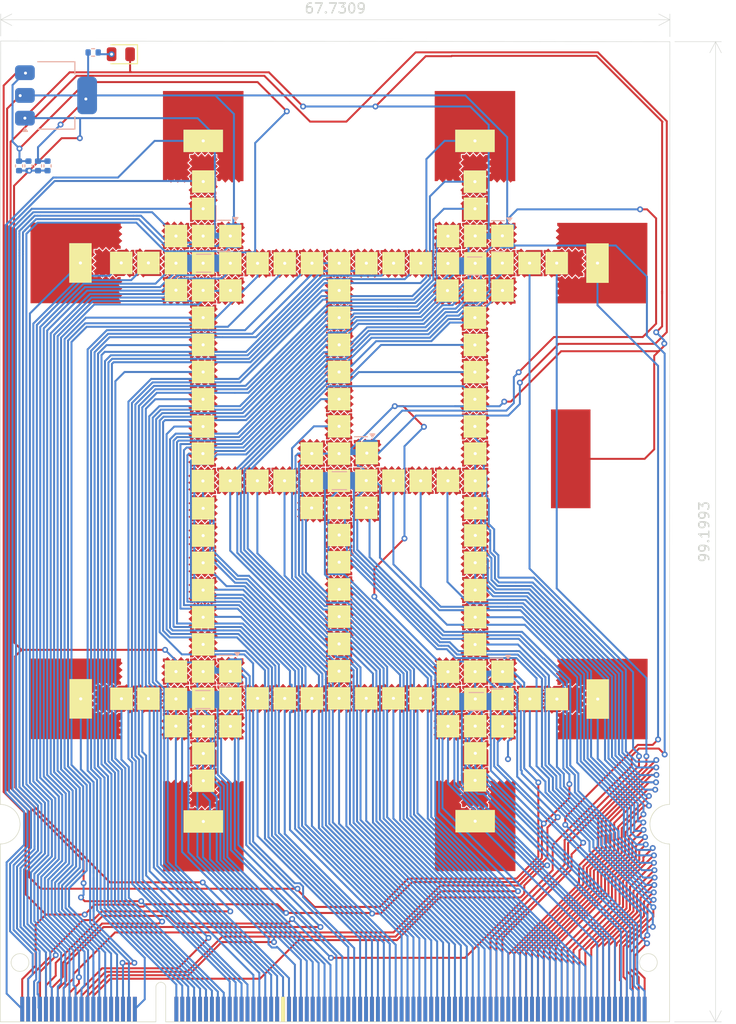
<source format=kicad_pcb>
(kicad_pcb (version 20241229) (generator "pcbnew") (generator_version "9.0")
  (layers (0 "F.Cu" signal) (2 "B.Cu" signal) (13 "F.Paste" user) (15 "B.Paste" user) (5 "F.SilkS" user "F.Silkscreen") (7 "B.SilkS" user "B.Silkscreen") (1 "F.Mask" user) (3 "B.Mask" user) (25 "Edge.Cuts" user))
  (net 0 "")
  (net 1 "GND")
  (net 2 "+5V")
  (net 3 "+3V3")
  (net 4 "Net-(D1-A)")
  (net 5 "Net-(FLUXL1-Pad1)")
  (net 6 "Net-(FLUXL2-Pad1)")
  (net 7 "Net-(FLUXL3-Pad1)")
  (net 8 "Net-(FLUXL4-Pad1)")
  (net 9 "Net-(FLUXL5-Pad1)")
  (net 10 "Net-(FLUXL6-Pad1)")
  (net 11 "Net-(FLUXL7-Pad1)")
  (net 12 "Net-(FLUXL8-Pad1)")
  (net 13 "Net-(FLUXL9-Pad1)")
  (net 14 "Net-(FLUXL10-Pad1)")
  (net 15 "Net-(FLUXL11-Pad1)")
  (net 16 "Net-(FLUXL12-Pad1)")
  (net 17 "Net-(FLUXL13-Pad1)")
  (net 18 "Net-(FLUXL14-Pad1)")
  (net 19 "Net-(FLUXL15-Pad1)")
  (net 20 "Net-(FLUXL16-Pad1)")
  (net 21 "Net-(FLUXL17-Pad1)")
  (net 22 "Net-(FLUXL18-Pad1)")
  (net 23 "Net-(FLUXL19-Pad1)")
  (net 24 "Net-(FLUXL20-Pad1)")
  (net 25 "Net-(FLUXL21-Pad1)")
  (net 26 "Net-(FLUXL22-Pad1)")
  (net 27 "Net-(FLUXL23-Pad1)")
  (net 28 "Net-(FLUXL24-Pad1)")
  (net 29 "Net-(FLUXL25-Pad1)")
  (net 30 "Net-(FLUXL26-Pad1)")
  (net 31 "Net-(FLUXL27-Pad1)")
  (net 32 "Net-(FLUXL28-Pad1)")
  (net 33 "Net-(FLUXL29-Pad1)")
  (net 34 "Net-(FLUXL30-Pad1)")
  (net 35 "Net-(FLUXL31-Pad1)")
  (net 36 "Net-(FLUXL32-Pad1)")
  (net 37 "Net-(FLUXL33-Pad1)")
  (net 38 "Net-(FLUXL34-Pad1)")
  (net 39 "Net-(FLUXL35-Pad1)")
  (net 40 "Net-(FLUXL36-Pad1)")
  (net 41 "Net-(FLUXL37-Pad1)")
  (net 42 "Net-(FLUXL38-Pad1)")
  (net 43 "Net-(FLUXL39-Pad1)")
  (net 44 "Net-(FLUXL40-Pad1)")
  (net 45 "Net-(FLUXL41-Pad1)")
  (net 46 "Net-(FLUXL42-Pad1)")
  (net 47 "Net-(FLUXL43-Pad1)")
  (net 48 "Net-(FLUXL44-Pad1)")
  (net 49 "Net-(FLUXL45-Pad1)")
  (net 50 "Net-(FLUXL46-Pad1)")
  (net 51 "Net-(FLUXL47-Pad1)")
  (net 52 "Net-(FLUXL48-Pad1)")
  (net 53 "Net-(FLUXL49-Pad1)")
  (net 54 "Net-(FLUXL50-Pad1)")
  (net 55 "Net-(FLUXL51-Pad1)")
  (net 56 "Net-(FLUXL52-Pad1)")
  (net 57 "Net-(FLUXL53-Pad1)")
  (net 58 "Net-(FLUXL54-Pad1)")
  (net 59 "Net-(FLUXL55-Pad1)")
  (net 60 "Net-(FLUXL56-Pad1)")
  (net 61 "Net-(FLUXL57-Pad1)")
  (net 62 "Net-(FLUXL58-Pad1)")
  (net 63 "Net-(FLUXL59-Pad1)")
  (net 64 "Net-(FLUXL60-Pad1)")
  (net 65 "Net-(FLUXL61-Pad1)")
  (net 66 "Net-(FLUXL62-Pad1)")
  (net 67 "Net-(FLUXL63-Pad1)")
  (net 68 "Net-(FLUXL64-Pad1)")
  (net 69 "Net-(FLUXL66-Pad1)")
  (net 71 "Net-(FLUXL67-Pad1)")
  (net 72 "Net-(FLUXL68-Pad1)")
  (net 73 "Net-(FLUXL69-Pad1)")
  (net 74 "Net-(FLUXL70-Pad1)")
  (net 75 "Net-(FLUXL71-Pad1)")
  (net 76 "Net-(FLUXL72-Pad1)")
  (net 77 "Net-(FLUXL73-Pad1)")
  (net 78 "Net-(FLUXL74-Pad1)")
  (net 79 "Net-(FLUXL75-Pad1)")
  (net 80 "Net-(FLUXL76-Pad1)")
  (net 81 "Net-(FLUXL77-Pad1)")
  (net 82 "Net-(FLUXL78-Pad1)")
  (net 83 "Net-(FLUXL79-Pad1)")
  (net 84 "Net-(FLUXL80-Pad1)")
  (net 85 "Net-(FLUXL81-Pad1)")
  (net 86 "Net-(FLUXL82-Pad1)")
  (net 87 "Net-(FLUXL83-Pad1)")
  (net 88 "Net-(FLUXL84-Pad1)")
  (net 89 "Net-(FLUXL85-Pad1)")
  (net 90 "Net-(FLUXL86-Pad1)")
  (net 91 "Net-(FLUXL87-Pad1)")
  (net 92 "Net-(FLUXL88-Pad1)")
  (net 93 "Net-(FLUXL89-Pad1)")
  (net 94 "Net-(FLUXL90-Pad1)")
  (net 95 "Net-(FLUXL91-Pad1)")
  (net 96 "Net-(FLUXL92-Pad1)")
  (net 97 "Net-(FLUXL93-Pad1)")
  (net 98 "Net-(FLUXL94-Pad1)")
  (net 99 "Net-(FLUXL95-Pad1)")
  (net 100 "Net-(FLUXL96-Pad1)")
  (net 101 "Net-(FLUXL97-Pad1)")
  (net 102 "Net-(FLUXL98-Pad1)")
  (net 103 "Net-(FLUXL99-Pad1)")
  (net 104 "Net-(FLUXL100-Pad1)")
  (net 105 "Net-(FLUXL101-Pad1)")
  (net 106 "Net-(FLUXL102-Pad1)")
  (net 107 "Net-(FLUXL103-Pad1)")
  (net 108 "Net-(FLUXL104-Pad1)")
  (net 109 "Net-(FLUXL105-Pad1)")
  (net 110 "Net-(FLUXL106-Pad1)")
  (net 111 "Net-(FLUXL107-Pad1)")
  (net 112 "Net-(FLUXL108-Pad1)")
  (net 113 "Net-(FLUXL109-Pad1)")
  (net 114 "Net-(FLUXL110-Pad1)")
  (net 115 "Net-(FLUXL111-Pad1)")
  (net 116 "Net-(FLUXL112-Pad1)")
  (net 117 "Net-(FLUXL113-Pad1)")
  (net 118 "Net-(FLUXL114-Pad1)")
  (net 119 "Net-(FLUXL115-Pad1)")
  (net 120 "Net-(FLUXL116-Pad1)")
  (net 121 "Net-(FLUXL117-Pad1)")
  (net 122 "Net-(FLUXL118-Pad1)")
  (net 123 "Net-(FLUXL119-Pad1)")
  (net 124 "Net-(FLUXL120-Pad1)")
  (net 125 "Net-(FLUXL121-Pad1)")
  (net 126 "Net-(FLUXL122-Pad1)")
  (net 127 "Net-(FLUXL123-Pad1)")
  (net 128 "Net-(FLUXL124-Pad1)")
  (net 129 "Net-(FLUXL125-Pad1)")
  (net 130 "Net-(FLUXL126-Pad1)")
  (net 131 "Net-(FLUXL127-Pad1)")
  (net 132 "Net-(FLUXL128-Pad1)")
  (net 141 "Temp_5")
  (net 143 "Temp_3")
  (net 145 "Temp_2")
  (net 150 "Heater_3")
  (net 163 "Heater_4")
  (net 165 "Heater_2")
  (net 173 "Temp_4")
  (net 179 "Heater_5")
  (net 182 "Earth")
  (net 195 "Temp_1")
  (net 199 "Heater_1")
  (footprint "GaudiLabsFootPrints:FLUXPAD_2_75_4MIL_4_5" (layer "F.Cu") (at 107.77 119.37)
    (property "Reference" "FLUXL16" (hide yes))
    (property "Value" "FX" (hide yes))
  )
  (footprint "GaudiLabsFootPrints:FLUXPAD_2_75_4MIL_4_5" (layer "F.Cu") (at 135.31 75.26)
    (property "Reference" "FLUXL4" (hide yes))
    (property "Value" "FX" (hide yes))
  )
  (footprint "GaudiLabsFootPrints:FLUXPAD_2_75_4MIL_4_5" (layer "F.Cu") (at 129.74 75.27 -90)
    (property "Reference" "FLUXL28" (hide yes))
    (property "Value" "FX" (hide yes))
  )
  (footprint "GaudiLabsFootPrints:FLUXPAD_2_75_4MIL_4_5" (layer "F.Cu") (at 102.26 75.23)
    (property "Reference" "FLUXL52" (hide yes))
    (property "Value" "FX" (hide yes))
  )
  (footprint "GaudiLabsFootPrints:FLUXPAD_2_75_4MIL_4_5" (layer "F.Cu") (at 135.32 119.37)
    (property "Reference" "FLUXL89" (hide yes))
    (property "Value" "FX" (hide yes))
  )
  (footprint "GaudiLabsFootPrints:FLUXPAD_2_75_4MIL_4_5" (layer "F.Cu") (at 127.04 72.5)
    (property "Reference" "FLUXL40" (hide yes))
    (property "Value" "FX" (hide yes))
  )
  (footprint "GaudiLabsFootPrints:FLUXPAD_2_75_4MIL_4_5_res3" (layer "F.Cu") (at 105.03 129 -90)
    (property "Reference" "FLUXL22" (hide yes))
    (property "Value" "FX" (hide yes))
  )
  (footprint "GaudiLabsFootPrints:FLUXPAD_2_75_4MIL_4_5_res1" (layer "F.Cu") (at 105.01 66.99 -90)
    (property "Reference" "FLUXL62" (hide yes))
    (property "Value" "FX" (hide yes))
  )
  (footprint "GaudiLabsFootPrints:FLUXPAD_2_75_4MIL_4_5" (layer "F.Cu") (at 132.54 113.84)
    (property "Reference" "FLUXL93" (hide yes))
    (property "Value" "FX" (hide yes))
  )
  (footprint "GaudiLabsFootPrints:FLUXPAD_2_75_4MIL_4_5" (layer "F.Cu") (at 118.77 116.54)
    (property "Reference" "FLUXL109" (hide yes))
    (property "Value" "FX" (hide yes))
  )
  (footprint "GaudiLabsFootPrints:FLUXPAD_2_75_4MIL_4_5" (layer "F.Cu") (at 110.52 72.51)
    (property "Reference" "FLUXL48" (hide yes))
    (property "Value" "FX" (hide yes))
  )
  (footprint "GaudiLabsFootPrints:FLUXPAD_2_75_4MIL_4_5" (layer "F.Cu") (at 116.02 116.55)
    (property "Reference" "FLUXL2" (hide yes))
    (property "Value" "FX" (hide yes))
  )
  (footprint "GaudiLabsFootPrints:FLUXPAD_2_75_4MIL_4_5" (layer "F.Cu") (at 118.77 86.26)
    (property "Reference" "FLUXL119" (hide yes))
    (property "Value" "FX" (hide yes))
  )
  (footprint "GaudiLabsFootPrints:FLUXPAD_2_75_4MIL_4_5_res3" (layer "F.Cu") (at 92.62 116.59 180)
    (property "Reference" "FLUXL47" (hide yes))
    (property "Value" "FX" (hide yes))
  )
  (footprint "GaudiLabsFootPrints:FLUXPAD_2_75_4MIL_4_5" (layer "F.Cu") (at 121.53 72.5)
    (property "Reference" "FLUXL43" (hide yes))
    (property "Value" "FX" (hide yes))
  )
  (footprint "GaudiLabsFootPrints:FLUXPAD_2_75_4MIL_4_5_res1" (layer "F.Cu") (at 132.56 122.1 -90)
    (property "Reference" "FLUXL94" (hide yes))
    (property "Value" "FX" (hide yes))
  )
  (footprint "GaudiLabsFootPrints:FLUXPAD_2_75_4MIL_4_5" (layer "F.Cu") (at 132.52 80.77)
    (property "Reference" "FLUXL114" (hide yes))
    (property "Value" "FX" (hide yes))
  )
  (footprint "GaudiLabsFootPrints:FLUXPAD_2_75_4MIL_4_5" (layer "F.Cu") (at 113.27 72.51)
    (property "Reference" "FLUXL46" (hide yes))
    (property "Value" "FX" (hide yes))
  )
  (footprint "GaudiLabsFootPrints:FLUXPAD_2_75_4MIL_4_5_res2" (layer "F.Cu") (at 132.52 64.2475 90)
    (property "Reference" "FLUXL35" (hide yes))
    (property "Value" "FX" (hide yes))
  )
  (footprint "GaudiLabsFootPrints:FLUXPAD_2_75_4MIL_4_5_res3" (layer "F.Cu") (at 105.02 60.12 90)
    (property "Reference" "FLUXL64" (hide yes))
    (property "Value" "FX" (hide yes))
  )
  (footprint "GaudiLabsFootPrints:FLUXPAD_2_75_4MIL_4_5" (layer "F.Cu") (at 132.55 108.33)
    (property "Reference" "FLUXL80" (hide yes))
    (property "Value" "FX" (hide yes))
  )
  (footprint "GaudiLabsFootPrints:FLUXPAD_2_75_4MIL_4_5" (layer "F.Cu") (at 132.52 83.52)
    (property "Reference" "FLUXL117" (hide yes))
    (property "Value" "FX" (hide yes))
  )
  (footprint "GaudiLabsFootPrints:FLUXPAD_2_75_4MIL_4_5" (layer "F.Cu") (at 118.76 94.52)
    (property "Reference" "FLUXL102" (hide yes))
    (property "Value" "FX" (hide yes))
  )
  (footprint "GaudiLabsFootPrints:FLUXPAD_2_75_4MIL_4_5" (layer "F.Cu") (at 132.55 105.58)
    (property "Reference" "FLUXL75" (hide yes))
    (property "Value" "FX" (hide yes))
  )
  (footprint "GaudiLabsFootPrints:FLUXPAD_2_75_4MIL_4_5" (layer "F.Cu") (at 132.55 102.81)
    (property "Reference" "FLUXL74" (hide yes))
    (property "Value" "FX" (hide yes))
  )
  (footprint "GaudiLabsFootPrints:FLUXPAD_2_75_4MIL_4_5" (layer "F.Cu") (at 132.56 116.6)
    (property "Reference" "FLUXL97" (hide yes))
    (property "Value" "FX" (hide yes))
  )
  (footprint "GaudiLabsFootPrints:FLUXPAD_2_75_4MIL_4_5" (layer "F.Cu") (at 127.02 116.54)
    (property "Reference" "FLUXL127" (hide yes))
    (property "Value" "FX" (hide yes))
  )
  (footprint "GaudiLabsFootPrints:FLUXPAD_2_75_4MIL_4_5" (layer "F.Cu") (at 118.78 75.26)
    (property "Reference" "FLUXL38" (hide yes))
    (property "Value" "FX" (hide yes))
  )
  (footprint "GaudiLabsFootPrints:FLUXPAD_2_75_4MIL_4_5" (layer "F.Cu") (at 105 89.03)
    (property "Reference" "FLUXL10" (hide yes))
    (property "Value" "FX" (hide yes))
  )
  (footprint "GaudiLabsFootPrints:FLUXPAD_2_75_4MIL_4_5" (layer "F.Cu") (at 132.55 72.51)
    (property "Reference" "FLUXL14" (hide yes))
    (property "Value" "FX" (hide yes))
  )
  (footprint "LED_SMD:LED_0805_2012Metric" (layer "F.Cu") (at 96.68 51.35 180)
    (property "Reference" "D1" (hide yes))
    (property "Value" "LED" (hide yes))
  )
  (footprint "GaudiLabsFootPrints:FLUXPAD_2_75_4MIL_4_5" (layer "F.Cu") (at 132.52 86.27)
    (property "Reference" "FLUXL118" (hide yes))
    (property "Value" "FX" (hide yes))
  )
  (footprint "GaudiLabsFootPrints:FLUXPAD_2_75_4MIL_4_5" (layer "F.Cu") (at 132.55 69.74)
    (property "Reference" "FLUXL27" (hide yes))
    (property "Value" "FX" (hide yes))
  )
  (footprint "GaudiLabsFootPrints:FLUXPAD_2_75_4MIL_4_5" (layer "F.Cu") (at 118.78 100.01)
    (property "Reference" "FLUXL87" (hide yes))
    (property "Value" "FX" (hide yes))
  )
  (footprint "GaudiLabsFootPrints:FLUXPAD_2_75_4MIL_4_5" (layer "F.Cu") (at 105.01 78.01)
    (property "Reference" "FLUXL49" (hide yes))
    (property "Value" "FX" (hide yes))
  )
  (footprint "GaudiLabsFootPrints:FLUXPAD_2_75_4MIL_4_5" (layer "F.Cu") (at 105.02 119.37)
    (property "Reference" "FLUXL19" (hide yes))
    (property "Value" "FX" (hide yes))
  )
  (footprint "GaudiLabsFootPrints:FLUXPAD_2_75_4MIL_4_5" (layer "F.Cu") (at 118.78 102.76)
    (property "Reference" "FLUXL88" (hide yes))
    (property "Value" "FX" (hide yes))
  )
  (footprint "GaudiLabsFootPrints:FLUXPAD_2_75_4MIL_4_5" (layer "F.Cu") (at 135.32 116.61)
    (property "Reference" "FLUXL90" (hide yes))
    (property "Value" "FX" (hide yes))
  )
  (footprint "GaudiLabsFootPrints:FLUXPAD_2_75_4MIL_4_5" (layer "F.Cu") (at 110.5 94.52)
    (property "Reference" "FLUXL120" (hide yes))
    (property "Value" "FX" (hide yes))
  )
  (footprint "GaudiLabsFootPrints:FLUXPAD_2_75_4MIL_4_5" (layer "F.Cu") (at 118.77 113.79)
    (property "Reference" "FLUXL110" (hide yes))
    (property "Value" "FX" (hide yes))
  )
  (footprint "GaudiLabsFootPrints:FLUXPAD_2_75_4MIL_4_5" (layer "F.Cu") (at 118.77 89.01)
    (property "Reference" "FLUXL124" (hide yes))
    (property "Value" "FX" (hide yes))
  )
  (footprint "GaudiLabsFootPrints:FLUXPAD_2_75_4MIL_4_5" (layer "F.Cu") (at 105.01 102.82)
    (property "Reference" "FLUXL107" (hide yes))
    (property "Value" "FX" (hide yes))
  )
  (footprint "DDR2:DDR2" (layer "F.Cu") (at 86.474375 149.2475)
    (property "Reference" "J1" (hide yes))
    (property "Value" "SODIMM-200" (hide yes))
  )
  (footprint "GaudiLabsFootPrints:FLUXPAD_2_75_4MIL_4_5" (layer "F.Cu") (at 132.52 78.01)
    (property "Reference" "FLUXL1" (hide yes))
    (property "Value" "FX" (hide yes))
  )
  (footprint "GaudiLabsFootPrints:FLUXPAD_2_75_4MIL_4_5_res1" (layer "F.Cu") (at 99.47 116.57)
    (property "Reference" "FLUXL31" (hide yes))
    (property "Value" "FX" (hide yes))
  )
  (footprint "GaudiLabsFootPrints:FLUXPAD_2_75_4MIL_4_5" (layer "F.Cu") (at 107.77 116.56)
    (property "Reference" "FLUXL17" (hide yes))
    (property "Value" "FX" (hide yes))
  )
  (footprint "GaudiLabsFootPrints:FLUXPAD_2_75_4MIL_4_5" (layer "F.Cu") (at 116.03 72.5)
    (property "Reference" "FLUXL45" (hide yes))
    (property "Value" "FX" (hide yes))
  )
  (footprint "GaudiLabsFootPrints:FLUXPAD_2_75_4MIL_4_5" (layer "F.Cu") (at 118.76 97.27)
    (property "Reference" "FLUXL86" (hide yes))
    (property "Value" "FX" (hide yes))
  )
  (footprint "GaudiLabsFootPrints:FLUXPAD_2_75_4MIL_4_5" (layer "F.Cu") (at 118.77 83.51)
    (property "Reference" "FLUXL105" (hide yes))
    (property "Value" "FX" (hide yes))
  )
  (footprint "GaudiLabsFootPrints:FLUXPAD_2_75_4MIL_4_5" (layer "F.Cu") (at 116.01 94.52)
    (property "Reference" "FLUXL128" (hide yes))
    (property "Value" "FX" (hide yes))
  )
  (footprint "GaudiLabsFootPrints:FLUXPAD_2_75_4MIL_4_5" (layer "F.Cu") (at 129.79 69.76 180)
    (property "Reference" "FLUXL33" (hide yes))
    (property "Value" "FX" (hide yes))
  )
  (footprint "GaudiLabsFootPrints:FLUXPAD_2_75_4MIL_4_5" (layer "F.Cu") (at 121.52 94.5)
    (property "Reference" "FLUXL83" (hide yes))
    (property "Value" "FX" (hide yes))
  )
  (footprint "GaudiLabsFootPrints:FLUXPAD_2_75_4MIL_4_5" (layer "F.Cu") (at 107.76 69.75 -90)
    (property "Reference" "FLUXL59" (hide yes))
    (property "Value" "FX" (hide yes))
  )
  (footprint "GaudiLabsFootPrints:FLUXPAD_2_75_4MIL_4_5_res1" (layer "F.Cu") (at 99.47 72.47)
    (property "Reference" "FLUXL56" (hide yes))
    (property "Value" "FX" (hide yes))
  )
  (footprint "GaudiLabsFootPrints:FLUXPAD_2_75_4MIL_4_5_res2" (layer "F.Cu") (at 105.03 124.88 -90)
    (property "Reference" "FLUXL21" (hide yes))
    (property "Value" "FX" (hide yes))
  )
  (footprint "GaudiLabsFootPrints:FLUXPAD_2_75_4MIL_4_5" (layer "F.Cu") (at 129.79 113.85)
    (property "Reference" "FLUXL98" (hide yes))
    (property "Value" "FX" (hide yes))
  )
  (footprint "GaudiLabsFootPrints:FLUXPAD_2_75_4MIL_4_5_res1" (layer "F.Cu") (at 138.08 116.6)
    (property "Reference" "FLUXL92" (hide yes))
    (property "Value" "FX" (hide yes))
  )
  (footprint "GaudiLabsFootPrints:FLUXPAD_2_75_4MIL_4_5" (layer "F.Cu") (at 104.99 94.54)
    (property "Reference" "FLUXL112" (hide yes))
    (property "Value" "FX" (hide yes))
  )
  (footprint "GaudiLabsFootPrints:FLUXPAD_2_75_4MIL_4_5" (layer "F.Cu") (at 118.77 91.77)
    (property "Reference" "FLUXL126" (hide yes))
    (property "Value" "FX" (hide yes))
  )
  (footprint "GaudiLabsFootPrints:FLUXPAD_2_75_4MIL_4_5" (layer "F.Cu") (at 102.26 113.83)
    (property "Reference" "FLUXL26" (hide yes))
    (property "Value" "FX" (hide yes))
  )
  (footprint "GaudiLabsFootPrints:FLUXPAD_2_75_4MIL_4_5" (layer "F.Cu") (at 107.75 94.52)
    (property "Reference" "FLUXL113" (hide yes))
    (property "Value" "FX" (hide yes))
  )
  (footprint "GaudiLabsFootPrints:FLUXPAD_2_75_4MIL_4_5" (layer "F.Cu") (at 113.27 116.55)
    (property "Reference" "FLUXL7" (hide yes))
    (property "Value" "FX" (hide yes))
  )
  (footprint "GaudiLabsFootPrints:FLUXPAD_2_75_4MIL_4_5" (layer "F.Cu") (at 118.78 108.27)
    (property "Reference" "FLUXL123" (hide yes))
    (property "Value" "FX" (hide yes))
  )
  (footprint "GaudiLabsFootPrints:FLUXPAD_2_75_4MIL_4_5" (layer "F.Cu") (at 124.27 116.54)
    (property "Reference" "FLUXL121" (hide yes))
    (property "Value" "FX" (hide yes))
  )
  (footprint "GaudiLabsFootPrints:FLUXPAD_2_75_4MIL_4_5" (layer "F.Cu") (at 132.52 89.02)
    (property "Reference" "FLUXL69" (hide yes))
    (property "Value" "FX" (hide yes))
  )
  (footprint "GaudiLabsFootPrints:FLUXPAD_2_75_4MIL_4_5" (layer "F.Cu") (at 132.55 97.29)
    (property "Reference" "FLUXL72" (hide yes))
    (property "Value" "FX" (hide yes))
  )
  (footprint "GaudiLabsFootPrints:FLUXPAD_2_75_4MIL_4_5_res2" (layer "F.Cu") (at 132.54 124.84 -90)
    (property "Reference" "FLUXL96" (hide yes))
    (property "Value" "FX" (hide yes))
  )
  (footprint "GaudiLabsFootPrints:FLUXPAD_2_75_4MIL_4_5" (layer "F.Cu") (at 115.99 97.27)
    (property "Reference" "FLUXL104" (hide yes))
    (property "Value" "FX" (hide yes))
  )
  (footprint "GaudiLabsFootPrints:FLUXPAD_2_75_4MIL_4_5" (layer "F.Cu") (at 116.01 91.76)
    (property "Reference" "FLUXL125" (hide yes))
    (property "Value" "FX" (hide yes))
  )
  (footprint "GaudiLabsFootPrints:FLUXPAD_2_75_4MIL_4_5" (layer "F.Cu") (at 105.01 111.08)
    (property "Reference" "FLUXL12" (hide yes))
    (property "Value" "FX" (hide yes))
  )
  (footprint "GaudiLabsFootPrints:FLUXPAD_2_75_4MIL_4_5_res2" (layer "F.Cu") (at 140.8 72.49)
    (property "Reference" "FLUXL67" (hide yes))
    (property "Value" "FX" (hide yes))
  )
  (footprint "GaudiLabsFootPrints:FLUXPAD_2_75_4MIL_4_5_res1" (layer "F.Cu") (at 132.53 66.99 -90)
    (property "Reference" "FLUXL34" (hide yes))
    (property "Value" "FX" (hide yes))
  )
  (footprint "GaudiLabsFootPrints:FLUXPAD_2_75_4MIL_4_5" (layer "F.Cu") (at 129.79 72.52)
    (property "Reference" "FLUXL32" (hide yes))
    (property "Value" "FX" (hide yes))
  )
  (footprint "GaudiLabsFootPrints:FLUXPAD_2_75_4MIL_4_5" (layer "F.Cu") (at 105.01 69.75 -90)
    (property "Reference" "FLUXL60" (hide yes))
    (property "Value" "FX" (hide yes))
  )
  (footprint "GaudiLabsFootPrints:FLUXPAD_2_75_4MIL_4_5_res2" (layer "F.Cu") (at 96.72 72.47 180)
    (property "Reference" "FLUXL57" (hide yes))
    (property "Value" "FX" (hide yes))
  )
  (footprint "GaudiLabsFootPrints:FLUXPAD_2_75_4MIL_4_5" (layer "F.Cu") (at 118.78 105.51)
    (property "Reference" "FLUXL103" (hide yes))
    (property "Value" "FX" (hide yes))
  )
  (footprint "GaudiLabsFootPrints:FLUXPAD_2_75_4MIL_4_5" (layer "F.Cu") (at 105.02 116.58)
    (property "Reference" "FLUXL18" (hide yes))
    (property "Value" "FX" (hide yes))
  )
  (footprint "GaudiLabsFootPrints:FLUXPAD_2_75_4MIL_4_5" (layer "F.Cu") (at 105.01 72.5)
    (property "Reference" "FLUXL54" (hide yes))
    (property "Value" "FX" (hide yes))
  )
  (footprint "GaudiLabsFootPrints:FLUXPAD_2_75_4MIL_4_5" (layer "F.Cu") (at 129.8 119.36)
    (property "Reference" "FLUXL100" (hide yes))
    (property "Value" "FX" (hide yes))
  )
  (footprint "GaudiLabsFootPrints:FLUXPAD_2_75_4MIL_4_5" (layer "F.Cu") (at 132.54 75.26)
    (property "Reference" "FLUXL11" (hide yes))
    (property "Value" "FX" (hide yes))
  )
  (footprint "GaudiLabsFootPrints:FLUXPAD_2_75_4MIL_4_5_res3" (layer "F.Cu") (at 92.59 72.475 180)
    (property "Reference" "FLUXL58" (hide yes))
    (property "Value" "FX" (hide yes))
  )
  (footprint "GaudiLabsFootPrints:FLUXPAD_2_75_4MIL_4_5" (layer "F.Cu") (at 105.01 100.07)
    (property "Reference" "FLUXL108" (hide yes))
    (property "Value" "FX" (hide yes))
  )
  (footprint "GaudiLabsFootPrints:FLUXPAD_2_75_4MIL_4_5" (layer "F.Cu") (at 121.58 91.72)
    (property "Reference" "FLUXL81" (hide yes))
    (property "Value" "FX" (hide yes))
  )
  (footprint "GaudiLabsFootPrints:FLUXPAD_2_75_4MIL_4_5" (layer "F.Cu") (at 124.27 94.51)
    (property "Reference" "FLUXL79" (hide yes))
    (property "Value" "FX" (hide yes))
  )
  (footprint "GaudiLabsFootPrints:FLUXPAD_2_75_4MIL_4_5" (layer "F.Cu") (at 132.56 100.05)
    (property "Reference" "FLUXL73" (hide yes))
    (property "Value" "FX" (hide yes))
  )
  (footprint "GaudiLabsFootPrints:FLUXPAD_2_75_4MIL_4_5" (layer "F.Cu") (at 118.77 111.03)
    (property "Reference" "FLUXL116" (hide yes))
    (property "Value" "FX" (hide yes))
  )
  (footprint "GaudiLabsFootPrints:FLUXPAD_2_75_4MIL_4_5_res2" (layer "F.Cu") (at 96.74 116.58 180)
    (property "Reference" "FLUXL36" (hide yes))
    (property "Value" "FX" (hide yes))
  )
  (footprint "GaudiLabsFootPrints:FLUXPAD_2_75_4MIL_4_5" (layer "F.Cu") (at 104.99 91.77)
    (property "Reference" "FLUXL3" (hide yes))
    (property "Value" "FX" (hide yes))
  )
  (footprint "GaudiLabsFootPrints:FLUXPAD_2_75_4MIL_4_5" (layer "F.Cu") (at 105.01 97.31)
    (property "Reference" "FLUXL111" (hide yes))
    (property "Value" "FX" (hide yes))
  )
  (footprint "GaudiLabsFootPrints:FLUXPAD_2_75_4MIL_4_5_res3" (layer "F.Cu") (at 144.9275 72.49)
    (property "Reference" "FLUXL68" (hide yes))
    (property "Value" "FX" (hide yes))
  )
  (footprint "GaudiLabsFootPrints:FLUXPAD_2_75_4MIL_4_5" (layer "F.Cu") (at 132.55 91.77)
    (property "Reference" "FLUXL70" (hide yes))
    (property "Value" "FX" (hide yes))
  )
  (footprint "GaudiLabsFootPrints:FLUXPAD_2_75_4MIL_4_5_res2" (layer "F.Cu") (at 140.82 116.61)
    (property "Reference" "FLUXL84" (hide yes))
    (property "Value" "FX" (hide yes))
  )
  (footprint "GaudiLabsFootPrints:FLUXPAD_2_75_4MIL_4_5" (layer "F.Cu") (at 118.78 72.5)
    (property "Reference" "FLUXL44" (hide yes))
    (property "Value" "FX" (hide yes))
  )
  (footprint "GaudiLabsFootPrints:FLUXPAD_2_75_4MIL_4_5" (layer "F.Cu") (at 102.26 72.5)
    (property "Reference" "FLUXL55" (hide yes))
    (property "Value" "FX" (hide yes))
  )
  (footprint "GaudiLabsFootPrints:FLUXPAD_2_75_4MIL_4_5" (layer "F.Cu") (at 110.52 116.54)
    (property "Reference" "FLUXL13" (hide yes))
    (property "Value" "FX" (hide yes))
  )
  (footprint "GaudiLabsFootPrints:FLUXPAD_2_75_4MIL_4_5" (layer "F.Cu") (at 105.01 80.76)
    (property "Reference" "FLUXL42" (hide yes))
    (property "Value" "FX" (hide yes))
  )
  (footprint "GaudiLabsFootPrints:FLUXPAD_2_75_4MIL_4_5" (layer "F.Cu") (at 102.26 116.6)
    (property "Reference" "FLUXL24" (hide yes))
    (property "Value" "FX" (hide yes))
  )
  (footprint "GaudiLabsFootPrints:FLUXPAD_2_75_4MIL_4_5" (layer "F.Cu") (at 105.01 108.33)
    (property "Reference" "FLUXL6" (hide yes))
    (property "Value" "FX" (hide yes))
  )
  (footprint "GaudiLabsFootPrints:FLUXPAD_2_75_4MIL_4_5" (layer "F.Cu") (at 127.03 94.52)
    (property "Reference" "FLUXL78" (hide yes))
    (property "Value" "FX" (hide yes))
  )
  (footprint "GaudiLabsFootPrints:FLUXPAD_2_75_4MIL_4_5" (layer "F.Cu") (at 105.01 75.25)
    (property "Reference" "FLUXL51" (hide yes))
    (property "Value" "FX" (hide yes))
  )
  (footprint "GaudiLabsFootPrints:FLUXPAD_2_75_4MIL_4_5_res1" (layer "F.Cu") (at 105.03 122.12 -90)
    (property "Reference" "FLUXL20" (hide yes))
    (property "Value" "FX" (hide yes))
  )
  (footprint "GaudiLabsFootPrints:FLUXPAD_2_75_4MIL_4_5" (layer "F.Cu") (at 118.78 78.01 -90)
    (property "Reference" "FLUXL29" (hide yes))
    (property "Value" "FX" (hide yes))
  )
  (footprint "GaudiLabsFootPrints:FLUXPAD_2_75_4MIL_4_5" (layer "F.Cu") (at 102.26 69.75)
    (property "Reference" "FLUXL61" (hide yes))
    (property "Value" "FX" (hide yes))
  )
  (footprint "GaudiLabsFootPrints:FLUXPAD_2_75_4MIL_4_5" (layer "F.Cu") (at 135.3 69.73)
    (property "Reference" "FLUXL8" (hide yes))
    (property "Value" "FX" (hide yes))
  )
  (footprint "GaudiLabsFootPrints:FLUXPAD_2_75_4MIL_4_5" (layer "F.Cu") (at 107.76 113.81)
    (property "Reference" "FLUXL15" (hide yes))
    (property "Value" "FX" (hide yes))
  )
  (footprint "GaudiLabsFootPrints:FLUXPAD_2_75_4MIL_4_5" (layer "F.Cu") (at 105 86.27)
    (property "Reference" "FLUXL30" (hide yes))
    (property "Value" "FX" (hide yes))
  )
  (footprint "GaudiLabsFootPrints:FLUXPAD_2_75_4MIL_4_5" (layer "F.Cu") (at 102.25 119.35)
    (property "Reference" "FLUXL25" (hide yes))
    (property "Value" "FX" (hide yes))
  )
  (footprint "GaudiLabsFootPrints:FLUXPAD_2_75_4MIL_4_5_res3" (layer "F.Cu") (at 132.525 60.12 90)
    (property "Reference" "FLUXL39" (hide yes))
    (property "Value" "FX" (hide yes))
  )
  (footprint "GaudiLabsFootPrints:FLUXPAD_2_75_4MIL_4_5" (layer "F.Cu") (at 105.01 83.51)
    (property "Reference" "FLUXL37" (hide yes))
    (property "Value" "FX" (hide yes))
  )
  (footprint "GaudiLabsFootPrints:FLUXPAD_2_75_4MIL_4_5_res1" (layer "F.Cu") (at 138.05 72.49)
    (property "Reference" "FLUXL66" (hide yes))
    (property "Value" "FX" (hide yes))
  )
  (footprint "GaudiLabsFootPrints:FLUXPAD_2_75_4MIL_4_5" (layer "F.Cu") (at 129.79 94.52)
    (property "Reference" "FLUXL77" (hide yes))
    (property "Value" "FX" (hide yes))
  )
  (footprint "GaudiLabsFootPrints:FLUXPAD_2_75_4MIL_4_5" (layer "F.Cu") (at 135.32 113.84)
    (property "Reference" "FLUXL91" (hide yes))
    (property "Value" "FX" (hide yes))
  )
  (footprint "GaudiLabsFootPrints:FLUXPAD_2_75_4MIL_4_5_res3" (layer "F.Cu") (at 144.95 116.61)
    (property "Reference" "FLUXL76" (hide yes))
    (property "Value" "FX" (hide yes))
  )
  (footprint "GaudiLabsFootPrints:FLUXPAD_2_75_4MIL_4_5" (layer "F.Cu") (at 132.55 119.35)
    (property "Reference" "FLUXL95" (hide yes))
    (property "Value" "FX" (hide yes))
  )
  (footprint "GaudiLabsFootPrints:FLUXPAD_2_75_4MIL_4_5" (layer "F.Cu") (at 129.8 116.61)
    (property "Reference" "FLUXL99" (hide yes))
    (property "Value" "FX" (hide yes))
  )
  (footprint "GaudiLabsFootPrints:FLUXPAD_2_75_4MIL_4_5" (layer "F.Cu") (at 132.54 111.09)
    (property "Reference" "FLUXL85" (hide yes))
    (property "Value" "FX" (hide yes))
  )
  (footprint "GaudiLabsFootPrints:FLUXPAD_2_75_4MIL_4_5" (layer "F.Cu") (at 132.55 94.53)
    (property "Reference" "FLUXL71" (hide yes))
    (property "Value" "FX" (hide yes))
  )
  (footprint "GaudiLabsFootPrints:FLUXPAD_2_75_4MIL_4_5" (layer "F.Cu") (at 121.52 97.25)
    (property "Reference" "FLUXL82" (hide yes))
    (property "Value" "FX" (hide yes))
  )
  (footprint "GaudiLabsFootPrints:FLUXPAD_2_75_4MIL_4_5" (layer "F.Cu") (at 105.01 105.58)
    (property "Reference" "FLUXL106" (hide yes))
    (property "Value" "FX" (hide yes))
  )
  (footprint "GaudiLabsFootPrints:FLUXPAD_2_75_4MIL_4_5" (layer "F.Cu") (at 135.3 72.49)
    (property "Reference" "FLUXL5" (hide yes))
    (property "Value" "FX" (hide yes))
  )
  (footprint "GaudiLabsFootPrints:FLUXPAD_2_75_4MIL_4_5_res2" (layer "F.Cu") (at 105.02 64.2375 90)
    (property "Reference" "FLUXL63" (hide yes))
    (property "Value" "FX" (hide yes))
  )
  (footprint "GaudiLabsFootPrints:FLUXPAD_2_75_4MIL_4_5" (layer "F.Cu") (at 118.78 80.76)
    (property "Reference" "FLUXL9" (hide yes))
    (property "Value" "FX" (hide yes))
  )
  (footprint "GaudiLabsFootPrints:Pad_4mm_10mm" (layer "F.Cu") (at 142.22 92.3 90)
    (property "Reference" "FLUXL129" (hide yes))
    (property "Value" "FX" (hide yes))
  )
  (footprint "GaudiLabsFootPrints:FLUXPAD_2_75_4MIL_4_5_res3" (layer "F.Cu") (at 132.545 128.97 -90)
    (property "Reference" "FLUXL101" (hide yes))
    (property "Value" "FX" (hide yes))
  )
  (footprint "GaudiLabsFootPrints:FLUXPAD_2_75_4MIL_4_5" (layer "F.Cu") (at 113.25 94.52)
    (property "Reference" "FLUXL122" (hide yes))
    (property "Value" "FX" (hide yes))
  )
  (footprint "GaudiLabsFootPrints:FLUXPAD_2_75_4MIL_4_5" (layer "F.Cu") (at 121.52 116.54)
    (property "Reference" "FLUXL115" (hide yes))
    (property "Value" "FX" (hide yes))
  )
  (footprint "GaudiLabsFootPrints:FLUXPAD_2_75_4MIL_4_5" (layer "F.Cu") (at 107.76 72.5)
    (property "Reference" "FLUXL53" (hide yes))
    (property "Value" "FX" (hide yes))
  )
  (footprint "GaudiLabsFootPrints:FLUXPAD_2_75_4MIL_4_5" (layer "F.Cu") (at 107.77 75.26)
    (property "Reference" "FLUXL50" (hide yes))
    (property "Value" "FX" (hide yes))
  )
  (footprint "GaudiLabsFootPrints:FLUXPAD_2_75_4MIL_4_5" (layer "F.Cu") (at 124.29 72.5)
    (property "Reference" "FLUXL41" (hide yes))
    (property "Value" "FX" (hide yes))
  )
  (footprint "GaudiLabsFootPrints:FLUXPAD_2_75_4MIL_4_5" (layer "F.Cu") (at 105.01 113.83 90)
    (property "Reference" "FLUXL23" (hide yes))
    (property "Value" "FX" (hide yes))
  )
  (footprint "Capacitor_SMD:C_0402_1005Metric" (layer "B.Cu") (at 87.33 62.65 -90)
    (property "Reference" "C2" (hide yes))
    (property "Value" "0.1u" (hide yes))
  )
  (footprint "Resistor_SMD:R_1206_3216Metric" (layer "B.Cu") (at 105.0675 72.5 180)
    (property "Reference" "R1" (hide yes))
    (property "Value" "1.2k" (hide yes))
  )
  (footprint "Capacitor_SMD:C_0402_1005Metric" (layer "B.Cu") (at 89.26 62.65 -90)
    (property "Reference" "C4" (hide yes))
    (property "Value" "0.1u" (hide yes))
  )
  (footprint "Capacitor_SMD:C_0402_1005Metric" (layer "B.Cu") (at 86.38 62.65 -90)
    (property "Reference" "C1" (hide yes))
    (property "Value" "10u" (hide yes))
  )
  (footprint "Package_TO_SOT_SMD:SOT-23" (layer "B.Cu") (at 120.9825 91.62 180)
    (property "Reference" "U3" (hide yes))
    (property "Value" "MCP9700Ax-ETT" (hide yes))
  )
  (footprint "Resistor_SMD:R_0402_1005Metric" (layer "B.Cu") (at 93.88 51.17)
    (property "Reference" "R6" (hide yes))
    (property "Value" "1k" (hide yes))
  )
  (footprint "Resistor_SMD:R_1206_3216Metric" (layer "B.Cu") (at 104.9813 116.66 180)
    (property "Reference" "R4" (hide yes))
    (property "Value" "1.2k" (hide yes))
  )
  (footprint "Capacitor_SMD:C_0402_1005Metric" (layer "B.Cu") (at 88.295 62.65 -90)
    (property "Reference" "C3" (hide yes))
    (property "Value" "10u" (hide yes))
  )
  (footprint "Resistor_SMD:R_1206_3216Metric" (layer "B.Cu") (at 132.4975 72.78 180)
    (property "Reference" "R2" (hide yes))
    (property "Value" "1.2k" (hide yes))
  )
  (footprint "Package_TO_SOT_SMD:SOT-23" (layer "B.Cu") (at 134.8525 69.76 180)
    (property "Reference" "U2" (hide yes))
    (property "Value" "MCP9700Ax-ETT" (hide yes))
  )
  (footprint "Package_TO_SOT_SMD:SOT-23" (layer "B.Cu") (at 107.3 113.7475 180)
    (property "Reference" "U4" (hide yes))
    (property "Value" "MCP9700Ax-ETT" (hide yes))
  )
  (footprint "Package_TO_SOT_SMD:SOT-23" (layer "B.Cu") (at 134.7075 114.03 180)
    (property "Reference" "U5" (hide yes))
    (property "Value" "MCP9700Ax-ETT" (hide yes))
  )
  (footprint "Package_TO_SOT_SMD:SOT-23" (layer "B.Cu") (at 107.13 69.7175 180)
    (property "Reference" "U1" (hide yes))
    (property "Value" "MCP9700Ax-ETT" (hide yes))
  )
  (footprint "Package_TO_SOT_SMD:SOT-223-3_TabPin2" (layer "B.Cu") (at 90.12 55.52)
    (property "Reference" "U6" (hide yes))
    (property "Value" "AMS1117-3.3" (hide yes))
  )
  (footprint "Resistor_SMD:R_1206_3216Metric" (layer "B.Cu") (at 132.66 116.86 180)
    (property "Reference" "R5" (hide yes))
    (property "Value" "1.2k" (hide yes))
  )
  (footprint "Resistor_SMD:R_1206_3216Metric" (layer "B.Cu") (at 118.8 94.51 180)
    (property "Reference" "R3" (hide yes))
    (property "Value" "1.2k" (hide yes))
  )
  (gr_line (start 152.227195 149.278857) (end 152.227195 131.278857) (stroke (width 0.05)) (layer "Edge.Cuts"))
  (gr_line (start 100.227198 149.278857) (end 100.227198 145.778857) (stroke (width 0.05)) (layer "Edge.Cuts"))
  (gr_line (start 84.477198 108.978857) (end 84.477198 118.128857) (stroke (width 0.05)) (layer "Edge.Cuts"))
  (gr_line (start 152.227195 127.278858) (end 152.227195 118.128857) (stroke (width 0.05)) (layer "Edge.Cuts"))
  (gr_line (start 101.227198 145.778857) (end 101.227198 149.278857) (stroke (width 0.05)) (layer "Edge.Cuts"))
  (gr_line (start 84.477198 149.278857) (end 84.477198 131.278857) (stroke (width 0.05)) (layer "Edge.Cuts"))
  (gr_circle (center 86.477198 143.278857) (end 87.377198 143.278857) (stroke (width 0.05)) (fill no) (layer "Edge.Cuts"))
  (gr_circle (center 150.077198 143.278869) (end 150.977198 143.278869) (stroke (width 0.05)) (fill no) (layer "Edge.Cuts"))
  (gr_line (start 101.227198 149.278857) (end 152.227195 149.278857) (stroke (width 0.05)) (layer "Edge.Cuts"))
  (gr_line (start 152.227195 108.978857) (end 152.252455 50.079605) (stroke (width 0.05)) (layer "Edge.Cuts"))
  (gr_line (start 84.477198 118.128857) (end 84.477198 127.278857) (stroke (width 0.05)) (layer "Edge.Cuts"))
  (gr_arc (start 152.227195 131.278857) (mid 150.227198 129.278857) (end 152.227195 127.278858) (stroke (width 0.05)) (layer "Edge.Cuts"))
  (gr_arc (start 84.477198 127.278857) (mid 86.477198 129.278857) (end 84.477198 131.278857) (stroke (width 0.05)) (layer "Edge.Cuts"))
  (gr_arc (start 100.227198 145.778857) (mid 100.727198 145.278857) (end 101.227198 145.778857) (stroke (width 0.05)) (layer "Edge.Cuts"))
  (gr_line (start 84.477198 108.978857) (end 84.521552 50.016142) (stroke (width 0.05)) (layer "Edge.Cuts"))
  (gr_line (start 100.227198 149.278857) (end 84.477198 149.278857) (stroke (width 0.05)) (layer "Edge.Cuts"))
  (gr_line (start 152.252455 50.079605) (end 84.521552 50.016147) (stroke (width 0.05)) (layer "Edge.Cuts"))
  (gr_line (start 152.227195 118.128858) (end 152.227195 108.978857) (stroke (width 0.05)) (layer "Edge.Cuts"))
  (dimension (type orthogonal) (layer "Edge.Cuts") (pts (xy 84.521552 50.016147) (xy 152.252455 50.079605)) (height -2.156147) (orientation 0) (format (prefix "") (suffix "") (units 3) (units_format 0) (precision 4) (suppress_zeroes yes)) (style (thickness 0.05) (arrow_length 1.27) (text_position_mode 0) (arrow_direction outward) (extension_height 0.58642) (extension_offset 0.5) (keep_text_aligned yes)) (gr_text "67.7309" (at 118.387004 46.71 0) (layer "Edge.Cuts") (effects (font (size 1 1) (thickness 0.15)))))
  (dimension (type orthogonal) (layer "Edge.Cuts") (pts (xy 152.252455 50.079605) (xy 152.227195 149.278857)) (height 4.627545) (orientation 1) (format (prefix "") (suffix "") (units 3) (units_format 0) (precision 4) (suppress_zeroes yes)) (style (thickness 0.05) (arrow_length 1.27) (text_position_mode 0) (arrow_direction outward) (extension_height 0.58642) (extension_offset 0.5) (keep_text_aligned yes)) (gr_text "99.1993" (at 155.73 99.679231 90) (layer "Edge.Cuts") (effects (font (size 1 1) (thickness 0.15)))))
  (segment (start 144.824612 51.511) (end 151.506806 58.193194) (width 0.2) (layer "F.Cu") (net 1))
  (segment (start 150.67 91.33) (end 150.67 81.87) (width 0.2) (layer "F.Cu") (net 1))
  (segment (start 149.7 92.3) (end 150.67 91.33) (width 0.2) (layer "F.Cu") (net 1))
  (segment (start 91.5 53.18) (end 86.97 57.71) (width 0.2) (layer "F.Cu") (net 1))
  (segment (start 97.74 53.18) (end 91.5 53.18) (width 0.2) (layer "F.Cu") (net 1))
  (segment (start 151.69 80.63) (end 151.69 80.85) (width 0.2) (layer "F.Cu") (net 1))
  (segment (start 104.96 135.16) (end 95.576388 135.16) (width 0.2) (layer "F.Cu") (net 1))
  (segment (start 89.537999 142.299255) (end 92.857254 138.98) (width 0.2) (layer "F.Cu") (net 1))
  (segment (start 125.27 86.97) (end 124.41 86.97) (width 0.2) (layer "F.Cu") (net 1))
  (segment (start 85.871787 110.871787) (end 85.871787 64.668213) (width 0.2) (layer "F.Cu") (net 1))
  (segment (start 151.13 81.41) (end 151.265 81.275) (width 0.2) (layer "F.Cu") (net 1))
  (segment (start 94.73 138.12) (end 94.749 138.101) (width 0.2) (layer "F.Cu") (net 1))
  (segment (start 87.299375 148) (end 87.299375 144.920625) (width 0.2) (layer "F.Cu") (net 1))
  (segment (start 97.6175 53.0575) (end 97.74 53.18) (width 0.2) (layer "F.Cu") (net 1))
  (segment (start 86.63 111.63) (end 85.871787 110.871787) (width 0.2) (layer "F.Cu") (net 1))
  (segment (start 94.749 138.101) (end 107.76 138.101) (width 0.2) (layer "F.Cu") (net 1))
  (segment (start 130.15 51.55) (end 130.189 51.511) (width 0.2) (layer "F.Cu") (net 1))
  (segment (start 86.64 111.63) (end 86.63 111.63) (width 0.2) (layer "F.Cu") (net 1))
  (segment (start 90.69 59.85) (end 92.53 59.85) (width 0.2) (layer "F.Cu") (net 1))
  (segment (start 95.576388 135.16) (end 85.981 125.564612) (width 0.2) (layer "F.Cu") (net 1))
  (segment (start 151.47 78.89) (end 150.87 79.49) (width 0.2) (layer "F.Cu") (net 1))
  (segment (start 122.45 56.64) (end 127.54 51.55) (width 0.2) (layer "F.Cu") (net 1))
  (segment (start 151.506806 58.193194) (end 151.47 58.23) (width 0.2) (layer "F.Cu") (net 1))
  (segment (start 136.15 86.51) (end 141.25 81.41) (width 0.2) (layer "F.Cu") (net 1))
  (segment (start 141.25 81.41) (end 151.13 81.41) (width 0.2) (layer "F.Cu") (net 1))
  (segment (start 107.76 138.101) (end 107.88 138.101) (width 0.2) (layer "F.Cu") (net 1))
  (segment (start 86.97 57.71) (end 86.97 57.82) (width 0.2) (layer "F.Cu") (net 1))
  (segment (start 151.69 80.85) (end 151.265 81.275) (width 0.2) (layer "F.Cu") (net 1))
  (segment (start 97.6175 51.35) (end 97.6175 53.0575) (width 0.2) (layer "F.Cu") (net 1))
  (segment (start 115.13 56.64) (end 111.67 53.18) (width 0.2) (layer "F.Cu") (net 1))
  (segment (start 86.64 111.63) (end 101.16 111.63) (width 0.2) (layer "F.Cu") (net 1))
  (segment (start 150.67 81.87) (end 151.265 81.275) (width 0.2) (layer "F.Cu") (net 1))
  (segment (start 91.5 53.18) (end 91.44 53.24) (width 0.2) (layer "F.Cu") (net 1))
  (segment (start 127.36 89.06) (end 125.27 86.97) (width 0.2) (layer "F.Cu") (net 1))
  (segment (start 111.67 53.18) (end 97.74 53.18) (width 0.2) (layer "F.Cu") (net 1))
  (segment (start 127.54 51.55) (end 130.15 51.55) (width 0.2) (layer "F.Cu") (net 1))
  (segment (start 89.537999 142.682001) (end 89.537999 142.299255) (width 0.2) (layer "F.Cu") (net 1))
  (segment (start 122.340298 103.409702) (end 125.39 100.36) (width 0.2) (layer "F.Cu") (net 1))
  (segment (start 87.299375 144.920625) (end 89.537999 142.682001) (width 0.2) (layer "F.Cu") (net 1))
  (segment (start 85.981 112.289) (end 86.64 111.63) (width 0.2) (layer "F.Cu") (net 1))
  (segment (start 151.47 75.34) (end 151.47 75.61) (width 0.2) (layer "F.Cu") (net 1))
  (segment (start 122.340298 106.239702) (end 122.340298 103.409702) (width 0.2) (layer "F.Cu") (net 1))
  (segment (start 151.47 75.34) (end 151.47 78.89) (width 0.2) (layer "F.Cu") (net 1))
  (segment (start 142.22 92.3) (end 149.7 92.3) (width 0.2) (layer "F.Cu") (net 1))
  (segment (start 85.871787 64.668213) (end 87.41 63.13) (width 0.2) (layer "F.Cu") (net 1))
  (segment (start 97.66 51.32) (end 97.74 51.4) (width 0.2) (layer "F.Cu") (net 1))
  (segment (start 93.87 138.98) (end 94.73 138.12) (width 0.2) (layer "F.Cu") (net 1))
  (segment (start 104.97 135.17) (end 104.96 135.16) (width 0.2) (layer "F.Cu") (net 1))
  (segment (start 135.49 86.51) (end 136.15 86.51) (width 0.2) (layer "F.Cu") (net 1))
  (segment (start 87.41 63.13) (end 90.69 59.85) (width 0.2) (layer "F.Cu") (net 1))
  (segment (start 130.189 51.511) (end 144.824612 51.511) (width 0.2) (layer "F.Cu") (net 1))
  (segment (start 92.857254 138.98) (end 93.87 138.98) (width 0.2) (layer "F.Cu") (net 1))
  (segment (start 151.47 58.23) (end 151.47 75.34) (width 0.2) (layer "F.Cu") (net 1))
  (segment (start 85.981 125.564612) (end 85.981 112.289) (width 0.2) (layer "F.Cu") (net 1))
  (via (at 124.41 86.97) (size 0.6) (drill 0.3) (layers "F.Cu" "B.Cu") (net 1))
  (via (at 150.87 79.49) (size 0.6) (drill 0.3) (layers "F.Cu" "B.Cu") (net 1))
  (via (at 135.87 122.69) (size 0.6) (drill 0.3) (layers "F.Cu" "B.Cu") (net 1))
  (via (at 107.76 138.101) (size 0.6) (drill 0.3) (layers "F.Cu" "B.Cu") (net 1))
  (via (at 86.97 57.82) (size 0.6) (drill 0.3) (layers "F.Cu" "B.Cu") (net 1))
  (via (at 125.39 100.36) (size 0.6) (drill 0.3) (layers "F.Cu" "B.Cu") (net 1))
  (via (at 122.340298 106.239702) (size 0.6) (drill 0.3) (layers "F.Cu" "B.Cu") (net 1))
  (via (at 122.45 56.64) (size 0.6) (drill 0.3) (layers "F.Cu" "B.Cu") (net 1))
  (via (at 115.13 56.64) (size 0.6) (drill 0.3) (layers "F.Cu" "B.Cu") (net 1))
  (via (at 135.49 86.51) (size 0.6) (drill 0.3) (layers "F.Cu" "B.Cu") (net 1))
  (via (at 104.97 135.17) (size 0.6) (drill 0.3) (layers "F.Cu" "B.Cu") (net 1))
  (via (at 151.69 80.63) (size 0.6) (drill 0.3) (layers "F.Cu" "B.Cu") (net 1))
  (via (at 101.16 111.63) (size 0.6) (drill 0.3) (layers "F.Cu" "B.Cu") (net 1))
  (via (at 87.41 63.13) (size 0.6) (drill 0.3) (layers "F.Cu" "B.Cu") (net 1))
  (via (at 92.53 59.85) (size 0.6) (drill 0.3) (layers "F.Cu" "B.Cu") (net 1))
  (via (at 127.36 89.06) (size 0.6) (drill 0.3) (layers "F.Cu" "B.Cu") (net 1))
  (segment (start 92.56 57.82) (end 104.4525 57.82) (width 0.2) (layer "B.Cu") (net 1))
  (segment (start 106.1925 59.56) (end 106.1925 69.7175) (width 0.2) (layer "B.Cu") (net 1))
  (segment (start 136.33 118.23) (end 136.33 120.43) (width 0.2) (layer "B.Cu") (net 1))
  (segment (start 120.045 91.62) (end 120.045 91.236244) (width 0.2) (layer "B.Cu") (net 1))
  (segment (start 133.915 58.506) (end 133.915 69.76) (width 0.2) (layer "B.Cu") (net 1))
  (segment (start 105.7 112.9) (end 102.43 112.9) (width 0.2) (layer "B.Cu") (net 1))
  (segment (start 106.3625 113.7475) (end 106.3625 113.5625) (width 0.2) (layer "B.Cu") (net 1))
  (segment (start 130.48 86.979) (end 135.021 86.979) (width 0.2) (layer "B.Cu") (net 1))
  (segment (start 115.13 56.64) (end 122.45 56.64) (width 0.2) (layer "B.Cu") (net 1))
  (segment (start 133.77 114.03) (end 132.551 112.811) (width 0.2) (layer "B.Cu") (net 1))
  (segment (start 132.049 56.64) (end 133.915 58.506) (width 0.2) (layer "B.Cu") (net 1))
  (segment (start 135.99 117.89) (end 136.33 118.23) (width 0.2) (layer "B.Cu") (net 1))
  (segment (start 135.99 115.88) (end 135.99 117.89) (width 0.2) (layer "B.Cu") (net 1))
  (segment (start 133.77 114.03) (end 133.77 114.66) (width 0.2) (layer "B.Cu") (net 1))
  (segment (start 134.99 115.88) (end 135.99 115.88) (width 0.2) (layer "B.Cu") (net 1))
  (segment (start 89.26 63.13) (end 87.41 63.13) (width 0.2) (layer "B.Cu") (net 1))
  (segment (start 151.69 80.31) (end 151.69 80.63) (width 0.2) (layer "B.Cu") (net 1))
  (segment (start 150.87 79.49) (end 151.69 80.31) (width 0.2) (layer "B.Cu") (net 1))
  (segment (start 86.97 57.82) (end 92.56 57.82) (width 0.2) (layer "B.Cu") (net 1))
  (segment (start 107.76 137.96) (end 104.97 135.17) (width 0.2) (layer "B.Cu") (net 1))
  (segment (start 122.45 56.64) (end 132.049 56.64) (width 0.2) (layer "B.Cu") (net 1))
  (segment (start 132.551 112.811) (end 128.811 112.811) (width 0.2) (layer "B.Cu") (net 1))
  (segment (start 124.302244 86.979) (end 130.48 86.979) (width 0.2) (layer "B.Cu") (net 1))
  (segment (start 130.48 86.979) (end 132.12 86.979) (width 0.2) (layer "B.Cu") (net 1))
  (segment (start 120.045 91.236244) (end 124.302244 86.979) (width 0.2) (layer "B.Cu") (net 1))
  (segment (start 106.3625 113.5625) (end 105.7 112.9) (width 0.2) (layer "B.Cu") (net 1))
  (segment (start 128.811 112.811) (end 122.33 106.33) (width 0.2) (layer "B.Cu") (net 1))
  (segment (start 122.33 106.25) (end 122.340298 106.239702) (width 0.2) (layer "B.Cu") (net 1))
  (segment (start 92.56 59.83) (end 92.56 57.82) (width 0.2) (layer "B.Cu") (net 1))
  (segment (start 132.12 86.979) (end 132.901 86.979) (width 0.2) (layer "B.Cu") (net 1))
  (segment (start 133.77 114.66) (end 134.99 115.88) (width 0.2) (layer "B.Cu") (net 1))
  (segment (start 135.021 86.979) (end 135.49 86.51) (width 0.2) (layer "B.Cu") (net 1))
  (segment (start 107.76 138.101) (end 107.76 137.96) (width 0.2) (layer "B.Cu") (net 1))
  (segment (start 104.4525 57.82) (end 106.1925 59.56) (width 0.2) (layer "B.Cu") (net 1))
  (segment (start 135.87 120.89) (end 136.33 120.43) (width 0.2) (layer "B.Cu") (net 1))
  (segment (start 125.39 100.36) (end 125.39 91.03) (width 0.2) (layer "B.Cu") (net 1))
  (segment (start 87.41 63.13) (end 86.38 63.13) (width 0.2) (layer "B.Cu") (net 1))
  (segment (start 122.33 106.33) (end 122.33 106.25) (width 0.2) (layer "B.Cu") (net 1))
  (segment (start 135.87 122.69) (end 135.87 120.89) (width 0.2) (layer "B.Cu") (net 1))
  (segment (start 151.69 80.63) (end 151.67 80.61) (width 0.2) (layer "B.Cu") (net 1))
  (segment (start 125.39 91.03) (end 127.36 89.06) (width 0.2) (layer "B.Cu") (net 1))
  (segment (start 102.43 112.9) (end 101.16 111.63) (width 0.2) (layer "B.Cu") (net 1))
  (segment (start 87.03 136.36) (end 87.03 128.22) (width 0.2) (layer "F.Cu") (net 2))
  (segment (start 86.69875 144.96125) (end 88.055 143.605) (width 0.2) (layer "F.Cu") (net 2))
  (segment (start 98.311768 137.421) (end 98.511768 137.621) (width 0.2) (layer "F.Cu") (net 2))
  (segment (start 139.290153 132.716235) (end 139.084542 132.921847) (width 0.2) (layer "F.Cu") (net 2))
  (segment (start 88.055 143.605) (end 88.055 139.455482) (width 0.2) (layer "F.Cu") (net 2))
  (segment (start 86.08 53.26) (end 87.03 53.26) (width 0.2) (layer "F.Cu") (net 2))
  (segment (start 142.08361 125.216973) (end 142.08361 126.615463) (width 0.2) (layer "F.Cu") (net 2))
  (segment (start 93.15 54.17) (end 86.42 60.9) (width 0.2) (layer "F.Cu") (net 2))
  (segment (start 94.022242 137.421) (end 98.311768 137.421) (width 0.2) (layer "F.Cu") (net 2))
  (segment (start 122.11878 138.32122) (end 122.057681 138.260121) (width 0.2) (layer "F.Cu") (net 2))
  (segment (start 87.03 128.22) (end 84.818787 126.008787) (width 0.2) (layer "F.Cu") (net 2))
  (segment (start 126.17 135.13) (end 122.97878 138.32122) (width 0.2) (layer "F.Cu") (net 2))
  (segment (start 112.529758 137.38) (end 113.409879 138.260121) (width 0.2) (layer "F.Cu") (net 2))
  (segment (start 139.084541 132.921847) (end 137.082 134.924389) (width 0.2) (layer "F.Cu") (net 2))
  (segment (start 139.3 129.399073) (end 139.3 132.49) (width 0.2) (layer "F.Cu") (net 2))
  (segment (start 93.023001 138.420241) (end 94.022242 137.421) (width 0.2) (layer "F.Cu") (net 2))
  (segment (start 137.082 134.924389) (end 137.082 134.924388) (width 0.2) (layer "F.Cu") (net 2))
  (segment (start 99.209232 137.38) (end 112.529758 137.38) (width 0.2) (layer "F.Cu") (net 2))
  (segment (start 89.090241 138.420241) (end 87.03 136.36) (width 0.2) (layer "F.Cu") (net 2))
  (segment (start 139.3 132.49) (end 139.290153 132.499847) (width 0.2) (layer "F.Cu") (net 2))
  (segment (start 122.057681 138.260121) (end 113.409879 138.260121) (width 0.2) (layer "F.Cu") (net 2))
  (segment (start 136.585612 135.13) (end 126.17 135.13) (width 0.2) (layer "F.Cu") (net 2))
  (segment (start 98.968232 137.621) (end 99.209232 137.38) (width 0.2) (layer "F.Cu") (net 2))
  (segment (start 136.876388 135.13) (end 136.66 135.13) (width 0.2) (layer "F.Cu") (net 2))
  (segment (start 93.023001 138.420241) (end 89.090241 138.420241) (width 0.2) (layer "F.Cu") (net 2))
  (segment (start 142.08361 126.615463) (end 139.489153 129.20992) (width 0.2) (layer "F.Cu") (net 2))
  (segment (start 136.66 135.13) (end 136.585612 135.13) (width 0.2) (layer "F.Cu") (net 2))
  (segment (start 139.084542 132.921847) (end 139.084541 132.921847) (width 0.2) (layer "F.Cu") (net 2))
  (segment (start 110.52 54.17) (end 93.15 54.17) (width 0.2) (layer "F.Cu") (net 2))
  (segment (start 122.97878 138.32122) (end 122.11878 138.32122) (width 0.2) (layer "F.Cu") (net 2))
  (segment (start 139.489153 129.20992) (end 139.3 129.399073) (width 0.2) (layer "F.Cu") (net 2))
  (segment (start 136.876389 135.13) (end 136.876388 135.13) (width 0.2) (layer "F.Cu") (net 2))
  (segment (start 139.290153 132.499847) (end 139.290153 132.716236) (width 0.2) (layer "F.Cu") (net 2))
  (segment (start 113.48 57.13) (end 110.52 54.17) (width 0.2) (layer "F.Cu") (net 2))
  (segment (start 139.290153 132.716236) (end 139.290153 132.716235) (width 0.2) (layer "F.Cu") (net 2))
  (segment (start 137.082 134.924388) (end 136.876389 135.13) (width 0.2) (layer "F.Cu") (net 2))
  (segment (start 84.818787 54.521213) (end 86.08 53.26) (width 0.2) (layer "F.Cu") (net 2))
  (segment (start 98.511768 137.621) (end 98.968232 137.621) (width 0.2) (layer "F.Cu") (net 2))
  (segment (start 88.055 139.455482) (end 89.090241 138.420241) (width 0.2) (layer "F.Cu") (net 2))
  (segment (start 84.818787 126.008787) (end 84.818787 54.521213) (width 0.2) (layer "F.Cu") (net 2))
  (segment (start 86.69875 148) (end 86.69875 144.96125) (width 0.2) (layer "F.Cu") (net 2))
  (via (at 86.42 60.9) (size 0.6) (drill 0.3) (layers "F.Cu" "B.Cu") (net 2))
  (via (at 122.11878 138.32122) (size 0.6) (drill 0.3) (layers "F.Cu" "B.Cu") (net 2))
  (via (at 113.48 57.13) (size 0.6) (drill 0.3) (layers "F.Cu" "B.Cu") (net 2))
  (via (at 113.409879 138.260121) (size 0.6) (drill 0.3) (layers "F.Cu" "B.Cu") (net 2))
  (via (at 142.08361 125.216973) (size 0.6) (drill 0.3) (layers "F.Cu" "B.Cu") (net 2))
  (via (at 93.023001 138.420241) (size 0.6) (drill 0.3) (layers "F.Cu" "B.Cu") (net 2))
  (via (at 87.03 53.26) (size 0.6) (drill 0.3) (layers "F.Cu" "B.Cu") (net 2))
  (via (at 139.489153 129.20992) (size 0.6) (drill 0.3) (layers "F.Cu" "B.Cu") (net 2))
  (segment (start 134.1225 123.844682) (end 134.1225 116.86) (width 0.2) (layer "B.Cu") (net 2))
  (segment (start 113.8 115.164) (end 113.8 113.751667) (width 0.2) (layer "B.Cu") (net 2))
  (segment (start 108.783553 90.452) (end 108.783552 90.452) (width 0.2) (layer "B.Cu") (net 2))
  (segment (start 103.624 108.966) (end 102.364 108.966) (width 0.2) (layer "B.Cu") (net 2))
  (segment (start 119.451 81.645388) (end 121.756386 79.340002) (width 0.2) (layer "B.Cu") (net 2))
  (segment (start 130.907999 77.248389) (end 131.603194 76.553194) (width 0.2) (layer "B.Cu") (net 2))
  (segment (start 118.954612 81.851) (end 119.245388 81.851) (width 0.2) (layer "B.Cu") (net 2))
  (segment (start 109.219944 109.171611) (end 109.014333 108.966) (width 0.2) (layer "B.Cu") (net 2))
  (segment (start 133.461 75.815388) (end 133.9925 75.283888) (width 0.2) (layer "B.Cu") (net 2))
  (segment (start 132.815388 76.461) (end 133.021 76.255388) (width 0.2) (layer "B.Cu") (net 2))
  (segment (start 106.482 124.256418) (end 106.942791 124.717209) (width 0.2) (layer "B.Cu") (net 2))
  (segment (start 107.462 132.593672) (end 112.584164 137.715836) (width 0.2) (layer "B.Cu") (net 2))
  (segment (start 85.719 54.471) (end 86.97 53.22) (width 0.2) (layer "B.Cu") (net 2))
  (segment (start 86.38 62.17) (end 87.33 62.17) (width 0.2) (layer "B.Cu") (net 2))
  (segment (start 86.42 60.9) (end 85.719 60.199) (width 0.2) (layer "B.Cu") (net 2))
  (segment (start 113.8 113.751667) (end 109.219944 109.171611) (width 0.2) (layer "B.Cu") (net 2))
  (segment (start 85.719 60.199) (end 85.719 54.471) (width 0.2) (layer "B.Cu") (net 2))
  (segment (start 142.08361 124.241669) (end 141.47 123.628059) (width 0.2) (layer "B.Cu") (net 2))
  (segment (start 121.756386 79.340002) (end 127.37561 79.340002) (width 0.2) (layer "B.Cu") (net 2))
  (segment (start 106.482 121.65) (end 106.482 124.256418) (width 0.2) (layer "B.Cu") (net 2))
  (segment (start 141.47 123.628059) (end 141.47 115.03) (width 0.2) (layer "B.Cu") (net 2))
  (segment (start 130.702388 77.454001) (end 130.907999 77.24839) (width 0.2) (layer "B.Cu") (net 2))
  (segment (start 112.584164 137.715836) (end 113.128449 138.260121) (width 0.2) (layer "B.Cu") (net 2))
  (segment (start 141.47 115.03) (end 136.95 110.51) (width 0.2) (layer "B.Cu") (net 2))
  (segment (start 108.723555 108.966) (end 108.723556 108.965999) (width 0.2) (layer "B.Cu") (net 2))
  (segment (start 108.723555 108.966) (end 106.396 108.966) (width 0.2) (layer "B.Cu") (net 2))
  (segment (start 107.462 125.236418) (end 107.462 132.593672) (width 0.2) (layer "B.Cu") (net 2))
  (segment (start 130.7 77.454002) (end 130.702387 77.454001) (width 0.2) (layer "B.Cu") (net 2))
  (segment (start 113.8 117.936) (end 113.97 117.936) (width 0.2) (layer "B.Cu") (net 2))
  (segment (start 133.9925 75.283888) (end 133.9925 72.83) (width 0.2) (layer "B.Cu") (net 2))
  (segment (start 127.871998 79.134391) (end 127.871998 79.13439) (width 0.2) (layer "B.Cu") (net 2))
  (segment (start 106.396 108.966) (end 103.624 108.966) (width 0.2) (layer "B.Cu") (net 2))
  (segment (start 113.97 117.936) (end 113.97 115.164) (width 0.2) (layer "B.Cu") (net 2))
  (segment (start 130.907999 77.24839) (end 130.907999 77.248389) (width 0.2) (layer "B.Cu") (net 2))
  (segment (start 133.461 75.815389) (end 133.461 75.815388) (width 0.2) (layer "B.Cu") (net 2))
  (segment (start 108.989164 90.246389) (end 108.989164 90.246388) (width 0.2) (layer "B.Cu") (net 2))
  (segment (start 86.42 60.9) (end 86.42 62.13) (width 0.2) (layer "B.Cu") (net 2))
  (segment (start 119.245388 81.851) (end 119.245389 81.851) (width 0.2) (layer "B.Cu") (net 2))
  (segment (start 127.871998 79.13439) (end 129.552386 77.454002) (width 0.2) (layer "B.Cu") (net 2))
  (segment (start 108.492776 90.452) (end 108.783553 90.452) (width 0.2) (layer "B.Cu") (net 2))
  (segment (start 117.384552 81.851) (end 118.954612 81.851) (width 0.2) (layer "B.Cu") (net 2))
  (segment (start 106.482 116.6982) (end 106.482 121.65) (width 0.2) (layer "B.Cu") (net 2))
  (segment (start 127.37561 79.340002) (end 127.666387 79.340002) (width 0.2) (layer "B.Cu") (net 2))
  (segment (start 142.08361 125.216973) (end 142.08361 124.241669) (width 0.2) (layer "B.Cu") (net 2))
  (segment (start 110.28 71.4) (end 110.28 60.33) (width 0.2) (layer "B.Cu") (net 2))
  (segment (start 120.2625 101.6425) (end 120.2625 94.51) (width 0.2) (layer "B.Cu") (net 2))
  (segment (start 122.11878 138.16878) (end 113.8 129.85) (width 0.2) (layer "B.Cu") (net 2))
  (segment (start 110.28 60.33) (end 113.48 57.13) (width 0.2) (layer "B.Cu") (net 2))
  (segment (start 102.520776 90.452) (end 108.492776 90.452) (width 0.2) (layer "B.Cu") (net 2))
  (segment (start 129.13 110.51) (end 120.2625 101.6425) (width 0.2) (layer "B.Cu") (net 2))
  (segment (start 109.014333 108.966) (end 108.723555 108.966) (width 0.2) (layer "B.Cu") (net 2))
  (segment (start 113.128449 138.260121) (end 113.409879 138.260121) (width 0.2) (layer "B.Cu") (net 2))
  (segment (start 133.255388 76.021) (end 133.255389 76.021) (width 0.2) (layer "B.Cu") (net 2))
  (segment (start 119.451 81.645389) (end 119.451 81.645388) (width 0.2) (layer "B.Cu") (net 2))
  (segment (start 113.8 129.85) (end 113.8 117.936) (width 0.2) (layer "B.Cu") (net 2))
  (segment (start 132.723194 76.553194) (end 132.815388 76.461) (width 0.2) (layer "B.Cu") (net 2))
  (segment (start 102.364 90.608776) (end 102.520776 90.452) (width 0.2) (layer "B.Cu") (net 2))
  (segment (start 108.783553 90.452) (end 108.989164 90.246389) (width 0.2) (layer "B.Cu") (net 2))
  (segment (start 106.53 72.5) (end 107.63 71.4) (width 0.2) (layer "B.Cu") (net 2))
  (segment (start 133.021 76.255388) (end 133.255388 76.021) (width 0.2) (layer "B.Cu") (net 2))
  (segment (start 127.666386 79.340002) (end 127.871998 79.134391) (width 0.2) (layer "B.Cu") (net 2))
  (segment (start 108.989164 90.246388) (end 117.384552 81.851) (width 0.2) (layer "B.Cu") (net 2))
  (segment (start 139.489153 129.20992) (end 139.487738 129.20992) (width 0.2) (layer "B.Cu") (net 2))
  (segment (start 129.552386 77.454002) (end 130.7 77.454002) (width 0.2) (layer "B.Cu") (net 2))
  (segment (start 107.63 71.4) (end 110.28 71.4) (width 0.2) (layer "B.Cu") (net 2))
  (segment (start 133.255389 76.021) (end 133.461 75.815389) (width 0.2) (layer "B.Cu") (net 2))
  (segment (start 102.364 108.966) (end 102.364 90.608776) (width 0.2) (layer "B.Cu") (net 2))
  (segment (start 122.11878 138.32122) (end 122.11878 138.16878) (width 0.2) (layer "B.Cu") (net 2))
  (segment (start 136.95 110.51) (end 129.13 110.51) (width 0.2) (layer "B.Cu") (net 2))
  (segment (start 131.603194 76.553194) (end 132.723194 76.553194) (width 0.2) (layer "B.Cu") (net 2))
  (segment (start 119.245389 81.851) (end 119.451 81.645389) (width 0.2) (layer "B.Cu") (net 2))
  (segment (start 86.42 62.13) (end 86.38 62.17) (width 0.2) (layer "B.Cu") (net 2))
  (segment (start 106.4438 116.66) (end 106.482 116.6982) (width 0.2) (layer "B.Cu") (net 2))
  (segment (start 113.97 115.164) (end 113.8 115.164) (width 0.2) (layer "B.Cu") (net 2))
  (segment (start 127.666387 79.340002) (end 127.666386 79.340002) (width 0.2) (layer "B.Cu") (net 2))
  (segment (start 106.942791 124.717209) (end 107.462 125.236418) (width 0.2) (layer "B.Cu") (net 2))
  (segment (start 139.487738 129.20992) (end 134.1225 123.844682) (width 0.2) (layer "B.Cu") (net 2))
  (segment (start 130.702387 77.454001) (end 130.702388 77.454001) (width 0.2) (layer "B.Cu") (net 2))
  (segment (start 140.52 79.97) (end 149.51 79.97) (width 0.2) (layer "F.Cu") (net 3))
  (segment (start 114.565123 135.804877) (end 88.574877 135.804877) (width 0.2) (layer "F.Cu") (net 3))
  (segment (start 87.381 134.611) (end 87.381 134.48) (width 0.2) (layer "F.Cu") (net 3))
  (segment (start 150.86 78.62) (end 150.86 67.96) (width 0.2) (layer "F.Cu") (net 3))
  (segment (start 149.95 67.05) (end 149.24 67.05) (width 0.2) (layer "F.Cu") (net 3))
  (segment (start 93.14 55.91) (end 93.14 55.88) (width 0.2) (layer "F.Cu") (net 3))
  (segment (start 90.58 58.47) (end 93.14 55.91) (width 0.2) (layer "F.Cu") (net 3))
  (segment (start 138.939153 132.570847) (end 136.731 134.779) (width 0.2) (layer "F.Cu") (net 3))
  (segment (start 125.761 134.779) (end 122.89 137.65) (width 0.2) (layer "F.Cu") (net 3))
  (segment (start 85.169787 56.860213) (end 86.49 55.54) (width 0.2) (layer "F.Cu") (net 3))
  (segment (start 150.86 67.96) (end 149.95 67.05) (width 0.2) (layer "F.Cu") (net 3))
  (segment (start 136.95 83.54) (end 140.52 79.97) (width 0.2) (layer "F.Cu") (net 3))
  (segment (start 85.169787 83.41) (end 85.169787 56.860213) (width 0.2) (layer "F.Cu") (net 3))
  (segment (start 114.565123 135.915123) (end 114.565123 135.804877) (width 0.2) (layer "F.Cu") (net 3))
  (segment (start 136.731 134.779) (end 125.761 134.779) (width 0.2) (layer "F.Cu") (net 3))
  (segment (start 87.381 134.48) (end 87.381 127.991213) (width 0.2) (layer "F.Cu") (net 3))
  (segment (start 87.381 127.991213) (end 85.169787 125.78) (width 0.2) (layer "F.Cu") (net 3))
  (segment (start 149.51 79.97) (end 150.86 78.62) (width 0.2) (layer "F.Cu") (net 3))
  (segment (start 138.939153 125.050847) (end 138.939153 132.570847) (width 0.2) (layer "F.Cu") (net 3))
  (segment (start 88.574877 135.804877) (end 87.381 134.611) (width 0.2) (layer "F.Cu") (net 3))
  (segment (start 122.89 137.65) (end 116.3 137.65) (width 0.2) (layer "F.Cu") (net 3))
  (segment (start 116.3 137.65) (end 114.565123 135.915123) (width 0.2) (layer "F.Cu") (net 3))
  (segment (start 85.169787 125.78) (end 85.169787 83.41) (width 0.2) (layer "F.Cu") (net 3))
  (via (at 86.49 55.54) (size 0.6) (drill 0.3) (layers "F.Cu" "B.Cu") (net 3))
  (via (at 114.565123 135.804877) (size 0.6) (drill 0.3) (layers "F.Cu" "B.Cu") (net 3))
  (via (at 93.14 55.88) (size 0.6) (drill 0.3) (layers "F.Cu" "B.Cu") (net 3))
  (via (at 149.24 67.05) (size 0.6) (drill 0.3) (layers "F.Cu" "B.Cu") (net 3))
  (via (at 138.939153 125.050847) (size 0.6) (drill 0.3) (layers "F.Cu" "B.Cu") (net 3))
  (via (at 90.58 58.47) (size 0.6) (drill 0.3) (layers "F.Cu" "B.Cu") (net 3))
  (via (at 136.95 83.54) (size 0.6) (drill 0.3) (layers "F.Cu" "B.Cu") (net 3))
  (segment (start 136.46 84.03) (end 136.95 83.54) (width 0.2) (layer "B.Cu") (net 3))
  (segment (start 108.13 57.4) (end 108.13 67.76) (width 0.2) (layer "B.Cu") (net 3))
  (segment (start 109.722456 131.19) (end 114.337333 135.804877) (width 0.2) (layer "B.Cu") (net 3))
  (segment (start 108.2375 112.7975) (end 109.722456 114.282456) (width 0.2) (layer "B.Cu") (net 3))
  (segment (start 137.51 123.621694) (end 137.51 114.945) (width 0.2) (layer "B.Cu") (net 3))
  (segment (start 108.0675 67.8225) (end 108.0675 68.7675) (width 0.2) (layer "B.Cu") (net 3))
  (segment (start 135.79 59.748) (end 131.562 55.52) (width 0.2) (layer "B.Cu") (net 3))
  (segment (start 93.27 55.52) (end 102.7 55.52) (width 0.2) (layer "B.Cu") (net 3))
  (segment (start 86.97 55.52) (end 93.27 55.52) (width 0.2) (layer "B.Cu") (net 3))
  (segment (start 135.7 87.42) (end 136.46 86.66) (width 0.2) (layer "B.Cu") (net 3))
  (segment (start 138.939153 125.050847) (end 137.51 123.621694) (width 0.2) (layer "B.Cu") (net 3))
  (segment (start 89.31 62.22) (end 89.26 62.17) (width 0.2) (layer "B.Cu") (net 3))
  (segment (start 88.295 62.17) (end 89.26 62.17) (width 0.2) (layer "B.Cu") (net 3))
  (segment (start 114.337333 135.804877) (end 114.565123 135.804877) (width 0.2) (layer "B.Cu") (net 3))
  (segment (start 136.46 86.66) (end 136.46 84.03) (width 0.2) (layer "B.Cu") (net 3))
  (segment (start 137.51 114.945) (end 135.645 113.08) (width 0.2) (layer "B.Cu") (net 3))
  (segment (start 149.24 67.05) (end 136.82 67.05) (width 0.2) (layer "B.Cu") (net 3))
  (segment (start 93.37 51.17) (end 93.37 55.42) (width 0.2) (layer "B.Cu") (net 3))
  (segment (start 125.17 87.42) (end 135.7 87.42) (width 0.2) (layer "B.Cu") (net 3))
  (segment (start 121.92 90.67) (end 125.17 87.42) (width 0.2) (layer "B.Cu") (net 3))
  (segment (start 106.25 55.52) (end 108.13 57.4) (width 0.2) (layer "B.Cu") (net 3))
  (segment (start 108.13 67.76) (end 108.0675 67.8225) (width 0.2) (layer "B.Cu") (net 3))
  (segment (start 135.79 68.08) (end 135.79 59.748) (width 0.2) (layer "B.Cu") (net 3))
  (segment (start 135.79 68.81) (end 135.79 68.08) (width 0.2) (layer "B.Cu") (net 3))
  (segment (start 88.295 60.755) (end 90.58 58.47) (width 0.2) (layer "B.Cu") (net 3))
  (segment (start 131.562 55.52) (end 102.7 55.52) (width 0.2) (layer "B.Cu") (net 3))
  (segment (start 136.82 67.05) (end 135.79 68.08) (width 0.2) (layer "B.Cu") (net 3))
  (segment (start 109.722456 114.282456) (end 109.722456 131.19) (width 0.2) (layer "B.Cu") (net 3))
  (segment (start 93.37 55.42) (end 93.27 55.52) (width 0.2) (layer "B.Cu") (net 3))
  (segment (start 88.295 62.17) (end 88.295 60.755) (width 0.2) (layer "B.Cu") (net 3))
  (segment (start 102.7 55.52) (end 106.25 55.52) (width 0.2) (layer "B.Cu") (net 3))
  (via (at 95.7425 51.35) (size 0.6) (drill 0.3) (layers "F.Cu" "B.Cu") (net 4))
  (segment (start 94.57 51.35) (end 94.39 51.17) (width 0.2) (layer "B.Cu") (net 4))
  (segment (start 95.7425 51.35) (end 94.57 51.35) (width 0.2) (layer "B.Cu") (net 4))
  (segment (start 113.735138 111.204862) (end 116.73 114.199723) (width 0.2) (layer "B.Cu") (net 5))
  (segment (start 128.109774 80.393002) (end 122.52 80.393002) (width 0.2) (layer "B.Cu") (net 5))
  (segment (start 108.937277 106.407) (end 113.735138 111.204862) (width 0.2) (layer "B.Cu") (net 5))
  (segment (start 103.768 92.48) (end 103.768 106.407) (width 0.2) (layer "B.Cu") (net 5))
  (segment (start 132.52 78.01) (end 132.022999 78.507001) (width 0.2) (layer "B.Cu") (net 5))
  (segment (start 120.009002 82.904) (end 117.820716 82.904) (width 0.2) (layer "B.Cu") (net 5))
  (segment (start 109.219717 91.505) (end 106.275 91.505) (width 0.2) (layer "B.Cu") (net 5))
  (segment (start 122.52 80.393002) (end 120.009002 82.904) (width 0.2) (layer "B.Cu") (net 5))
  (segment (start 117.820716 82.904) (end 109.219717 91.505) (width 0.2) (layer "B.Cu") (net 5))
  (segment (start 105.3 92.48) (end 103.768 92.48) (width 0.2) (layer "B.Cu") (net 5))
  (segment (start 129.995775 78.507001) (end 128.109774 80.393002) (width 0.2) (layer "B.Cu") (net 5))
  (segment (start 103.768 106.407) (end 108.937277 106.407) (width 0.2) (layer "B.Cu") (net 5))
  (segment (start 106.275 91.505) (end 105.3 92.48) (width 0.2) (layer "B.Cu") (net 5))
  (segment (start 128.099375 141.036435) (end 128.099375 147.9975) (width 0.2) (layer "B.Cu") (net 5))
  (segment (start 116.73 129.66706) (end 128.099375 141.036435) (width 0.2) (layer "B.Cu") (net 5))
  (segment (start 116.73 114.199723) (end 116.73 129.66706) (width 0.2) (layer "B.Cu") (net 5))
  (segment (start 132.022999 78.507001) (end 129.995775 78.507001) (width 0.2) (layer "B.Cu") (net 5))
  (segment (start 116.02 116.55) (end 116.02 129.453448) (width 0.2) (layer "B.Cu") (net 6))
  (segment (start 127.499375 140.932823) (end 127.499375 147.9975) (width 0.2) (layer "B.Cu") (net 6))
  (segment (start 116.02 129.453448) (end 127.499375 140.932823) (width 0.2) (layer "B.Cu") (net 6))
  (segment (start 115.16839 113.134503) (end 108.9975 106.963612) (width 0.2) (layer "B.Cu") (net 7))
  (segment (start 126.899375 140.829211) (end 126.444764 140.374599) (width 0.2) (layer "B.Cu") (net 7))
  (segment (start 115.168391 113.134503) (end 115.16839 113.134503) (width 0.2) (layer "B.Cu") (net 7))
  (segment (start 115.374002 113.340114) (end 115.168391 113.134503) (width 0.2) (layer "B.Cu") (net 7))
  (segment (start 126.444764 140.374599) (end 115.374002 129.303838) (width 0.2) (layer "B.Cu") (net 7))
  (segment (start 115.374002 129.303838) (end 115.374002 113.340114) (width 0.2) (layer "B.Cu") (net 7))
  (segment (start 108.9975 106.963611) (end 108.791888 106.758) (width 0.2) (layer "B.Cu") (net 7))
  (segment (start 103.417 106.758) (end 103.417 91.93) (width 0.2) (layer "B.Cu") (net 7))
  (segment (start 126.899375 147.9975) (end 126.899375 140.829211) (width 0.2) (layer "B.Cu") (net 7))
  (segment (start 103.577 91.77) (end 104.99 91.77) (width 0.2) (layer "B.Cu") (net 7))
  (segment (start 108.791888 106.758) (end 103.417 106.758) (width 0.2) (layer "B.Cu") (net 7))
  (segment (start 103.417 91.93) (end 103.577 91.77) (width 0.2) (layer "B.Cu") (net 7))
  (segment (start 108.9975 106.963612) (end 108.9975 106.963611) (width 0.2) (layer "B.Cu") (net 7))
  (segment (start 103.336 91.154) (end 103.066 91.424) (width 0.2) (layer "B.Cu") (net 8))
  (segment (start 117.675328 82.553) (end 109.074329 91.154) (width 0.2) (layer "B.Cu") (net 8))
  (segment (start 115.023 129.449224) (end 126.299375 140.725599) (width 0.2) (layer "B.Cu") (net 8))
  (segment (start 126.299375 140.725599) (end 126.299375 147.9975) (width 0.2) (layer "B.Cu") (net 8))
  (segment (start 122.047164 80.042002) (end 119.536167 82.553) (width 0.2) (layer "B.Cu") (net 8))
  (segment (start 127.964386 80.042002) (end 122.047164 80.042002) (width 0.2) (layer "B.Cu") (net 8))
  (segment (start 131.014581 78.156001) (end 129.850387 78.156001) (width 0.2) (layer "B.Cu") (net 8))
  (segment (start 108.6465 107.109) (end 115.023002 113.485503) (width 0.2) (layer "B.Cu") (net 8))
  (segment (start 129.850387 78.156001) (end 127.964386 80.042002) (width 0.2) (layer "B.Cu") (net 8))
  (segment (start 103.066 107.109) (end 108.6465 107.109) (width 0.2) (layer "B.Cu") (net 8))
  (segment (start 109.074329 91.154) (end 103.336 91.154) (width 0.2) (layer "B.Cu") (net 8))
  (segment (start 119.536167 82.553) (end 117.675328 82.553) (width 0.2) (layer "B.Cu") (net 8))
  (segment (start 135.31 75.26) (end 133.299709 77.270291) (width 0.2) (layer "B.Cu") (net 8))
  (segment (start 133.299709 77.270291) (end 131.900291 77.270291) (width 0.2) (layer "B.Cu") (net 8))
  (segment (start 115.023 116.7) (end 115.023 129.449224) (width 0.2) (layer "B.Cu") (net 8))
  (segment (start 103.066 91.424) (end 103.066 107.109) (width 0.2) (layer "B.Cu") (net 8))
  (segment (start 115.023002 113.485503) (end 115.023 116.7) (width 0.2) (layer "B.Cu") (net 8))
  (segment (start 131.900291 77.270291) (end 131.014581 78.156001) (width 0.2) (layer "B.Cu") (net 8))
  (segment (start 134.3435 75.4365) (end 132.875806 76.904194) (width 0.2) (layer "B.Cu") (net 9))
  (segment (start 134.3435 74.44) (end 134.3435 75.4365) (width 0.2) (layer "B.Cu") (net 9))
  (segment (start 114.672 118.28) (end 114.672 129.594612) (width 0.2) (layer "B.Cu") (net 9))
  (segment (start 125.699375 140.621987) (end 125.699375 147.9975) (width 0.2) (layer "B.Cu") (net 9))
  (segment (start 121.901775 79.691002) (end 119.390778 82.202) (width 0.2) (layer "B.Cu") (net 9))
  (segment (start 130.869193 77.805001) (end 129.704999 77.805001) (width 0.2) (layer "B.Cu") (net 9))
  (segment (start 129.704999 77.805001) (end 127.818998 79.691002) (width 0.2) (layer "B.Cu") (net 9))
  (segment (start 108.92894 90.803) (end 102.715 90.803) (width 0.2) (layer "B.Cu") (net 9))
  (segment (start 117.52994 82.202) (end 108.92894 90.803) (width 0.2) (layer "B.Cu") (net 9))
  (segment (start 102.715 107.46) (end 108.501111 107.46) (width 0.2) (layer "B.Cu") (net 9))
  (segment (start 127.818998 79.691002) (end 121.901775 79.691002) (width 0.2) (layer "B.Cu") (net 9))
  (segment (start 135.3 73.4835) (end 134.3435 74.44) (width 0.2) (layer "B.Cu") (net 9))
  (segment (start 114.672 129.594612) (end 125.699375 140.621987) (width 0.2) (layer "B.Cu") (net 9))
  (segment (start 108.501111 107.46) (end 114.672001 113.630891) (width 0.2) (layer "B.Cu") (net 9))
  (segment (start 102.715 90.803) (end 102.715 107.46) (width 0.2) (layer "B.Cu") (net 9))
  (segment (start 135.3 72.49) (end 135.3 73.4835) (width 0.2) (layer "B.Cu") (net 9))
  (segment (start 131.77 76.904194) (end 130.869193 77.805001) (width 0.2) (layer "B.Cu") (net 9))
  (segment (start 119.390778 82.202) (end 117.52994 82.202) (width 0.2) (layer "B.Cu") (net 9))
  (segment (start 114.672001 113.630891) (end 114.672 118.28) (width 0.2) (layer "B.Cu") (net 9))
  (segment (start 132.875806 76.904194) (end 131.77 76.904194) (width 0.2) (layer "B.Cu") (net 9))
  (segment (start 115.027689 130.446689) (end 114.321 129.74) (width 0.2) (layer "B.Cu") (net 10))
  (segment (start 115.027689 130.452311) (end 115.027689 130.446689) (width 0.2) (layer "B.Cu") (net 10))
  (segment (start 108.834722 108.29) (end 114.321 113.776279) (width 0.2) (layer "B.Cu") (net 10))
  (segment (start 105 108.29) (end 108.834722 108.29) (width 0.2) (layer "B.Cu") (net 10))
  (segment (start 115.027689 130.452311) (end 125.099375 140.523997) (width 0.2) (layer "B.Cu") (net 10))
  (segment (start 114.321 113.776279) (end 114.321 129.74) (width 0.2) (layer "B.Cu") (net 10))
  (segment (start 125.099375 140.523997) (end 125.099375 147.9975) (width 0.2) (layer "B.Cu") (net 10))
  (segment (start 113.27 130.251672) (end 124.499375 141.481047) (width 0.2) (layer "B.Cu") (net 11))
  (segment (start 113.27 116.55) (end 113.27 130.251672) (width 0.2) (layer "B.Cu") (net 11))
  (segment (start 124.499375 141.481047) (end 124.499375 147.9975) (width 0.2) (layer "B.Cu") (net 11))
  (segment (start 112.674001 113.122058) (end 108.868944 109.317) (width 0.2) (layer "B.Cu") (net 12))
  (segment (start 132.67 76.11) (end 133.11 75.67) (width 0.2) (layer "B.Cu") (net 12))
  (segment (start 117.239164 81.5) (end 119.1 81.5) (width 0.2) (layer "B.Cu") (net 12))
  (segment (start 133.11 71.92) (end 135.3 69.73) (width 0.2) (layer "B.Cu") (net 12))
  (segment (start 112.674 115.68) (end 112.674001 113.122058) (width 0.2) (layer "B.Cu") (net 12))
  (segment (start 102.013 90.463388) (end 102.375388 90.101) (width 0.2) (layer "B.Cu") (net 12))
  (segment (start 112.674 130.15206) (end 112.674 115.68) (width 0.2) (layer "B.Cu") (net 12))
  (segment (start 127.520998 78.989002) (end 129.406999 77.103001) (width 0.2) (layer "B.Cu") (net 12))
  (segment (start 102.071552 109.317) (end 102.013 109.258448) (width 0.2) (layer "B.Cu") (net 12))
  (segment (start 121.610998 78.989002) (end 127.520998 78.989002) (width 0.2) (layer "B.Cu") (net 12))
  (segment (start 108.638164 90.101) (end 117.239164 81.5) (width 0.2) (layer "B.Cu") (net 12))
  (segment (start 129.406999 77.103001) (end 130.556999 77.103001) (width 0.2) (layer "B.Cu") (net 12))
  (segment (start 102.013 109.258448) (end 102.013 90.463388) (width 0.2) (layer "B.Cu") (net 12))
  (segment (start 102.375388 90.101) (end 108.638164 90.101) (width 0.2) (layer "B.Cu") (net 12))
  (segment (start 123.899375 147.9975) (end 123.899375 141.377435) (width 0.2) (layer "B.Cu") (net 12))
  (segment (start 133.11 75.67) (end 133.11 71.92) (width 0.2) (layer "B.Cu") (net 12))
  (segment (start 131.59 76.07) (end 132.63 76.07) (width 0.2) (layer "B.Cu") (net 12))
  (segment (start 130.556999 77.103001) (end 131.59 76.07) (width 0.2) (layer "B.Cu") (net 12))
  (segment (start 119.1 81.5) (end 121.610998 78.989002) (width 0.2) (layer "B.Cu") (net 12))
  (segment (start 132.63 76.07) (end 132.67 76.11) (width 0.2) (layer "B.Cu") (net 12))
  (segment (start 123.899375 141.377435) (end 112.674 130.15206) (width 0.2) (layer "B.Cu") (net 12))
  (segment (start 108.868944 109.317) (end 102.071552 109.317) (width 0.2) (layer "B.Cu") (net 12))
  (segment (start 117.452776 80.79) (end 108.492776 89.75) (width 0.2) (layer "B.Cu") (net 13))
  (segment (start 118.78 80.79) (end 117.452776 80.79) (width 0.2) (layer "B.Cu") (net 13))
  (segment (start 112.323 130.297448) (end 123.299375 141.273823) (width 0.2) (layer "B.Cu") (net 13))
  (segment (start 101.662 109.403836) (end 101.926164 109.668) (width 0.2) (layer "B.Cu") (net 13))
  (segment (start 101.662 90.318) (end 101.662 109.403836) (width 0.2) (layer "B.Cu") (net 13))
  (segment (start 102.23 89.75) (end 101.662 90.318) (width 0.2) (layer "B.Cu") (net 13))
  (segment (start 101.926164 109.668) (end 107.08 109.667999) (width 0.2) (layer "B.Cu") (net 13))
  (segment (start 108.723555 109.668) (end 112.323 113.267446) (width 0.2) (layer "B.Cu") (net 13))
  (segment (start 108.492776 89.75) (end 102.23 89.75) (width 0.2) (layer "B.Cu") (net 13))
  (segment (start 112.323 113.267446) (end 112.323 130.297448) (width 0.2) (layer "B.Cu") (net 13))
  (segment (start 107.08 109.667999) (end 108.723555 109.668) (width 0.2) (layer "B.Cu") (net 13))
  (segment (start 123.299375 141.273823) (end 123.299375 147.9975) (width 0.2) (layer "B.Cu") (net 13))
  (segment (start 105 89.03) (end 102.09 89.03) (width 0.2) (layer "B.Cu") (net 14))
  (segment (start 101.311 109.549224) (end 101.780776 110.019) (width 0.2) (layer "B.Cu") (net 14))
  (segment (start 102.09 89.03) (end 101.311 89.809) (width 0.2) (layer "B.Cu") (net 14))
  (segment (start 122.699375 141.170211) (end 122.699375 147.9975) (width 0.2) (layer "B.Cu") (net 14))
  (segment (start 108.578166 110.019) (end 111.972 113.412835) (width 0.2) (layer "B.Cu") (net 14))
  (segment (start 111.972 130.442836) (end 122.699375 141.170211) (width 0.2) (layer "B.Cu") (net 14))
  (segment (start 101.311 89.809) (end 101.311 109.549224) (width 0.2) (layer "B.Cu") (net 14))
  (segment (start 101.780776 110.019) (end 108.578166 110.019) (width 0.2) (layer "B.Cu") (net 14))
  (segment (start 111.972 113.412835) (end 111.972 130.442836) (width 0.2) (layer "B.Cu") (net 14))
  (segment (start 120.334583 79.034582) (end 119.518164 79.851) (width 0.2) (layer "B.Cu") (net 15))
  (segment (start 131.742777 75.26) (end 130.336389 76.666389) (width 0.2) (layer "B.Cu") (net 15))
  (segment (start 130.250775 76.752001) (end 129.235497 76.752) (width 0.2) (layer "B.Cu") (net 15))
  (segment (start 111.621 113.558224) (end 111.621 130.588224) (width 0.2) (layer "B.Cu") (net 15))
  (segment (start 127.349496 78.638002) (end 120.731162 78.638002) (width 0.2) (layer "B.Cu") (net 15))
  (segment (start 132.54 75.26) (end 131.742777 75.26) (width 0.2) (layer "B.Cu") (net 15))
  (segment (start 101.635388 110.37) (end 108.432777 110.37) (width 0.2) (layer "B.Cu") (net 15))
  (segment (start 120.731162 78.638002) (end 120.334583 79.034582) (width 0.2) (layer "B.Cu") (net 15))
  (segment (start 119.518164 79.851) (end 117.895388 79.851) (width 0.2) (layer "B.Cu") (net 15))
  (segment (start 129.235497 76.752) (end 127.349496 78.638002) (width 0.2) (layer "B.Cu") (net 15))
  (segment (start 101.154552 88.381) (end 100.96 88.575552) (width 0.2) (layer "B.Cu") (net 15))
  (segment (start 111.621 130.588224) (end 122.099375 141.066599) (width 0.2) (layer "B.Cu") (net 15))
  (segment (start 108.432777 110.37) (end 111.621 113.558224) (width 0.2) (layer "B.Cu") (net 15))
  (segment (start 109.365388 88.381) (end 101.154552 88.381) (width 0.2) (layer "B.Cu") (net 15))
  (segment (start 100.96 88.575552) (end 100.96 109.694612) (width 0.2) (layer "B.Cu") (net 15))
  (segment (start 122.099375 141.066599) (end 122.099375 147.9975) (width 0.2) (layer "B.Cu") (net 15))
  (segment (start 100.96 109.694612) (end 101.635388 110.37) (width 0.2) (layer "B.Cu") (net 15))
  (segment (start 130.336389 76.666389) (end 130.250775 76.752001) (width 0.2) (layer "B.Cu") (net 15))
  (segment (start 117.895388 79.851) (end 109.365388 88.381) (width 0.2) (layer "B.Cu") (net 15))
  (segment (start 111.27 130.733612) (end 121.499375 140.962987) (width 0.2) (layer "B.Cu") (net 16))
  (segment (start 111.27 113.703612) (end 111.27 130.733612) (width 0.2) (layer "B.Cu") (net 16))
  (segment (start 109.305388 111.739) (end 111.27 113.703612) (width 0.2) (layer "B.Cu") (net 16))
  (segment (start 105.01 111.08) (end 105.669 111.739) (width 0.2) (layer "B.Cu") (net 16))
  (segment (start 121.499375 140.962987) (end 121.499375 147.9975) (width 0.2) (layer "B.Cu") (net 16))
  (segment (start 105.669 111.739) (end 109.305388 111.739) (width 0.2) (layer "B.Cu") (net 16))
  (segment (start 111.407933 131.372067) (end 111.407933 131.367933) (width 0.2) (layer "B.Cu") (net 17))
  (segment (start 111.407933 131.367933) (end 110.52 130.48) (width 0.2) (layer "B.Cu") (net 17))
  (segment (start 120.899375 147.9975) (end 120.899375 140.863509) (width 0.2) (layer "B.Cu") (net 17))
  (segment (start 120.899375 140.863509) (end 111.407933 131.372067) (width 0.2) (layer "B.Cu") (net 17))
  (segment (start 110.52 130.48) (end 110.52 116.54) (width 0.2) (layer "B.Cu") (net 17))
  (segment (start 130.105388 76.401) (end 129.090108 76.401) (width 0.2) (layer "B.Cu") (net 18))
  (segment (start 115.13 136.651184) (end 120.299375 141.820559) (width 0.2) (layer "B.Cu") (net 18))
  (segment (start 117.75 79.5) (end 109.22 88.03) (width 0.2) (layer "B.Cu") (net 18))
  (segment (start 110.073456 113.003456) (end 110.073456 131.044612) (width 0.2) (layer "B.Cu") (net 18))
  (segment (start 110.073456 131.044612) (end 114.278844 135.25) (width 0.2) (layer "B.Cu") (net 18))
  (segment (start 127.204107 78.287002) (end 120.585774 78.287002) (width 0.2) (layer "B.Cu") (net 18))
  (segment (start 109.16 112.09) (end 110.073456 113.003456) (width 0.2) (layer "B.Cu") (net 18))
  (segment (start 119.372776 79.5) (end 117.75 79.5) (width 0.2) (layer "B.Cu") (net 18))
  (segment (start 132.232 72.828) (end 132.232 74.274388) (width 0.2) (layer "B.Cu") (net 18))
  (segment (start 132.55 72.51) (end 132.232 72.828) (width 0.2) (layer "B.Cu") (net 18))
  (segment (start 100.609 88.430164) (end 100.609 109.84) (width 0.2) (layer "B.Cu") (net 18))
  (segment (start 129.090108 76.401) (end 127.204107 78.287002) (width 0.2) (layer "B.Cu") (net 18))
  (segment (start 132.232 74.274388) (end 130.168195 76.338194) (width 0.2) (layer "B.Cu") (net 18))
  (segment (start 114.278844 135.25) (end 114.789478 135.25) (width 0.2) (layer "B.Cu") (net 18))
  (segment (start 120.299375 141.820559) (end 120.299375 147.9975) (width 0.2) (layer "B.Cu") (net 18))
  (segment (start 100.609 109.84) (end 102.859 112.09) (width 0.2) (layer "B.Cu") (net 18))
  (segment (start 102.859 112.09) (end 109.16 112.09) (width 0.2) (layer "B.Cu") (net 18))
  (segment (start 101.009164 88.03) (end 100.609 88.430164) (width 0.2) (layer "B.Cu") (net 18))
  (segment (start 114.789478 135.25) (end 115.13 135.590522) (width 0.2) (layer "B.Cu") (net 18))
  (segment (start 120.585774 78.287002) (end 119.372776 79.5) (width 0.2) (layer "B.Cu") (net 18))
  (segment (start 115.13 135.590522) (end 115.13 136.651184) (width 0.2) (layer "B.Cu") (net 18))
  (segment (start 109.22 88.03) (end 101.009164 88.03) (width 0.2) (layer "B.Cu") (net 18))
  (segment (start 130.168195 76.338194) (end 130.105388 76.401) (width 0.2) (layer "B.Cu") (net 18))
  (segment (start 109.901214 131.918786) (end 119.699375 141.716947) (width 0.2) (layer "B.Cu") (net 19))
  (segment (start 119.699375 141.716947) (end 119.699375 147.9975) (width 0.2) (layer "B.Cu") (net 19))
  (segment (start 109.900242 131.918786) (end 109.371456 131.39) (width 0.2) (layer "B.Cu") (net 19))
  (segment (start 109.371456 114.5227) (end 109.371456 131.39) (width 0.2) (layer "B.Cu") (net 19))
  (segment (start 107.76 113.75) (end 108.598756 113.75) (width 0.2) (layer "B.Cu") (net 19))
  (segment (start 108.598756 113.75) (end 109.371456 114.5227) (width 0.2) (layer "B.Cu") (net 19))
  (segment (start 109.901214 131.918786) (end 109.900242 131.918786) (width 0.2) (layer "B.Cu") (net 19))
  (segment (start 108.22 131.794622) (end 119.099375 142.673997) (width 0.2) (layer "B.Cu") (net 20))
  (segment (start 108.22 119.77) (end 108.22 131.794622) (width 0.2) (layer "B.Cu") (net 20))
  (segment (start 107.79 119.34) (end 108.22 119.77) (width 0.2) (layer "B.Cu") (net 20))
  (segment (start 119.099375 142.673997) (end 119.099375 147.9975) (width 0.2) (layer "B.Cu") (net 20))
  (segment (start 106.833 118.79) (end 106.833 124.11103) (width 0.2) (layer "B.Cu") (net 21))
  (segment (start 118.499375 147.9975) (end 118.499375 142.570385) (width 0.2) (layer "B.Cu") (net 21))
  (segment (start 107.813 125.09103) (end 107.813 131.88401) (width 0.2) (layer "B.Cu") (net 21))
  (segment (start 118.499375 142.570385) (end 107.813 131.88401) (width 0.2) (layer "B.Cu") (net 21))
  (segment (start 107.77 117.853) (end 106.833 118.79) (width 0.2) (layer "B.Cu") (net 21))
  (segment (start 106.833 124.11103) (end 107.813 125.09103) (width 0.2) (layer "B.Cu") (net 21))
  (segment (start 107.77 116.55) (end 107.77 117.853) (width 0.2) (layer "B.Cu") (net 21))
  (segment (start 107.813 116.593) (end 107.77 116.55) (width 0.2) (layer "B.Cu") (net 21))
  (segment (start 106.131 124.401806) (end 107.111 125.381806) (width 0.2) (layer "B.Cu") (net 22))
  (segment (start 117.899375 143.527435) (end 117.899375 147.9975) (width 0.2) (layer "B.Cu") (net 22))
  (segment (start 105.02 117.67) (end 106.131 118.781) (width 0.2) (layer "B.Cu") (net 22))
  (segment (start 106.131 118.781) (end 106.131 124.401806) (width 0.2) (layer "B.Cu") (net 22))
  (segment (start 105.02 116.58) (end 105.02 117.67) (width 0.2) (layer "B.Cu") (net 22))
  (segment (start 107.111 132.73906) (end 117.899375 143.527435) (width 0.2) (layer "B.Cu") (net 22))
  (segment (start 107.111 125.381806) (end 107.111 132.73906) (width 0.2) (layer "B.Cu") (net 22))
  (segment (start 105.78 120.13) (end 105.78 124.56) (width 0.2) (layer "B.Cu") (net 23))
  (segment (start 106.76 132.884448) (end 117.299375 143.423823) (width 0.2) (layer "B.Cu") (net 23))
  (segment (start 117.299375 143.423823) (end 117.299375 147.9975) (width 0.2) (layer "B.Cu") (net 23))
  (segment (start 105.02 119.37) (end 105.78 120.13) (width 0.2) (layer "B.Cu") (net 23))
  (segment (start 106.76 125.54) (end 106.76 132.884448) (width 0.2) (layer "B.Cu") (net 23))
  (segment (start 105.78 124.56) (end 106.76 125.54) (width 0.2) (layer "B.Cu") (net 23))
  (segment (start 105 125.144) (end 106.386 126.53) (width 0.2) (layer "B.Cu") (net 24))
  (segment (start 116.699375 143.320211) (end 116.699375 147.9975) (width 0.2) (layer "B.Cu") (net 24))
  (segment (start 106.386 133.006836) (end 116.699375 143.320211) (width 0.2) (layer "B.Cu") (net 24))
  (segment (start 106.386 126.53) (end 106.386 133.006836) (width 0.2) (layer "B.Cu") (net 24))
  (segment (start 105 122.1) (end 105 125.144) (width 0.2) (layer "B.Cu") (net 24))
  (segment (start 116.099375 143.216599) (end 116.099375 147.9975) (width 0.2) (layer "B.Cu") (net 25))
  (segment (start 105.7 132.817224) (end 116.099375 143.216599) (width 0.2) (layer "B.Cu") (net 25))
  (segment (start 105 126.23) (end 105.7 126.93) (width 0.2) (layer "B.Cu") (net 25))
  (segment (start 105.7 126.93) (end 105.7 132.817224) (width 0.2) (layer "B.Cu") (net 25))
  (segment (start 115.499375 143.112987) (end 115.499375 147.9975) (width 0.2) (layer "B.Cu") (net 26))
  (segment (start 105 128.98) (end 105 132.613612) (width 0.2) (layer "B.Cu") (net 26))
  (segment (start 105 132.613612) (end 115.499375 143.112987) (width 0.2) (layer "B.Cu") (net 26))
  (segment (start 104.43 132.54) (end 114.899375 143.009375) (width 0.2) (layer "B.Cu") (net 27))
  (segment (start 114.899375 143.009375) (end 114.899375 147.9975) (width 0.2) (layer "B.Cu") (net 27))
  (segment (start 105.01 113.83) (end 104.43 114.41) (width 0.2) (layer "B.Cu") (net 27))
  (segment (start 104.43 114.41) (end 104.43 132.54) (width 0.2) (layer "B.Cu") (net 27))
  (segment (start 112.483929 141.683929) (end 112.411454 141.756404) (width 0.2) (layer "B.Cu") (net 28))
  (segment (start 111.95499 141.756404) (end 111.632222 141.433636) (width 0.2) (layer "B.Cu") (net 28))
  (segment (start 111.704697 140.904697) (end 102.88 132.08) (width 0.2) (layer "B.Cu") (net 28))
  (segment (start 102.88 118.76) (end 102.26 118.14) (width 0.2) (layer "B.Cu") (net 28))
  (segment (start 112.411454 141.756404) (end 111.95499 141.756404) (width 0.2) (layer "B.Cu") (net 28))
  (segment (start 111.632222 141.433636) (end 111.632222 140.977172) (width 0.2) (layer "B.Cu") (net 28))
  (segment (start 114.299375 143.499375) (end 112.483929 141.683929) (width 0.2) (layer "B.Cu") (net 28))
  (segment (start 111.632222 140.977172) (end 111.704697 140.904697) (width 0.2) (layer "B.Cu") (net 28))
  (segment (start 114.299375 147.9975) (end 114.299375 143.499375) (width 0.2) (layer "B.Cu") (net 28))
  (segment (start 102.26 118.14) (end 102.26 116.6) (width 0.2) (layer "B.Cu") (net 28))
  (segment (start 102.88 132.08) (end 102.88 118.76) (width 0.2) (layer "B.Cu") (net 28))
  (segment (start 102.25 133.40126) (end 113.699375 144.850635) (width 0.2) (layer "B.Cu") (net 29))
  (segment (start 102.25 119.35) (end 102.25 133.40126) (width 0.2) (layer "B.Cu") (net 29))
  (segment (start 113.699375 144.850635) (end 113.699375 147.9975) (width 0.2) (layer "B.Cu") (net 29))
  (segment (start 113.099375 144.747023) (end 113.099375 147.9975) (width 0.2) (layer "B.Cu") (net 30))
  (segment (start 101.4274 114.6826) (end 101.4274 133.075048) (width 0.2) (layer "B.Cu") (net 30))
  (segment (start 102.26 113.85) (end 101.4274 114.6826) (width 0.2) (layer "B.Cu") (net 30))
  (segment (start 101.4274 133.075048) (end 113.099375 144.747023) (width 0.2) (layer "B.Cu") (net 30))
  (segment (start 101.0764 115.567236) (end 101.0764 133.220436) (width 0.2) (layer "B.Cu") (net 31))
  (segment (start 127.058718 77.936002) (end 120.440386 77.936002) (width 0.2) (layer "B.Cu") (net 31))
  (segment (start 120.440386 77.936002) (end 119.236388 79.14) (width 0.2) (layer "B.Cu") (net 31))
  (segment (start 117.556388 79.14) (end 110.543195 86.153194) (width 0.2) (layer "B.Cu") (net 31))
  (segment (start 100.258 88.284776) (end 100.258 114.748836) (width 0.2) (layer "B.Cu") (net 31))
  (segment (start 101.0764 133.220436) (end 112.499375 144.643411) (width 0.2) (layer "B.Cu") (net 31))
  (segment (start 112.499375 144.643411) (end 112.499375 147.9975) (width 0.2) (layer "B.Cu") (net 31))
  (segment (start 109.024388 87.672) (end 100.870776 87.672) (width 0.2) (layer "B.Cu") (net 31))
  (segment (start 110.543195 86.153194) (end 109.024388 87.672) (width 0.2) (layer "B.Cu") (net 31))
  (segment (start 131.881 71.990552) (end 131.881 73.669448) (width 0.2) (layer "B.Cu") (net 31))
  (segment (start 129.96 76.05) (end 128.94472 76.05) (width 0.2) (layer "B.Cu") (net 31))
  (segment (start 119.236388 79.14) (end 117.556388 79.14) (width 0.2) (layer "B.Cu") (net 31))
  (segment (start 131.87 70.42) (end 131.87 71.979552) (width 0.2) (layer "B.Cu") (net 31))
  (segment (start 131.881 73.669448) (end 131.87 73.680448) (width 0.2) (layer "B.Cu") (net 31))
  (segment (start 128.94472 76.05) (end 127.058718 77.936002) (width 0.2) (layer "B.Cu") (net 31))
  (segment (start 131.87 74.14) (end 129.96 76.05) (width 0.2) (layer "B.Cu") (net 31))
  (segment (start 100.258 114.748836) (end 101.0764 115.567236) (width 0.2) (layer "B.Cu") (net 31))
  (segment (start 100.870776 87.672) (end 100.258 88.284776) (width 0.2) (layer "B.Cu") (net 31))
  (segment (start 131.87 73.680448) (end 131.87 74.14) (width 0.2) (layer "B.Cu") (net 31))
  (segment (start 131.87 71.979552) (end 131.881 71.990552) (width 0.2) (layer "B.Cu") (net 31))
  (segment (start 132.55 69.74) (end 131.87 70.42) (width 0.2) (layer "B.Cu") (net 31))
  (segment (start 129.74 75.27) (end 129.228332 75.27) (width 0.2) (layer "B.Cu") (net 32))
  (segment (start 108.879 87.321) (end 100.725388 87.321) (width 0.2) (layer "B.Cu") (net 32))
  (segment (start 129.228332 75.27) (end 126.913329 77.585002) (width 0.2) (layer "B.Cu") (net 32))
  (segment (start 100.725388 87.321) (end 99.907 88.139388) (width 0.2) (layer "B.Cu") (net 32))
  (segment (start 99.907 88.139388) (end 99.907 114.894224) (width 0.2) (layer "B.Cu") (net 32))
  (segment (start 120.294999 77.585001) (end 119.11 78.77) (width 0.2) (layer "B.Cu") (net 32))
  (segment (start 100.7254 115.712624) (end 100.7254 133.365824) (width 0.2) (layer "B.Cu") (net 32))
  (segment (start 99.907 114.894224) (end 100.7254 115.712624) (width 0.2) (layer "B.Cu") (net 32))
  (segment (start 119.11 78.77) (end 117.43 78.77) (width 0.2) (layer "B.Cu") (net 32))
  (segment (start 100.7254 133.365824) (end 111.899375 144.539799) (width 0.2) (layer "B.Cu") (net 32))
  (segment (start 126.913329 77.585002) (end 120.294999 77.585001) (width 0.2) (layer "B.Cu") (net 32))
  (segment (start 117.43 78.77) (end 108.879 87.321) (width 0.2) (layer "B.Cu") (net 32))
  (segment (start 111.899375 144.539799) (end 111.899375 147.9975) (width 0.2) (layer "B.Cu") (net 32))
  (segment (start 100.3744 115.858012) (end 100.3744 133.511212) (width 0.2) (layer "B.Cu") (net 33))
  (segment (start 100.3744 133.511212) (end 111.299375 144.436187) (width 0.2) (layer "B.Cu") (net 33))
  (segment (start 100.58 86.97) (end 99.556 87.994) (width 0.2) (layer "B.Cu") (net 33))
  (segment (start 118.78 78.04) (end 117.661164 78.04) (width 0.2) (layer "B.Cu") (net 33))
  (segment (start 108.731164 86.97) (end 100.58 86.97) (width 0.2) (layer "B.Cu") (net 33))
  (segment (start 111.299375 144.436187) (end 111.299375 147.9975) (width 0.2) (layer "B.Cu") (net 33))
  (segment (start 99.556 115.039612) (end 100.3744 115.858012) (width 0.2) (layer "B.Cu") (net 33))
  (segment (start 117.661164 78.04) (end 108.731164 86.97) (width 0.2) (layer "B.Cu") (net 33))
  (segment (start 99.556 87.994) (end 99.556 115.039612) (width 0.2) (layer "B.Cu") (net 33))
  (segment (start 99.205 115.185) (end 100 115.98) (width 0.2) (layer "B.Cu") (net 34))
  (segment (start 99.205 87.23694) (end 99.205 113.84) (width 0.2) (layer "B.Cu") (net 34))
  (segment (start 100.0234 116.0034) (end 100.0234 133.6566) (width 0.2) (layer "B.Cu") (net 34))
  (segment (start 105 86.27) (end 100.17194 86.27) (width 0.2) (layer "B.Cu") (net 34))
  (segment (start 100 115.98) (end 100.0234 116.0034) (width 0.2) (layer "B.Cu") (net 34))
  (segment (start 110.699375 144.332575) (end 110.699375 147.9975) (width 0.2) (layer "B.Cu") (net 34))
  (segment (start 99.205 113.84) (end 99.205 115.185) (width 0.2) (layer "B.Cu") (net 34))
  (segment (start 100.0234 133.6566) (end 110.699375 144.332575) (width 0.2) (layer "B.Cu") (net 34))
  (segment (start 100.17194 86.27) (end 99.205 87.23694) (width 0.2) (layer "B.Cu") (net 34))
  (segment (start 100.398107 134.841893) (end 110.099375 144.543161) (width 0.2) (layer "B.Cu") (net 35))
  (segment (start 100.398107 134.834803) (end 99.593304 134.03) (width 0.2) (layer "B.Cu") (net 35))
  (segment (start 99.47 116.57) (end 99.593304 116.693304) (width 0.2) (layer "B.Cu") (net 35))
  (segment (start 99.593304 116.693304) (end 99.593304 134.03) (width 0.2) (layer "B.Cu") (net 35))
  (segment (start 110.099375 144.543161) (end 110.099375 147.9975) (width 0.2) (layer "B.Cu") (net 35))
  (segment (start 100.398107 134.841893) (end 100.398107 134.834803) (width 0.2) (layer "B.Cu") (net 35))
  (segment (start 98.503 122.203836) (end 98.891304 122.592139) (width 0.2) (layer "B.Cu") (net 36))
  (segment (start 109.445388 85.263) (end 100.186164 85.263) (width 0.2) (layer "B.Cu") (net 36))
  (segment (start 109.499375 145.500211) (end 109.499375 147.9975) (width 0.2) (layer "B.Cu") (net 36))
  (segment (start 98.503 86.946164) (end 98.503 122.203836) (width 0.2) (layer "B.Cu") (net 36))
  (segment (start 98.891304 134.89214) (end 109.499375 145.500211) (width 0.2) (layer "B.Cu") (net 36))
  (segment (start 117.825387 76.883001) (end 109.445388 85.263) (width 0.2) (layer "B.Cu") (net 36))
  (segment (start 126.622553 76.883002) (end 124.7 76.883001) (width 0.2) (layer "B.Cu") (net 36))
  (segment (start 129.79 72.52) (end 129.79 73.715555) (width 0.2) (layer "B.Cu") (net 36))
  (segment (start 100.186164 85.263) (end 98.503 86.946164) (width 0.2) (layer "B.Cu") (net 36))
  (segment (start 129.79 73.715555) (end 126.622553 76.883002) (width 0.2) (layer "B.Cu") (net 36))
  (segment (start 124.7 76.883001) (end 117.825387 76.883001) (width 0.2) (layer "B.Cu") (net 36))
  (segment (start 98.891304 122.592139) (end 98.891304 134.89214) (width 0.2) (layer "B.Cu") (net 36))
  (segment (start 128.663 74.346167) (end 126.477165 76.532001) (width 0.2) (layer "B.Cu") (net 37))
  (segment (start 117.68 76.532) (end 109.3 84.912) (width 0.2) (layer "B.Cu") (net 37))
  (segment (start 98.540304 135.037528) (end 108.899375 145.396599) (width 0.2) (layer "B.Cu") (net 37))
  (segment (start 98.152 122.349224) (end 98.540304 122.737528) (width 0.2) (layer "B.Cu") (net 37))
  (segment (start 98.540304 122.737528) (end 98.540304 135.037528) (width 0.2) (layer "B.Cu") (net 37))
  (segment (start 126.477165 76.532001) (end 117.68 76.532) (width 0.2) (layer "B.Cu") (net 37))
  (segment (start 108.899375 145.396599) (end 108.899375 147.9975) (width 0.2) (layer "B.Cu") (net 37))
  (segment (start 98.152 86.800776) (end 98.152 122.349224) (width 0.2) (layer "B.Cu") (net 37))
  (segment (start 100.040776 84.912) (end 98.152 86.800776) (width 0.2) (layer "B.Cu") (net 37))
  (segment (start 129.04 69.76) (end 128.663 70.137) (width 0.2) (layer "B.Cu") (net 37))
  (segment (start 129.79 69.76) (end 129.04 69.76) (width 0.2) (layer "B.Cu") (net 37))
  (segment (start 128.663 70.137) (end 128.663 74.346167) (width 0.2) (layer "B.Cu") (net 37))
  (segment (start 109.3 84.912) (end 100.040776 84.912) (width 0.2) (layer "B.Cu") (net 37))
  (segment (start 128.312 68.07) (end 128.312 74.200778) (width 0.2) (layer "B.Cu") (net 38))
  (segment (start 108.299375 145.292987) (end 108.299375 147.9975) (width 0.2) (layer "B.Cu") (net 38))
  (segment (start 99.895388 84.561) (end 97.801 86.655388) (width 0.2) (layer "B.Cu") (net 38))
  (segment (start 98.189304 135.182916) (end 108.299375 145.292987) (width 0.2) (layer "B.Cu") (net 38))
  (segment (start 108.757331 84.561) (end 99.895388 84.561) (width 0.2) (layer "B.Cu") (net 38))
  (segment (start 126.331777 76.181) (end 117.137331 76.181) (width 0.2) (layer "B.Cu") (net 38))
  (segment (start 129.392 66.99) (end 128.312 68.07) (width 0.2) (layer "B.Cu") (net 38))
  (segment (start 97.801 122.494612) (end 98.189304 122.882916) (width 0.2) (layer "B.Cu") (net 38))
  (segment (start 132.53 66.99) (end 129.392 66.99) (width 0.2) (layer "B.Cu") (net 38))
  (segment (start 128.312 74.200778) (end 126.331777 76.181) (width 0.2) (layer "B.Cu") (net 38))
  (segment (start 109.399166 83.919166) (end 108.757331 84.561) (width 0.2) (layer "B.Cu") (net 38))
  (segment (start 117.137331 76.181) (end 109.399166 83.919166) (width 0.2) (layer "B.Cu") (net 38))
  (segment (start 97.801 86.655388) (end 97.801 122.494612) (width 0.2) (layer "B.Cu") (net 38))
  (segment (start 98.189304 122.882916) (end 98.189304 135.182916) (width 0.2) (layer "B.Cu") (net 38))
  (segment (start 97.838304 123.028304) (end 97.838304 135.328304) (width 0.2) (layer "B.Cu") (net 39))
  (segment (start 127.961 74.055389) (end 126.186389 75.83) (width 0.2) (layer "B.Cu") (net 39))
  (segment (start 108.611943 84.21) (end 99.75 84.21) (width 0.2) (layer "B.Cu") (net 39))
  (segment (start 126.186389 75.83) (end 116.991943 75.83) (width 0.2) (layer "B.Cu") (net 39))
  (segment (start 97.45 86.51) (end 97.45 122.64) (width 0.2) (layer "B.Cu") (net 39))
  (segment (start 97.838304 135.328304) (end 107.7 145.19) (width 0.2) (layer "B.Cu") (net 39))
  (segment (start 107.699375 145.190625) (end 107.699375 147.9975) (width 0.2) (layer "B.Cu") (net 39))
  (segment (start 116.991943 75.83) (end 108.611943 84.21) (width 0.2) (layer "B.Cu") (net 39))
  (segment (start 127.961 65.74) (end 127.961 74.055389) (width 0.2) (layer "B.Cu") (net 39))
  (segment (start 99.75 84.21) (end 97.45 86.51) (width 0.2) (layer "B.Cu") (net 39))
  (segment (start 129.4535 64.2475) (end 127.961 65.74) (width 0.2) (layer "B.Cu") (net 39))
  (segment (start 132.52 64.2475) (end 129.4535 64.2475) (width 0.2) (layer "B.Cu") (net 39))
  (segment (start 97.45 122.64) (end 97.838304 123.028304) (width 0.2) (layer "B.Cu") (net 39))
  (segment (start 107.7 145.19) (end 107.699375 145.190625) (width 0.2) (layer "B.Cu") (net 39))
  (segment (start 107.099375 146.334051) (end 107.099375 147.9975) (width 0.2) (layer "B.Cu") (net 40))
  (segment (start 96.74 122.734059) (end 97.487304 123.481362) (width 0.2) (layer "B.Cu") (net 40))
  (segment (start 96.74 116.58) (end 96.74 122.734059) (width 0.2) (layer "B.Cu") (net 40))
  (segment (start 97.487304 136.72198) (end 107.099375 146.334051) (width 0.2) (layer "B.Cu") (net 40))
  (segment (start 97.487304 123.481362) (end 97.487304 136.72198) (width 0.2) (layer "B.Cu") (net 40))
  (segment (start 96.128 122.618447) (end 97.136304 123.626751) (width 0.2) (layer "B.Cu") (net 41))
  (segment (start 106.499375 146.230439) (end 106.499375 147.9975) (width 0.2) (layer "B.Cu") (net 41))
  (segment (start 97.136304 136.867368) (end 106.499375 146.230439) (width 0.2) (layer "B.Cu") (net 41))
  (segment (start 105.01 83.51) (end 97.06 83.51) (width 0.2) (layer "B.Cu") (net 41))
  (segment (start 97.06 83.51) (end 96.128 84.442) (width 0.2) (layer "B.Cu") (net 41))
  (segment (start 96.128 84.442) (end 96.128 122.618447) (width 0.2) (layer "B.Cu") (net 41))
  (segment (start 97.136304 123.626751) (end 97.136304 136.867368) (width 0.2) (layer "B.Cu") (net 41))
  (segment (start 118.78 75.26) (end 117.065553 75.26) (width 0.2) (layer "B.Cu") (net 42))
  (segment (start 96.785304 123.772139) (end 96.785304 137.012756) (width 0.2) (layer "B.Cu") (net 42))
  (segment (start 109.802554 82.523) (end 95.950776 82.523) (width 0.2) (layer "B.Cu") (net 42))
  (segment (start 105.899375 146.126827) (end 105.899375 147.9975) (width 0.2) (layer "B.Cu") (net 42))
  (segment (start 95.950776 82.523) (end 95.777 82.696776) (width 0.2) (layer "B.Cu") (net 42))
  (segment (start 117.065553 75.26) (end 109.802554 82.523) (width 0.2) (layer "B.Cu") (net 42))
  (segment (start 95.777 122.763835) (end 96.785304 123.772139) (width 0.2) (layer "B.Cu") (net 42))
  (segment (start 96.785304 137.012756) (end 105.899375 146.126827) (width 0.2) (layer "B.Cu") (net 42))
  (segment (start 95.777 82.696776) (end 95.777 122.763835) (width 0.2) (layer "B.Cu") (net 42))
  (segment (start 105.299375 146.023215) (end 105.299375 147.9975) (width 0.2) (layer "B.Cu") (net 43))
  (segment (start 129.45 60.12) (end 127.61 61.96) (width 0.2) (layer "B.Cu") (net 43))
  (segment (start 127.01 74.51) (end 117.319165 74.51) (width 0.2) (layer "B.Cu") (net 43))
  (segment (start 127.61 73.91) (end 127.01 74.51) (width 0.2) (layer "B.Cu") (net 43))
  (segment (start 109.657166 82.172) (end 95.805388 82.172) (width 0.2) (layer "B.Cu") (net 43))
  (segment (start 96.434304 123.917527) (end 96.434304 137.158144) (width 0.2) (layer "B.Cu") (net 43))
  (segment (start 95.426 122.909223) (end 96.434304 123.917527) (width 0.2) (layer "B.Cu") (net 43))
  (segment (start 95.805388 82.172) (end 95.426 82.551388) (width 0.2) (layer "B.Cu") (net 43))
  (segment (start 96.434304 137.158144) (end 105.299375 146.023215) (width 0.2) (layer "B.Cu") (net 43))
  (segment (start 127.61 61.96) (end 127.61 73.91) (width 0.2) (layer "B.Cu") (net 43))
  (segment (start 132.525 60.12) (end 129.45 60.12) (width 0.2) (layer "B.Cu") (net 43))
  (segment (start 117.319165 74.51) (end 109.657166 82.172) (width 0.2) (layer "B.Cu") (net 43))
  (segment (start 95.426 82.551388) (end 95.426 122.909223) (width 0.2) (layer "B.Cu") (net 43))
  (segment (start 96.083304 124.062915) (end 95.877693 123.857304) (width 0.2) (layer "B.Cu") (net 44))
  (segment (start 105.475389 81.821) (end 105.475388 81.821) (width 0.2) (layer "B.Cu") (net 44))
  (segment (start 110.845389 80.487389) (end 117.216776 74.116) (width 0.2) (layer "B.Cu") (net 44))
  (segment (start 104.450375 145.670603) (end 104.450375 145.670602) (width 0.2) (layer "B.Cu") (net 44))
  (segment (start 125.424 74.116) (end 127.04 72.5) (width 0.2) (layer "B.Cu") (net 44))
  (segment (start 104.450375 145.670602) (end 104.244763 145.464991) (width 0.2) (layer "B.Cu") (net 44))
  (segment (start 96.083304 137.303532) (end 96.083304 124.062915) (width 0.2) (layer "B.Cu") (net 44))
  (segment (start 104.244763 145.464991) (end 104.244764 145.464991) (width 0.2) (layer "B.Cu") (net 44))
  (segment (start 104.699375 145.919603) (end 104.450375 145.670603) (width 0.2) (layer "B.Cu") (net 44))
  (segment (start 104.244764 145.464991) (end 96.083304 137.303532) (width 0.2) (layer "B.Cu") (net 44))
  (segment (start 110.845389 80.487389) (end 110.845389 80.487388) (width 0.2) (layer "B.Cu") (net 44))
  (segment (start 95.66 81.821) (end 105.475388 81.821) (width 0.2) (layer "B.Cu") (net 44))
  (segment (start 95.877693 123.857304) (end 95.075 123.054612) (width 0.2) (layer "B.Cu") (net 44))
  (segment (start 95.075 82.406) (end 95.66 81.821) (width 0.2) (layer "B.Cu") (net 44))
  (segment (start 95.075 123.054612) (end 95.075 82.406) (width 0.2) (layer "B.Cu") (net 44))
  (segment (start 109.511778 81.821) (end 105.475388 81.821) (width 0.2) (layer "B.Cu") (net 44))
  (segment (start 110.845389 80.487389) (end 109.511778 81.821) (width 0.2) (layer "B.Cu") (net 44))
  (segment (start 117.216776 74.116) (end 125.424 74.116) (width 0.2) (layer "B.Cu") (net 44))
  (segment (start 104.699375 147.9975) (end 104.699375 145.919603) (width 0.2) (layer "B.Cu") (net 44))
  (segment (start 123.025 73.765) (end 117.071389 73.765) (width 0.2) (layer "B.Cu") (net 45))
  (segment (start 104.099375 145.815991) (end 104.099375 147.9975) (width 0.2) (layer "B.Cu") (net 45))
  (segment (start 94.724 81.803552) (end 94.724 123.2) (width 0.2) (layer "B.Cu") (net 45))
  (segment (start 124.29 72.5) (end 123.025 73.765) (width 0.2) (layer "B.Cu") (net 45))
  (segment (start 109.366389 81.47) (end 95.057552 81.47) (width 0.2) (layer "B.Cu") (net 45))
  (segment (start 95.732304 124.208304) (end 95.732304 137.44892) (width 0.2) (layer "B.Cu") (net 45))
  (segment (start 94.724 123.2) (end 95.732304 124.208304) (width 0.2) (layer "B.Cu") (net 45))
  (segment (start 117.071389 73.765) (end 109.366389 81.47) (width 0.2) (layer "B.Cu") (net 45))
  (segment (start 95.732304 137.44892) (end 104.099375 145.815991) (width 0.2) (layer "B.Cu") (net 45))
  (segment (start 95.057552 81.47) (end 94.724 81.803552) (width 0.2) (layer "B.Cu") (net 45))
  (segment (start 105.01 80.76) (end 104.98 80.79) (width 0.2) (layer "B.Cu") (net 46))
  (segment (start 94.373 81.658164) (end 94.373 123.413836) (width 0.2) (layer "B.Cu") (net 46))
  (segment (start 104.98 80.79) (end 95.241164 80.79) (width 0.2) (layer "B.Cu") (net 46))
  (segment (start 95.381304 124.42214) (end 95.381304 137.594308) (width 0.2) (layer "B.Cu") (net 46))
  (segment (start 95.241164 80.79) (end 94.373 81.658164) (width 0.2) (layer "B.Cu") (net 46))
  (segment (start 94.373 123.413836) (end 95.381304 124.42214) (width 0.2) (layer "B.Cu") (net 46))
  (segment (start 95.381304 137.594308) (end 103.499375 145.712379) (width 0.2) (layer "B.Cu") (net 46))
  (segment (start 103.499375 145.712379) (end 103.499375 147.9975) (width 0.2) (layer "B.Cu") (net 46))
  (segment (start 102.650375 145.359766) (end 102.650375 145.359767) (width 0.2) (layer "B.Cu") (net 47))
  (segment (start 110.135388 79.991) (end 109.844612 79.991) (width 0.2) (layer "B.Cu") (net 47))
  (segment (start 110.135388 79.991) (end 110.135389 79.991) (width 0.2) (layer "B.Cu") (net 47))
  (segment (start 120.743194 73.286806) (end 121.53 72.5) (width 0.2) (layer "B.Cu") (net 47))
  (segment (start 106.552611 79.991) (end 106.312612 79.991) (width 0.2) (layer "B.Cu") (net 47))
  (segment (start 102.650375 145.359767) (end 102.899375 145.608767) (width 0.2) (layer "B.Cu") (net 47))
  (segment (start 106.985389 79.991) (end 106.694611 79.991) (width 0.2) (layer "B.Cu") (net 47))
  (segment (start 110.135388 79.991) (end 110.349 79.991) (width 0.2) (layer "B.Cu") (net 47))
  (segment (start 106.603388 79.991) (end 106.552611 79.991) (width 0.2) (layer "B.Cu") (net 47))
  (segment (start 109.844612 79.991) (end 106.985389 79.991) (width 0.2) (layer "B.Cu") (net 47))
  (segment (start 94.022 81.512776) (end 94.022 123.559224) (width 0.2) (layer "B.Cu") (net 47))
  (segment (start 94.771391 124.308614) (end 94.977002 124.514225) (width 0.2) (layer "B.Cu") (net 47))
  (segment (start 94.022 123.559224) (end 94.77139 124.308614) (width 0.2) (layer "B.Cu") (net 47))
  (segment (start 94.977002 124.514225) (end 94.977002 124.514226) (width 0.2) (layer "B.Cu") (net 47))
  (segment (start 95.030304 124.567528) (end 95.030304 137.739696) (width 0.2) (layer "B.Cu") (net 47))
  (segment (start 102.444764 145.154155) (end 102.650375 145.359766) (width 0.2) (layer "B.Cu") (net 47))
  (segment (start 94.977002 124.514226) (end 95.030304 124.567528) (width 0.2) (layer "B.Cu") (net 47))
  (segment (start 106.312612 79.991) (end 95.543776 79.991) (width 0.2) (layer "B.Cu") (net 47))
  (segment (start 110.349 79.991) (end 117.053194 73.286806) (width 0.2) (layer "B.Cu") (net 47))
  (segment (start 117.053194 73.286806) (end 120.743194 73.286806) (width 0.2) (layer "B.Cu") (net 47))
  (segment (start 95.543776 79.991) (end 94.022 81.512776) (width 0.2) (layer "B.Cu") (net 47))
  (segment (start 102.444763 145.154155) (end 102.444764 145.154155) (width 0.2) (layer "B.Cu") (net 47))
  (segment (start 106.694611 79.991) (end 106.603388 79.991) (width 0.2) (layer "B.Cu") (net 47))
  (segment (start 102.899375 145.608767) (end 102.899375 147.9975) (width 0.2) (layer "B.Cu") (net 47))
  (segment (start 94.77139 124.308614) (end 94.771391 124.308614) (width 0.2) (layer "B.Cu") (net 47))
  (segment (start 95.030304 137.739696) (end 102.444763 145.154155) (width 0.2) (layer "B.Cu") (net 47))
  (segment (start 93.671 123.704612) (end 94.626002 124.659614) (width 0.2) (layer "B.Cu") (net 48))
  (segment (start 102.299375 145.505155) (end 102.299375 147.9975) (width 0.2) (layer "B.Cu") (net 48))
  (segment (start 118.78 72.5) (end 117.13 72.5) (width 0.2) (layer "B.Cu") (net 48))
  (segment (start 94.626002 124.659614) (end 94.626002 137.831782) (width 0.2) (layer "B.Cu") (net 48))
  (segment (start 109.99 79.64) (end 95.398388 79.64) (width 0.2) (layer "B.Cu") (net 48))
  (segment (start 95.398388 79.64) (end 93.671 81.367388) (width 0.2) (layer "B.Cu") (net 48))
  (segment (start 93.671 81.367388) (end 93.671 123.704612) (width 0.2) (layer "B.Cu") (net 48))
  (segment (start 117.13 72.5) (end 109.99 79.64) (width 0.2) (layer "B.Cu") (net 48))
  (segment (start 94.626002 137.831782) (end 102.299375 145.505155) (width 0.2) (layer "B.Cu") (net 48))
  (segment (start 99.1 142.802168) (end 94.275 137.977168) (width 0.2) (layer "B.Cu") (net 49))
  (segment (start 94.275002 124.805002) (end 93.32 123.85) (width 0.2) (layer "B.Cu") (net 49))
  (segment (start 109.248 79.282) (end 116.03 72.5) (width 0.2) (layer "B.Cu") (net 49))
  (segment (start 93.32 81.222) (end 95.26 79.282) (width 0.2) (layer "B.Cu") (net 49))
  (segment (start 99.1 146.996875) (end 99.1 142.802168) (width 0.2) (layer "B.Cu") (net 49))
  (segment (start 94.275 137.977168) (end 94.275002 124.805002) (width 0.2) (layer "B.Cu") (net 49))
  (segment (start 93.32 123.85) (end 93.32 81.222) (width 0.2) (layer "B.Cu") (net 49))
  (segment (start 98.099375 147.9975) (end 99.1 146.996875) (width 0.2) (layer "B.Cu") (net 49))
  (segment (start 95.26 79.282) (end 109.248 79.282) (width 0.2) (layer "B.Cu") (net 49))
  (segment (start 93.573 134.118391) (end 93.573 139.251668) (width 0.2) (layer "B.Cu") (net 50))
  (segment (start 91.684985 123.277485) (end 93.573002 125.165503) (width 0.2) (layer "B.Cu") (net 50))
  (segment (start 93.573 139.251668) (end 97.499375 143.178044) (width 0.2) (layer "B.Cu") (net 50))
  (segment (start 93.230925 78.931) (end 91.684985 80.47694) (width 0.2) (layer "B.Cu") (net 50))
  (segment (start 97.499375 143.178044) (end 97.499375 147.9975) (width 0.2) (layer "B.Cu") (net 50))
  (segment (start 113.27 72.51) (end 113.27 73.18) (width 0.2) (layer "B.Cu") (net 50))
  (segment (start 91.684985 80.47694) (end 91.684985 123.277485) (width 0.2) (layer "B.Cu") (net 50))
  (segment (start 113.27 73.18) (end 107.519 78.931) (width 0.2) (layer "B.Cu") (net 50))
  (segment (start 93.573002 125.165503) (end 93.573 134.118391) (width 0.2) (layer "B.Cu") (net 50))
  (segment (start 107.519 78.931) (end 93.230925 78.931) (width 0.2) (layer "B.Cu") (net 50))
  (segment (start 97.979376 143.38) (end 98.049375 143.310001) (width 0.2) (layer "F.Cu") (net 51))
  (segment (start 96.94 143.215235) (end 96.849374 143.305861) (width 0.2) (layer "F.Cu") (net 51))
  (segment (start 96.849374 143.305861) (end 96.923513 143.38) (width 0.2) (layer "F.Cu") (net 51))
  (segment (start 96.923513 143.38) (end 97.979376 143.38) (width 0.2) (layer "F.Cu") (net 51))
  (via (at 98.049375 143.310001) (size 0.6) (drill 0.3) (layers "F.Cu" "B.Cu") (net 51))
  (via (at 96.849374 143.305861) (size 0.6) (drill 0.3) (layers "F.Cu" "B.Cu") (net 51))
  (segment (start 93.924 134.26378) (end 93.924 133.55) (width 0.2) (layer "B.Cu") (net 51))
  (segment (start 92.63 123.726112) (end 92.63 116.6) (width 0.2) (layer "B.Cu") (net 51))
  (segment (start 96.849374 143.305861) (end 96.849374 143.380624) (width 0.2) (layer "B.Cu") (net 51))
  (segment (start 93.924 133.55) (end 93.924002 125.310892) (width 0.2) (layer "B.Cu") (net 51))
  (segment (start 93.924003 125.020115) (end 93.924002 125.020114) (width 0.2) (layer "B.Cu") (net 51))
  (segment (start 98.049375 143.310001) (end 98.049375 143.231656) (width 0.2) (layer "B.Cu") (net 51))
  (segment (start 93.924 138.122557) (end 93.924 138.122556) (width 0.2) (layer "B.Cu") (net 51))
  (segment (start 93.924 138.122556) (end 93.924 137.83178) (width 0.2) (layer "B.Cu") (net 51))
  (segment (start 92.63 116.6) (end 92.62 116.59) (width 0.2) (layer "B.Cu") (net 51))
  (segment (start 93.924003 125.020115) (end 92.63 123.726112) (width 0.2) (layer "B.Cu") (net 51))
  (segment (start 98.049375 143.231656) (end 93.924 139.106281) (width 0.2) (layer "B.Cu") (net 51))
  (segment (start 93.924 137.83178) (end 93.924001 134.675003) (width 0.2) (layer "B.Cu") (net 51))
  (segment (start 96.849374 143.380624) (end 96.899375 143.430625) (width 0.2) (layer "B.Cu") (net 51))
  (segment (start 96.899375 143.430625) (end 96.899375 147.9975) (width 0.2) (layer "B.Cu") (net 51))
  (segment (start 93.924 139.106281) (end 93.924 133.55) (width 0.2) (layer "B.Cu") (net 51))
  (segment (start 93.924002 125.310892) (end 93.924003 125.020115) (width 0.2) (layer "B.Cu") (net 51))
  (segment (start 91.333985 80.331552) (end 93.085537 78.58) (width 0.2) (layer "B.Cu") (net 52))
  (segment (start 96.299375 142.474432) (end 91.438 137.613058) (width 0.2) (layer "B.Cu") (net 52))
  (segment (start 93.222 133.973003) (end 93.222001 125.310891) (width 0.2) (layer "B.Cu") (net 52))
  (segment (start 93.085537 78.58) (end 105.78 78.58) (width 0.2) (layer "B.Cu") (net 52))
  (segment (start 110.52 73.84) (end 110.52 72.51) (width 0.2) (layer "B.Cu") (net 52))
  (segment (start 91.438 137.613058) (end 91.438 135.757003) (width 0.2) (layer "B.Cu") (net 52))
  (segment (start 105.78 78.58) (end 110.52 73.84) (width 0.2) (layer "B.Cu") (net 52))
  (segment (start 91.438 135.757003) (end 93.222 133.973003) (width 0.2) (layer "B.Cu") (net 52))
  (segment (start 91.333985 123.422874) (end 91.333985 80.331552) (width 0.2) (layer "B.Cu") (net 52))
  (segment (start 96.299375 147.9975) (end 96.299375 142.474432) (width 0.2) (layer "B.Cu") (net 52))
  (segment (start 93.222001 125.310891) (end 91.333985 123.422874) (width 0.2) (layer "B.Cu") (net 52))
  (segment (start 105.01 78.01) (end 93.159149 78.01) (width 0.2) (layer "B.Cu") (net 53))
  (segment (start 95.699375 142.370821) (end 95.699375 147.9975) (width 0.2) (layer "B.Cu") (net 53))
  (segment (start 90.982985 123.568263) (end 92.871001 125.45628) (width 0.2) (layer "B.Cu") (net 53))
  (segment (start 92.871 133.827615) (end 91.087 135.611615) (width 0.2) (layer "B.Cu") (net 53))
  (segment (start 92.871001 125.45628) (end 92.871 133.827615) (width 0.2) (layer "B.Cu") (net 53))
  (segment (start 91.087 137.758447) (end 95.699375 142.370821) (width 0.2) (layer "B.Cu") (net 53))
  (segment (start 90.982985 80.186164) (end 90.982985 123.568263) (width 0.2) (layer "B.Cu") (net 53))
  (segment (start 91.087 135.611615) (end 91.087 137.758447) (width 0.2) (layer "B.Cu") (net 53))
  (segment (start 93.159149 78.01) (end 90.982985 80.186164) (width 0.2) (layer "B.Cu") (net 53))
  (segment (start 90.631985 80.040776) (end 90.631985 123.713652) (width 0.2) (layer "B.Cu") (net 54))
  (segment (start 105.92 75.3) (end 104.543 76.677) (width 0.2) (layer "B.Cu") (net 54))
  (segment (start 90.736 137.903835) (end 95.099375 142.26721) (width 0.2) (layer "B.Cu") (net 54))
  (segment (start 90.736 135.466227) (end 90.736 137.903835) (width 0.2) (layer "B.Cu") (net 54))
  (segment (start 95.099375 142.26721) (end 95.099375 147.9975) (width 0.2) (layer "B.Cu") (net 54))
  (segment (start 92.52 133.682227) (end 90.736 135.466227) (width 0.2) (layer "B.Cu") (net 54))
  (segment (start 104.543 76.677) (end 93.995761 76.677) (width 0.2) (layer "B.Cu") (net 54))
  (segment (start 93.995761 76.677) (end 90.631985 80.040776) (width 0.2) (layer "B.Cu") (net 54))
  (segment (start 92.52 125.601668) (end 92.52 133.682227) (width 0.2) (layer "B.Cu") (net 54))
  (segment (start 90.631985 123.713652) (end 92.52 125.601668) (width 0.2) (layer "B.Cu") (net 54))
  (segment (start 107.77 75.3) (end 105.92 75.3) (width 0.2) (layer "B.Cu") (net 54))
  (segment (start 93.850373 76.326) (end 90.280985 79.895388) (width 0.2) (layer "B.Cu") (net 55))
  (segment (start 92.155 125.733057) (end 92.155 133.550839) (width 0.2) (layer "B.Cu") (net 55))
  (segment (start 92.155 133.550839) (end 90.385 135.320839) (width 0.2) (layer "B.Cu") (net 55))
  (segment (start 103.994 76.326) (end 93.850373 76.326) (width 0.2) (layer "B.Cu") (net 55))
  (segment (start 90.385 135.320839) (end 90.385 138.049223) (width 0.2) (layer "B.Cu") (net 55))
  (segment (start 90.385 138.049223) (end 94.499375 142.163598) (width 0.2) (layer "B.Cu") (net 55))
  (segment (start 90.280985 79.895388) (end 90.280985 123.859041) (width 0.2) (layer "B.Cu") (net 55))
  (segment (start 90.280985 123.859041) (end 92.155 125.733057) (width 0.2) (layer "B.Cu") (net 55))
  (segment (start 105.01 75.25) (end 105.01 75.31) (width 0.2) (layer "B.Cu") (net 55))
  (segment (start 94.499375 142.163598) (end 94.499375 147.9975) (width 0.2) (layer "B.Cu") (net 55))
  (segment (start 105.01 75.31) (end 103.994 76.326) (width 0.2) (layer "B.Cu") (net 55))
  (segment (start 93.506388 141.667) (end 93.506389 141.667) (width 0.2) (layer "B.Cu") (net 56))
  (segment (start 91.22 133.989451) (end 91.804 133.405455) (width 0.2) (layer "B.Cu") (net 56))
  (segment (start 89.929985 79.75) (end 93.704985 75.975) (width 0.2) (layer "B.Cu") (net 56))
  (segment (start 93.899375 142.059987) (end 93.429694 141.590306) (width 0.2) (layer "B.Cu") (net 56))
  (segment (start 91.804 125.878446) (end 89.929985 124.00443) (width 0.2) (layer "B.Cu") (net 56))
  (segment (start 93.899375 147.9975) (end 93.899375 142.059987) (width 0.2) (layer "B.Cu") (net 56))
  (segment (start 89.929985 124.00443) (end 89.929985 79.75) (width 0.2) (layer "B.Cu") (net 56))
  (segment (start 91.804 133.405455) (end 91.804 125.878446) (width 0.2) (layer "B.Cu") (net 56))
  (segment (start 93.712 141.872612) (end 93.712 141.872611) (width 0.2) (layer "B.Cu") (net 56))
  (segment (start 93.429694 141.590306) (end 90.034 138.194612) (width 0.2) (layer "B.Cu") (net 56))
  (segment (start 90.034 135.175451) (end 91.22 133.989451) (width 0.2) (layer "B.Cu") (net 56))
  (segment (start 90.034 138.194612) (end 90.034 135.175451) (width 0.2) (layer "B.Cu") (net 56))
  (segment (start 101.515 75.975) (end 102.25 75.24) (width 0.2) (layer "B.Cu") (net 56))
  (segment (start 93.899375 147.9975) (end 93.899375 143.169375) (width 0.2) (layer "B.Cu") (net 56))
  (segment (start 93.704985 75.975) (end 101.515 75.975) (width 0.2) (layer "B.Cu") (net 56))
  (segment (start 93.712 141.872612) (end 93.506388 141.667) (width 0.2) (layer "B.Cu") (net 56))
  (segment (start 93.506389 141.667) (end 93.429694 141.590306) (width 0.2) (layer "B.Cu") (net 56))
  (segment (start 102.575388 74.061) (end 106.909 74.061) (width 0.2) (layer "B.Cu") (net 57))
  (segment (start 93.559597 75.624) (end 101.012388 75.624) (width 0.2) (layer "B.Cu") (net 57))
  (segment (start 93.361 147.935875) (end 93.361 142.018) (width 0.2) (layer "B.Cu") (net 57))
  (segment (start 89.578985 79.604612) (end 93.559597 75.624) (width 0.2) (layer "B.Cu") (net 57))
  (segment (start 93.299375 147.9975) (end 93.361 147.935875) (width 0.2) (layer "B.Cu") (net 57))
  (segment (start 89.578985 124.149819) (end 89.578985 79.604612) (width 0.2) (layer "B.Cu") (net 57))
  (segment (start 89.683 138.34) (end 89.683 135.030055) (width 0.2) (layer "B.Cu") (net 57))
  (segment (start 107.76 73.21) (end 107.76 72.5) (width 0.2) (layer "B.Cu") (net 57))
  (segment (start 106.909 74.061) (end 107.76 73.21) (width 0.2) (layer "B.Cu") (net 57))
  (segment (start 91.453 126.023835) (end 89.578985 124.149819) (width 0.2) (layer "B.Cu") (net 57))
  (segment (start 93.361 142.018) (end 89.683 138.34) (width 0.2) (layer "B.Cu") (net 57))
  (segment (start 91.453 133.260065) (end 91.453 126.023835) (width 0.2) (layer "B.Cu") (net 57))
  (segment (start 101.012388 75.624) (end 102.575388 74.061) (width 0.2) (layer "B.Cu") (net 57))
  (segment (start 89.683 135.030055) (end 91.453 133.260065) (width 0.2) (layer "B.Cu") (net 57))
  (segment (start 89.863333 134.353336) (end 89.838333 134.378336) (width 0.2) (layer "B.Cu") (net 58))
  (segment (start 89.227985 79.315015) (end 93.27 75.273) (width 0.2) (layer "B.Cu") (net 58))
  (segment (start 92.699375 147.9975) (end 92.699375 145.899857) (width 0.2) (layer "B.Cu") (net 58))
  (segment (start 92.699375 145.899857) (end 93.01 145.589232) (width 0.2) (layer "B.Cu") (net 58))
  (segment (start 91.102 133.114675) (end 91.102 126.169224) (width 0.2) (layer "B.Cu") (net 58))
  (segment (start 93.01 142.188728) (end 89.332 138.510728) (width 0.2) (layer "B.Cu") (net 58))
  (segment (start 90.621389 125.688611) (end 89.227985 124.295208) (width 0.2) (layer "B.Cu") (net 58))
  (segment (start 102.43 73.71) (end 104.047948 73.71) (width 0.2) (layer "B.Cu") (net 58))
  (segment (start 89.838333 134.378336) (end 91.102 133.114675) (width 0.2) (layer "B.Cu") (net 58))
  (segment (start 89.332 138.510728) (end 89.332 134.884666) (width 0.2) (layer "B.Cu") (net 58))
  (segment (start 89.332 134.884666) (end 89.863333 134.353336) (width 0.2) (layer "B.Cu") (net 58))
  (segment (start 93.01 145.589232) (end 93.01 142.188728) (width 0.2) (layer "B.Cu") (net 58))
  (segment (start 104.047948 73.71) (end 105.01 72.747948) (width 0.2) (layer "B.Cu") (net 58))
  (segment (start 93.27 75.273) (end 100.867 75.273) (width 0.2) (layer "B.Cu") (net 58))
  (segment (start 100.867 75.273) (end 102.43 73.71) (width 0.2) (layer "B.Cu") (net 58))
  (segment (start 91.102 126.169224) (end 90.621389 125.688611) (width 0.2) (layer "B.Cu") (net 58))
  (segment (start 89.227985 124.295208) (end 89.227985 79.315015) (width 0.2) (layer "B.Cu") (net 58))
  (segment (start 105.01 72.747948) (end 105.01 72.53) (width 0.2) (layer "B.Cu") (net 58))
  (segment (start 88.63 138.801504) (end 88.63 134.593888) (width 0.2) (layer "B.Cu") (net 59))
  (segment (start 88.63 134.593888) (end 90.194388 133.029506) (width 0.2) (layer "B.Cu") (net 59))
  (segment (start 102.26 72.5) (end 100.189 74.571) (width 0.2) (layer "B.Cu") (net 59))
  (segment (start 92.099375 145.779375) (end 91.89 145.57) (width 0.2) (layer "B.Cu") (net 59))
  (segment (start 90.400003 126.526117) (end 90.4 126.526114) (width 0.2) (layer "B.Cu") (net 59))
  (segment (start 92.099375 147.9975) (end 92.099375 145.779375) (width 0.2) (layer "B.Cu") (net 59))
  (segment (start 90.194388 133.029506) (end 90.4 132.823896) (width 0.2) (layer "B.Cu") (net 59))
  (segment (start 90.4 132.823896) (end 90.400003 126.526117) (width 0.2) (layer "B.Cu") (net 59))
  (segment (start 92.904612 74.571) (end 97.865388 74.571) (width 0.2) (layer "B.Cu") (net 59))
  (segment (start 91.89 145.57) (end 91.89 142.061504) (width 0.2) (layer "B.Cu") (net 59))
  (segment (start 88.525985 78.949626) (end 92.904612 74.571) (width 0.2) (layer "B.Cu") (net 59))
  (segment (start 91.625389 141.796892) (end 88.63 138.801504) (width 0.2) (layer "B.Cu") (net 59))
  (segment (start 90.4 126.46) (end 88.525985 124.585985) (width 0.2) (layer "B.Cu") (net 59))
  (segment (start 91.625389 141.796892) (end 91.625388 141.796892) (width 0.2) (layer "B.Cu") (net 59))
  (segment (start 97.865388 74.571) (end 97.865389 74.571) (width 0.2) (layer "B.Cu") (net 59))
  (segment (start 100.189 74.571) (end 97.865388 74.571) (width 0.2) (layer "B.Cu") (net 59))
  (segment (start 91.89 142.061504) (end 91.625389 141.796892) (width 0.2) (layer "B.Cu") (net 59))
  (segment (start 88.525985 124.585985) (end 88.525985 78.949626) (width 0.2) (layer "B.Cu") (net 59))
  (segment (start 90.4 126.526114) (end 90.4 126.46) (width 0.2) (layer "B.Cu") (net 59))
  (segment (start 90.049 132.678506) (end 90.049003 126.671506) (width 0.2) (layer "B.Cu") (net 60))
  (segment (start 88.174985 78.76) (end 92.714985 74.22) (width 0.2) (layer "B.Cu") (net 60))
  (segment (start 88.279 138.946892) (end 88.279 134.448499) (width 0.2) (layer "B.Cu") (net 60))
  (segment (start 91.48 147.978125) (end 91.48 142.147892) (width 0.2) (layer "B.Cu") (net 60))
  (segment (start 92.714985 74.22) (end 97.72 74.22) (width 0.2) (layer "B.Cu") (net 60))
  (segment (start 90.049003 126.671506) (end 88.174985 124.797488) (width 0.2) (layer "B.Cu") (net 60))
  (segment (start 97.72 74.22) (end 99.47 72.47) (width 0.2) (layer "B.Cu") (net 60))
  (segment (start 88.279 134.448499) (end 90.049 132.678506) (width 0.2) (layer "B.Cu") (net 60))
  (segment (start 91.48 142.147892) (end 88.279 138.946892) (width 0.2) (layer "B.Cu") (net 60))
  (segment (start 88.174985 124.797488) (end 88.174985 78.76) (width 0.2) (layer "B.Cu") (net 60))
  (segment (start 91.499375 147.9975) (end 91.48 147.978125) (width 0.2) (layer "B.Cu") (net 60))
  (segment (start 92.668597 73.77) (end 95.52 73.77) (width 0.2) (layer "B.Cu") (net 61))
  (segment (start 90.899375 145.826245) (end 91.061 145.664621) (width 0.2) (layer "B.Cu") (net 61))
  (segment (start 89.698 132.533116) (end 89.698003 126.816894) (width 0.2) (layer "B.Cu") (net 61))
  (segment (start 91.061 145.664621) (end 91.061 142.22528) (width 0.2) (layer "B.Cu") (net 61))
  (segment (start 91.061 142.22528) (end 87.928 139.092281) (width 0.2) (layer "B.Cu") (net 61))
  (segment (start 90.899375 147.9975) (end 90.899375 145.826245) (width 0.2) (layer "B.Cu") (net 61))
  (segment (start 87.928 139.092281) (end 87.928 134.30311) (width 0.2) (layer "B.Cu") (net 61))
  (segment (start 95.52 73.77) (end 96.88 72.41) (width 0.2) (layer "B.Cu") (net 61))
  (segment (start 87.823985 124.942876) (end 87.823985 78.614612) (width 0.2) (layer "B.Cu") (net 61))
  (segment (start 87.928 134.30311) (end 89.698 132.533116) (width 0.2) (layer "B.Cu") (net 61))
  (segment (start 87.823985 78.614612) (end 92.668597 73.77) (width 0.2) (layer "B.Cu") (net 61))
  (segment (start 89.698003 126.816894) (end 87.823985 124.942876) (width 0.2) (layer "B.Cu") (net 61))
  (segment (start 89.347002 127.371934) (end 89.347002 126.962281) (width 0.2) (layer "B.Cu") (net 62))
  (segment (start 89.347002 126.962281) (end 87.472985 125.088264) (width 0.2) (layer "B.Cu") (net 62))
  (segment (start 89.347 132.387727) (end 89.347 128.03) (width 0.2) (layer "B.Cu") (net 62))
  (segment (start 90.299375 145.701) (end 90.318232 145.701) (width 0.2) (layer "B.Cu") (net 62))
  (segment (start 87.472985 125.088264) (end 87.472985 77.592015) (width 0.2) (layer "B.Cu") (net 62))
  (segment (start 89.347 128.03) (end 89.347002 127.371934) (width 0.2) (layer "B.Cu") (net 62))
  (segment (start 90.641 142.30167) (end 87.577 139.23767) (width 0.2) (layer "B.Cu") (net 62))
  (segment (start 90.318232 145.701) (end 90.641 145.378232) (width 0.2) (layer "B.Cu") (net 62))
  (segment (start 90.299375 147.9975) (end 90.299375 145.701) (width 0.2) (layer "B.Cu") (net 62))
  (segment (start 87.472985 77.592015) (end 92.59 72.475) (width 0.2) (layer "B.Cu") (net 62))
  (segment (start 90.641 145.378232) (end 90.641 142.30167) (width 0.2) (layer "B.Cu") (net 62))
  (segment (start 87.577 139.23767) (end 87.577 134.157721) (width 0.2) (layer "B.Cu") (net 62))
  (segment (start 87.577 134.157721) (end 89.347 132.387727) (width 0.2) (layer "B.Cu") (net 62))
  (segment (start 88.10894 68.043) (end 87.903328 68.248611) (width 0.2) (layer "B.Cu") (net 63))
  (segment (start 86.875 139.23767) (end 86.875 139.528447) (width 0.2) (layer "B.Cu") (net 63))
  (segment (start 86.770985 69.380954) (end 86.770985 69.380955) (width 0.2) (layer "B.Cu") (net 63))
  (segment (start 89.373277 142.026723) (end 89.450375 142.103821) (width 0.2) (layer "B.Cu") (net 63))
  (segment (start 86.875 133.866943) (end 86.875 134.15772) (width 0.2) (layer "B.Cu") (net 63))
  (segment (start 86.875 134.15772) (end 86.875 139.23767) (width 0.2) (layer "B.Cu") (net 63))
  (segment (start 86.770985 69.380955) (end 86.770985 69.671731) (width 0.2) (layer "B.Cu") (net 63))
  (segment (start 87.080611 139.734058) (end 89.244763 141.898209) (width 0.2) (layer "B.Cu") (net 63))
  (segment (start 89.244763 141.898209) (end 89.244764 141.898209) (width 0.2) (layer "B.Cu") (net 63))
  (segment (start 86.875 139.528447) (end 86.875 139.528446) (width 0.2) (layer "B.Cu") (net 63))
  (segment (start 107.468756 69.75) (end 106.457756 70.761) (width 0.2) (layer "B.Cu") (net 63))
  (segment (start 86.770985 71.304611) (end 86.770985 71.595389) (width 0.2) (layer "B.Cu") (net 63))
  (segment (start 89.539 142.192446) (end 89.539 145.669) (width 0.2) (layer "B.Cu") (net 63))
  (segment (start 101.294611 70.761) (end 101.294612 70.761) (width 0.2) (layer "B.Cu") (net 63))
  (segment (start 86.770985 69.671731) (end 86.770985 71.304611) (width 0.2) (layer "B.Cu") (net 63))
  (segment (start 89.28 141.933446) (end 89.373277 142.026723) (width 0.2) (layer "B.Cu") (net 63))
  (segment (start 86.875 139.528446) (end 87.080612 139.734058) (width 0.2) (layer "B.Cu") (net 63))
  (segment (start 86.976597 69.175343) (end 86.976596 69.175343) (width 0.2) (layer "B.Cu") (net 63))
  (segment (start 101.294611 70.761) (end 101.293612 70.76) (width 0.2) (layer "B.Cu") (net 63))
  (segment (start 87.903328 68.248612) (end 87.768164 68.383776) (width 0.2) (layer "B.Cu") (net 63))
  (segment (start 86.770985 71.595389) (end 86.770985 125.088264) (width 0.2) (layer "B.Cu") (net 63))
  (segment (start 86.770985 125.379041) (end 88.645 127.253057) (width 0.2) (layer "B.Cu") (net 63))
  (segment (start 86.976596 69.175343) (end 86.770985 69.380954) (width 0.2) (layer "B.Cu") (net 63))
  (segment (start 89.699375 145.829375) (end 89.699375 147.9975) (width 0.2) (layer "B.Cu") (net 63))
  (segment (start 88.399716 68.043) (end 88.108939 68.043) (width 0.2) (layer "B.Cu") (net 63))
  (segment (start 98.503 68.043) (end 98.389389 68.043) (width 0.2) (layer "B.Cu") (net 63))
  (segment (start 87.903328 68.248611) (end 87.903328 68.248612) (width 0.2) (layer "B.Cu") (net 63))
  (segment (start 87.768164 68.383776) (end 86.976597 69.175343) (width 0.2) (layer "B.Cu") (net 63))
  (segment (start 89.373277 142.026723) (end 89.539 142.192446) (width 0.2) (layer "B.Cu") (net 63))
  (segment (start 88.108939 68.043) (end 88.10894 68.043) (width 0.2) (layer "B.Cu") (net 63))
  (segment (start 107.76 69.75) (end 107.468756 69.75) (width 0.2) (layer "B.Cu") (net 63))
  (segment (start 89.539 145.669) (end 89.699375 145.829375) (width 0.2) (layer "B.Cu") (net 63))
  (segment (start 98.389389 68.043) (end 98.098612 68.043) (width 0.2) (layer "B.Cu") (net 63))
  (segment (start 98.098612 68.043) (end 88.399716 68.043) (width 0.2) (layer "B.Cu") (net 63))
  (segment (start 86.875 133.866942) (end 86.875 133.866943) (width 0.2) (layer "B.Cu") (net 63))
  (segment (start 101.293612 70.76) (end 101.22 70.76) (width 0.2) (layer "B.Cu") (net 63))
  (segment (start 86.770985 125.088264) (end 86.770985 125.379041) (width 0.2) (layer "B.Cu") (net 63))
  (segment (start 89.244764 141.898209) (end 89.28 141.933446) (width 0.2) (layer "B.Cu") (net 63))
  (segment (start 88.645 127.253057) (end 88.645 132.096947) (width 0.2) (layer "B.Cu") (net 63))
  (segment (start 87.080612 139.734058) (end 87.080611 139.734058) (width 0.2) (layer "B.Cu") (net 63))
  (segment (start 101.22 70.76) (end 98.503 68.043) (width 0.2) (layer "B.Cu") (net 63))
  (segment (start 88.645 132.096947) (end 87.65423 133.087715) (width 0.2) (layer "B.Cu") (net 63))
  (segment (start 87.65423 133.087715) (end 86.875 133.866942) (width 0.2) (layer "B.Cu") (net 63))
  (segment (start 106.457756 70.761) (end 101.294611 70.761) (width 0.2) (layer "B.Cu") (net 63))
  (segment (start 89.048528 142.198363) (end 89.099373 142.24921) (width 0.2) (layer "B.Cu") (net 64))
  (segment (start 88.294 131.951557) (end 88.294 127.398446) (width 0.2) (layer "B.Cu") (net 64))
  (segment (start 98.244 67.692) (end 98.357612 67.692) (width 0.2) (layer "B.Cu") (net 64))
  (segment (start 89.099375 142.249212) (end 89.099375 147.9975) (width 0.2) (layer "B.Cu") (net 64))
  (segment (start 86.419985 69.526342) (end 86.419985 69.235567) (width 0.2) (layer "B.Cu") (net 64))
  (segment (start 88.440166 141.59) (end 88.893762 142.043596) (width 0.2) (layer "B.Cu") (net 64))
  (segment (start 101.44 70.41) (end 101.440002 70.41) (width 0.2) (layer "B.Cu") (net 64))
  (segment (start 86.419985 69.235566) (end 86.419985 69.235565) (width 0.2) (layer "B.Cu") (net 64))
  (segment (start 87.757938 67.897614) (end 87.757938 67.89761) (width 0.2) (layer "B.Cu") (net 64))
  (segment (start 86.524 134.303109) (end 86.524 134.012332) (width 0.2) (layer "B.Cu") (net 64))
  (segment (start 86.935222 140.085059) (end 86.729611 139.879448) (width 0.2) (layer "B.Cu") (net 64))
  (segment (start 86.524 133.721552) (end 86.729612 133.515943) (width 0.2) (layer "B.Cu") (net 64))
  (segment (start 88.893762 142.043599) (end 89.048528 142.198363) (width 0.2) (layer "B.Cu") (net 64))
  (segment (start 86.625596 69.029956) (end 86.625596 69.029953) (width 0.2) (layer "B.Cu") (net 64))
  (segment (start 86.524 133.721554) (end 86.524 133.721553) (width 0.2) (layer "B.Cu") (net 64))
  (segment (start 87.658368 132.587188) (end 88.294 131.951557) (width 0.2) (layer "B.Cu") (net 64))
  (segment (start 87.963549 67.691999) (end 87.963552 67.692) (width 0.2) (layer "B.Cu") (net 64))
  (segment (start 87.757938 67.89761) (end 87.757939 67.897611) (width 0.2) (layer "B.Cu") (net 64))
  (segment (start 86.524 139.092281) (end 86.524 134.303109) (width 0.2) (layer "B.Cu") (net 64))
  (segment (start 86.419984 125.524429) (end 86.419985 125.233653) (width 0.2) (layer "B.Cu") (net 64))
  (segment (start 98.534778 67.692) (end 98.648389 67.692) (width 0.2) (layer "B.Cu") (net 64))
  (segment (start 88.254329 67.691999) (end 88.25433 67.692) (width 0.2) (layer "B.Cu") (net 64))
  (segment (start 86.935225 140.085059) (end 88.440166 141.59) (width 0.2) (layer "B.Cu") (net 64))
  (segment (start 86.524 139.673836) (end 86.524 139.673834) (width 0.2) (layer "B.Cu") (net 64))
  (segment (start 86.524 133.721553) (end 86.524 133.721552) (width 0.2) (layer "B.Cu") (net 64))
  (segment (start 86.419985 71.45) (end 86.419985 71.159222) (width 0.2) (layer "B.Cu") (net 64))
  (segment (start 86.729612 133.515943) (end 87.30323 132.942325) (width 0.2) (layer "B.Cu") (net 64))
  (segment (start 86.524 134.01233) (end 86.524 133.721555) (width 0.2) (layer "B.Cu") (net 64))
  (segment (start 86.729611 139.879448) (end 86.729611 139.879447) (width 0.2) (layer "B.Cu") (net 64))
  (segment (start 88.545105 67.692) (end 97.953223 67.692) (width 0.2) (layer "B.Cu") (net 64))
  (segment (start 101.439 70.409) (end 101.439001 70.409) (width 0.2) (layer "B.Cu") (net 64))
  (segment (start 86.419994 125.524439) (end 86.419985 125.52443) (width 0.2) (layer "B.Cu") (net 64))
  (segment (start 86.729611 139.879445) (end 86.524 139.673836) (width 0.2) (layer "B.Cu") (net 64))
  (segment (start 88.294 127.398446) (end 86.419994 125.524439) (width 0.2) (layer "B.Cu") (net 64))
  (segment (start 86.419985 71.740778) (end 86.419985 71.45) (width 0.2) (layer "B.Cu") (net 64))
  (segment (start 86.524 139.673834) (end 86.524 139.383058) (width 0.2) (layer "B.Cu") (net 64))
  (segment (start 101.440002 70.41) (end 101.730777 70.41) (width 0.2) (layer "B.Cu") (net 64))
  (segment (start 86.625597 69.029955) (end 86.625596 69.029956) (width 0.2) (layer "B.Cu") (net 64))
  (segment (start 98.71 67.692) (end 99.418 68.4) (width 0.2) (layer "B.Cu") (net 64))
  (segment (start 86.419985 71.159222) (end 86.419985 69.81712) (width 0.2) (layer "B.Cu") (net 64))
  (segment (start 101.439001 70.409) (end 101.44 70.41) (width 0.2) (layer "B.Cu") (net 64))
  (segment (start 104.35 70.41) (end 105.01 69.75) (width 0.2) (layer "B.Cu") (net 64))
  (segment (start 101.730777 70.41) (end 103.478611 70.41) (width 0.2) (layer "B.Cu") (net 64))
  (segment (start 86.419985 125.233653) (end 86.419985 124.942875) (width 0.2) (layer "B.Cu") (net 64))
  (segment (start 86.524 133.721555) (end 86.524 133.721554) (width 0.2) (layer "B.Cu") (net 64))
  (segment (start 86.524 139.383058) (end 86.524 139.092281) (width 0.2) (layer "B.Cu") (net 64))
  (segment (start 87.30323 132.942325) (end 87.658368 132.587188) (width 0.2) (layer "B.Cu") (net 64))
  (segment (start 86.524 134.012332) (end 86.524 134.01233) (width 0.2) (layer "B.Cu") (net 64))
  (segment (start 99.43 68.4) (end 101.439 70.409) (width 0.2) (layer "B.Cu") (net 64))
  (segment (start 98.357612 67.692) (end 98.534778 67.692) (width 0.2) (layer "B.Cu") (net 64))
  (segment (start 86.419985 125.52443) (end 86.419984 125.524429) (width 0.2) (layer "B.Cu") (net 64))
  (segment (start 86.935225 140.085059) (end 86.935224 140.085058) (width 0.2) (layer "B.Cu") (net 64))
  (segment (start 89.099373 142.24921) (end 89.099375 142.249212) (width 0.2) (layer "B.Cu") (net 64))
  (segment (start 86.419985 124.942875) (end 86.419985 71.740778) (width 0.2) (layer "B.Cu") (net 64))
  (segment (start 87.689403 67.966147) (end 87.757938 67.897614) (width 0.2) (layer "B.Cu") (net 64))
  (segment (start 86.419985 69.526344) (end 86.419985 69.526342) (width 0.2) (layer "B.Cu") (net 64))
  (segment (start 87.96355 67.692) (end 87.963549 67.691999) (width 0.2) (layer "B.Cu") (net 64))
  (segment (start 103.769389 70.41) (end 104.35 70.41) (width 0.2) (layer "B.Cu") (net 64))
  (segment (start 99.418 68.4) (end 99.43 68.4) (width 0.2) (layer "B.Cu") (net 64))
  (segment (start 86.935225 140.085059) (end 86.935222 140.085059) (width 0.2) (layer "B.Cu") (net 64))
  (segment (start 86.729611 139.879447) (end 86.729611 139.879445) (width 0.2) (layer "B.Cu") (net 64))
  (segment (start 88.254327 67.692) (end 88.254329 67.691999) (width 0.2) (layer "B.Cu") (net 64))
  (segment (start 87.552328 68.103221) (end 87.689403 67.966147) (width 0.2) (layer "B.Cu") (net 64))
  (segment (start 87.757939 67.897611) (end 87.96355 67.692) (width 0.2) (layer "B.Cu") (net 64))
  (segment (start 87.417164 68.238388) (end 87.552328 68.103224) (width 0.2) (layer "B.Cu") (net 64))
  (segment (start 103.478611 70.41) (end 103.769389 70.41) (width 0.2) (layer "B.Cu") (net 64))
  (segment (start 98.648389 67.692) (end 98.71 67.692) (width 0.2) (layer "B.Cu") (net 64))
  (segment (start 86.419985 69.235567) (end 86.419985 69.235566) (width 0.2) (layer "B.Cu") (net 64))
  (segment (start 86.419985 69.235565) (end 86.625597 69.029955) (width 0.2) (layer "B.Cu") (net 64))
  (segment (start 87.552328 68.103224) (end 87.552328 68.103221) (width 0.2) (layer "B.Cu") (net 64))
  (segment (start 86.419985 69.81712) (end 86.419985 69.526344) (width 0.2) (layer "B.Cu") (net 64))
  (segment (start 87.963552 67.692) (end 88.254327 67.692) (width 0.2) (layer "B.Cu") (net 64))
  (segment (start 88.893762 142.043596) (end 88.893762 142.043599) (width 0.2) (layer "B.Cu") (net 64))
  (segment (start 88.25433 67.692) (end 88.545105 67.692) (width 0.2) (layer "B.Cu") (net 64))
  (segment (start 86.831209 68.824343) (end 87.417164 68.238388) (width 0.2) (layer "B.Cu") (net 64))
  (segment (start 86.625596 69.029953) (end 86.831209 68.824343) (width 0.2) (layer "B.Cu") (net 64))
  (segment (start 97.953223 67.692) (end 98.244 67.692) (width 0.2) (layer "B.Cu") (net 64))
  (segment (start 88.462 145.134388) (end 88.462 144.843612) (width 0.2) (layer "B.Cu") (net 65))
  (segment (start 88.256389 145.34) (end 88.256388 145.34) (width 0.2) (layer "B.Cu") (net 65))
  (segment (start 88.351 146.494) (end 88.250375 146.494) (width 0.2) (layer "B.Cu") (net 65))
  (segment (start 86.955196 132.79397) (end 87.737389 132.011778) (width 0.2) (layer "B.Cu") (net 65))
  (segment (start 99.851 67.341) (end 102.26 69.75) (width 0.2) (layer "B.Cu") (net 65))
  (segment (start 87.943001 127.543836) (end 87.942991 127.543826) (width 0.2) (layer "B.Cu") (net 65))
  (segment (start 88.351 147.849125) (end 88.351 146.494) (width 0.2) (layer "B.Cu") (net 65))
  (segment (start 87.942991 127.543826) (end 86.068985 125.669819) (width 0.2) (layer "B.Cu") (net 65))
  (segment (start 88.499375 147.9975) (end 88.351 147.849125) (width 0.2) (layer "B.Cu") (net 65))
  (segment (start 86.173 139.819223) (end 86.173 133.576166) (width 0.2) (layer "B.Cu") (net 65))
  (segment (start 87.943001 131.51539) (end 87.943 127.814776) (width 0.2) (layer "B.Cu") (net 65))
  (segment (start 88.462 145.134389) (end 88.462 145.134388) (width 0.2) (layer "B.Cu") (net 65))
  (segment (start 88.250375 146.494) (end 88.250375 145.346014) (width 0.2) (layer "B.Cu") (net 65))
  (segment (start 86.173 133.576166) (end 86.955196 132.79397) (width 0.2) (layer "B.Cu") (net 65))
  (segment (start 88.462 142.108222) (end 88.256389 141.902611) (width 0.2) (layer "B.Cu") (net 65))
  (segment (start 88.462 142.399) (end 88.462001 142.398999) (width 0.2) (layer "B.Cu") (net 65))
  (segment (start 88.256389 145.34) (end 88.462 145.134389) (width 0.2) (layer "B.Cu") (net 65))
  (segment (start 88.250375 145.346014) (end 88.256389 145.34) (width 0.2) (layer "B.Cu") (net 65))
  (segment (start 88.462 144.843612) (end 88.462 142.399) (width 0.2) (layer "B.Cu") (net 65))
  (segment (start 86.068985 69.090179) (end 87.818164 67.341) (width 0.2) (layer "B.Cu") (net 65))
  (segment (start 87.943 131.806167) (end 87.943001 131.51539) (width 0.2) (layer "B.Cu") (net 65))
  (segment (start 87.737389 132.011778) (end 87.943 131.806167) (width 0.2) (layer "B.Cu") (net 65))
  (segment (start 87.943 127.814776) (end 87.943 127.543835) (width 0.2) (layer "B.Cu") (net 65))
  (segment (start 88.03 141.676223) (end 86.173 139.819223) (width 0.2) (layer "B.Cu") (net 65))
  (segment (start 88.462001 142.398999) (end 88.462 142.108222) (width 0.2) (layer "B.Cu") (net 65))
  (segment (start 87.943 127.543835) (end 87.943001 127.543836) (width 0.2) (layer "B.Cu") (net 65))
  (segment (start 87.818164 67.341) (end 99.851 67.341) (width 0.2) (layer "B.Cu") (net 65))
  (segment (start 88.256389 141.902611) (end 88.03 141.676223) (width 0.2) (layer "B.Cu") (net 65))
  (segment (start 86.068985 125.669819) (end 86.068985 69.090179) (width 0.2) (layer "B.Cu") (net 65))
  (segment (start 85.822 139.964612) (end 88.111 142.253611) (width 0.2) (layer "B.Cu") (net 66))
  (segment (start 85.717985 125.815208) (end 87.592 127.689224) (width 0.2) (layer "B.Cu") (net 66))
  (segment (start 88.111 144.989) (end 87.899375 145.200625) (width 0.2) (layer "B.Cu") (net 66))
  (segment (start 85.717985 68.944791) (end 85.717985 125.815208) (width 0.2) (layer "B.Cu") (net 66))
  (segment (start 87.592 127.689224) (end 87.592 131.660778) (width 0.2) (layer "B.Cu") (net 66))
  (segment (start 87.672776 66.99) (end 85.717985 68.944791) (width 0.2) (layer "B.Cu") (net 66))
  (segment (start 105.01 66.99) (end 87.672776 66.99) (width 0.2) (layer "B.Cu") (net 66))
  (segment (start 87.592 131.660778) (end 85.822 133.430777) (width 0.2) (layer "B.Cu") (net 66))
  (segment (start 88.111 142.253611) (end 88.111 144.989) (width 0.2) (layer "B.Cu") (net 66))
  (segment (start 85.822 133.430777) (end 85.822 139.964612) (width 0.2) (layer "B.Cu") (net 66))
  (segment (start 87.899375 145.200625) (end 87.899375 147.9975) (width 0.2) (layer "B.Cu") (net 66))
  (segment (start 87.76 144.48) (end 87.76 142.399) (width 0.2) (layer "B.Cu") (net 67))
  (segment (start 85.366985 125.960597) (end 85.366985 68.799403) (width 0.2) (layer "B.Cu") (net 67))
  (segment (start 85.471 140.11) (end 85.471 133.285388) (width 0.2) (layer "B.Cu") (net 67))
  (segment (start 87.76 142.399) (end 85.471 140.11) (width 0.2) (layer "B.Cu") (net 67))
  (segment (start 87.241 127.834612) (end 87.035389 127.629) (width 0.2) (layer "B.Cu") (net 67))
  (segment (start 87.035389 127.629) (end 85.366985 125.960597) (width 0.2) (layer "B.Cu") (net 67))
  (segment (start 89.986388 64.18) (end 105.02 64.18) (width 0.2) (layer "B.Cu") (net 67))
  (segment (start 85.471 133.285388) (end 87.241 131.515389) (width 0.2) (layer "B.Cu") (net 67))
  (segment (start 87.299375 147.9975) (end 87.299375 144.940625) (width 0.2) (layer "B.Cu") (net 67))
  (segment (start 87.299375 144.940625) (end 87.76 144.48) (width 0.2) (layer "B.Cu") (net 67))
  (segment (start 85.366985 68.799403) (end 89.986388 64.18) (width 0.2) (layer "B.Cu") (net 67))
  (segment (start 87.241 131.515389) (end 87.241 127.834612) (width 0.2) (layer "B.Cu") (net 67))
  (segment (start 85.325611 132.934388) (end 86.107804 132.152196) (width 0.2) (layer "B.Cu") (net 68))
  (segment (start 96.391 63.829) (end 100.1 60.12) (width 0.2) (layer "B.Cu") (net 68))
  (segment (start 89.840999 63.829) (end 89.841 63.829) (width 0.2) (layer "B.Cu") (net 68))
  (segment (start 85.12 133.430777) (end 85.12 133.14) (width 0.2) (layer "B.Cu") (net 68))
  (segment (start 86.107804 132.152196) (end 86.89 131.37) (width 0.2) (layer "B.Cu") (net 68))
  (segment (start 90.131776 63.829) (end 96.391 63.829) (width 0.2) (layer "B.Cu") (net 68))
  (segment (start 85.12 133.14) (end 85.12 133.139999) (width 0.2) (layer "B.Cu") (net 68))
  (segment (start 85.221597 68.448403) (end 89.635388 64.034611) (width 0.2) (layer "B.Cu") (net 68))
  (segment (start 85.221596 68.448403) (end 85.221597 68.448403) (width 0.2) (layer "B.Cu") (net 68))
  (segment (start 85.221596 126.311597) (end 85.015985 126.105986) (width 0.2) (layer "B.Cu") (net 68))
  (segment (start 85.015985 68.944791) (end 85.015985 68.654015) (width 0.2) (layer "B.Cu") (net 68))
  (segment (start 85.015985 126.105986) (end 85.015985 126.105985) (width 0.2) (layer "B.Cu") (net 68))
  (segment (start 89.841 63.829) (end 90.131776 63.829) (width 0.2) (layer "B.Cu") (net 68))
  (segment (start 85.015985 126.105985) (end 85.015984 125.815209) (width 0.2) (layer "B.Cu") (net 68))
  (segment (start 85.015985 68.654015) (end 85.015985 68.654014) (width 0.2) (layer "B.Cu") (net 68))
  (segment (start 86.821463 127.911463) (end 85.221597 126.311597) (width 0.2) (layer "B.Cu") (net 68))
  (segment (start 85.221597 126.311597) (end 85.221596 126.311597) (width 0.2) (layer "B.Cu") (net 68))
  (segment (start 86.89 127.98) (end 86.821463 127.911463) (width 0.2) (layer "B.Cu") (net 68))
  (segment (start 85.015985 68.654014) (end 85.221596 68.448403) (width 0.2) (layer "B.Cu") (net 68))
  (segment (start 89.635388 64.034611) (end 89.840999 63.829) (width 0.2) (layer "B.Cu") (net 68))
  (segment (start 100.1 60.12) (end 105.02 60.12) (width 0.2) (layer "B.Cu") (net 68))
  (segment (start 85.015984 125.815209) (end 85.015985 75.204015) (width 0.2) (layer "B.Cu") (net 68))
  (segment (start 85.12 146.418125) (end 85.12 133.430777) (width 0.2) (layer "B.Cu") (net 68))
  (segment (start 85.12 133.139999) (end 85.325611 132.934388) (width 0.2) (layer "B.Cu") (net 68))
  (segment (start 86.89 131.37) (end 86.89 127.98) (width 0.2) (layer "B.Cu") (net 68))
  (segment (start 86.699375 147.9975) (end 85.12 146.418125) (width 0.2) (layer "B.Cu") (net 68))
  (segment (start 85.015985 75.204015) (end 85.015985 68.944791) (width 0.2) (layer "B.Cu") (net 68))
  (segment (start 141.6 133.36) (end 141.6 130.89) (width 0.2) (layer "F.Cu") (net 69))
  (segment (start 141.6 130.89) (end 149.128073 123.361927) (width 0.2) (layer "F.Cu") (net 69))
  (segment (start 134.099375 148) (end 134.099375 140.860625) (width 0.2) (layer "F.Cu") (net 69))
  (segment (start 149.128073 123.361927) (end 149.128073 122.4) (width 0.2) (layer "F.Cu") (net 69))
  (segment (start 134.099375 140.860625) (end 141.6 133.36) (width 0.2) (layer "F.Cu") (net 69))
  (via (at 149.128073 122.4) (size 0.6) (drill 0.3) (layers "F.Cu" "B.Cu") (net 69))
  (segment (start 138.05 103.403611) (end 140.338194 105.691806) (width 0.2) (layer "B.Cu") (net 69))
  (segment (start 149.128073 122.178073) (end 149.128073 122.4) (width 0.2) (layer "B.Cu") (net 69))
  (segment (start 140.338194 105.691806) (end 148.53 113.883612) (width 0.2) (layer "B.Cu") (net 69))
  (segment (start 148.53 113.883612) (end 148.53 121.58) (width 0.2) (layer "B.Cu") (net 69))
  (segment (start 148.53 121.58) (end 149.128073 122.178073) (width 0.2) (layer "B.Cu") (net 69))
  (segment (start 138.05 72.49) (end 138.05 103.403611) (width 0.2) (layer "B.Cu") (net 69))
  (segment (start 149.878076 123.260517) (end 141.951 131.187593) (width 0.2) (layer "F.Cu") (net 71))
  (segment (start 134.699375 140.940625) (end 134.699375 148) (width 0.2) (layer "F.Cu") (net 71))
  (segment (start 141.951 131.187593) (end 141.951 133.689) (width 0.2) (layer "F.Cu") (net 71))
  (segment (start 149.878076 122.4) (end 149.878076 123.260517) (width 0.2) (layer "F.Cu") (net 71))
  (segment (start 141.951 133.689) (end 134.699375 140.940625) (width 0.2) (layer "F.Cu") (net 71))
  (via (at 149.878076 122.4) (size 0.6) (drill 0.3) (layers "F.Cu" "B.Cu") (net 71))
  (segment (start 149.878076 114.488076) (end 149.878076 122.4) (width 0.2) (layer "B.Cu") (net 71))
  (segment (start 145.04 109.65) (end 149.878076 114.488076) (width 0.2) (layer "B.Cu") (net 71))
  (segment (start 140.8 72.49) (end 140.8 105.41) (width 0.2) (layer "B.Cu") (net 71))
  (segment (start 140.8 105.41) (end 145.04 109.65) (width 0.2) (layer "B.Cu") (net 71))
  (segment (start 135.29875 148) (end 135.29875 140.837638) (width 0.2) (layer "F.Cu") (net 72))
  (segment (start 149.1 121.25) (end 150.51 121.25) (width 0.2) (layer "F.Cu") (net 72))
  (segment (start 141.665629 128.586824) (end 149.002453 121.25) (width 0.2) (layer "F.Cu") (net 72))
  (segment (start 141.665629 129.334371) (end 141.665629 128.586824) (width 0.2) (layer "F.Cu") (net 72))
  (segment (start 142.302 132.328) (end 143.481335 131.148665) (width 0.2) (layer "F.Cu") (net 72))
  (segment (start 135.29875 140.837638) (end 142.302 133.834388) (width 0.2) (layer "F.Cu") (net 72))
  (segment (start 149.002453 121.25) (end 149.1 121.25) (width 0.2) (layer "F.Cu") (net 72))
  (segment (start 141.665629 129.334371) (end 141.665629 129.083212) (width 0.2) (layer "F.Cu") (net 72))
  (segment (start 150.51 121.25) (end 151.06 120.7) (width 0.2) (layer "F.Cu") (net 72))
  (segment (start 142.302 133.834388) (end 142.302 132.328) (width 0.2) (layer "F.Cu") (net 72))
  (via (at 141.665629 129.334371) (size 0.6) (drill 0.3) (layers "F.Cu" "B.Cu") (net 72))
  (via (at 143.481335 131.148665) (size 0.6) (drill 0.3) (layers "F.Cu" "B.Cu") (net 72))
  (via (at 151.06 120.7) (size 0.6) (drill 0.3) (layers "F.Cu" "B.Cu") (net 72))
  (segment (start 151.06 120.7) (end 151.06 82.89) (width 0.2) (layer "B.Cu") (net 72))
  (segment (start 150.995 82.825) (end 144.9275 76.7575) (width 0.2) (layer "B.Cu") (net 72))
  (segment (start 144.9275 76.7575) (end 144.9275 72.49) (width 0.2) (layer "B.Cu") (net 72))
  (segment (start 143.481335 131.148665) (end 143.479923 131.148665) (width 0.2) (layer "B.Cu") (net 72))
  (segment (start 151.06 82.89) (end 150.995 82.825) (width 0.2) (layer "B.Cu") (net 72))
  (segment (start 143.479923 131.148665) (end 141.665629 129.334371) (width 0.2) (layer "B.Cu") (net 72))
  (segment (start 150.849419 122.785562) (end 144.999 128.635981) (width 0.2) (layer "F.Cu") (net 73))
  (segment (start 143.060806 135.300806) (end 135.899375 142.462237) (width 0.2) (layer "F.Cu") (net 73))
  (segment (start 144.999 128.635981) (end 144.999 131.5) (width 0.2) (layer "F.Cu") (net 73))
  (segment (start 150.880824 122.785562) (end 150.849419 122.785562) (width 0.2) (layer "F.Cu") (net 73))
  (segment (start 144.999 131.5) (end 143.060806 133.438194) (width 0.2) (layer "F.Cu") (net 73))
  (segment (start 135.899375 142.462237) (end 135.899375 148) (width 0.2) (layer "F.Cu") (net 73))
  (segment (start 143.060806 133.438194) (end 143.060806 135.300806) (width 0.2) (layer "F.Cu") (net 73))
  (via (at 150.880824 122.785562) (size 0.6) (drill 0.3) (layers "F.Cu" "B.Cu") (net 73))
  (segment (start 150.716386 122.95) (end 150.880824 122.785562) (width 0.2) (layer "B.Cu") (net 73))
  (segment (start 133.42 91.08) (end 133.42 93.78) (width 0.2) (layer "B.Cu") (net 73))
  (segment (start 134.896582 104.254642) (end 134.96597 104.32403) (width 0.2) (layer "B.Cu") (net 73))
  (segment (start 138.47403 104.32403) (end 147.796001 113.646001) (width 0.2) (layer "B.Cu") (net 73))
  (segment (start 134.96597 104.32403) (end 138.47403 104.32403) (width 0.2) (layer "B.Cu") (net 73))
  (segment (start 147.796001 113.646001) (end 147.796 121.897671) (width 0.2) (layer "B.Cu") (net 73))
  (segment (start 133.924194 98.89) (end 134.47 99.435806) (width 0.2) (layer "B.Cu") (net 73))
  (segment (start 148.848329 122.95) (end 150.716386 122.95) (width 0.2) (layer "B.Cu") (net 73))
  (segment (start 133.42 93.78) (end 133.68 94.04) (width 0.2) (layer "B.Cu") (net 73))
  (segment (start 132.52 89.02) (end 132.52 90.18) (width 0.2) (layer "B.Cu") (net 73))
  (segment (start 133.68 94.04) (end 133.68 96.16) (width 0.2) (layer "B.Cu") (net 73))
  (segment (start 147.796 121.897671) (end 148.848329 122.95) (width 0.2) (layer "B.Cu") (net 73))
  (segment (start 134.47 99.435806) (end 134.47 101.52) (width 0.2) (layer "B.Cu") (net 73))
  (segment (start 133.68 96.16) (end 133.924194 96.404194) (width 0.2) (layer "B.Cu") (net 73))
  (segment (start 132.52 90.18) (end 133.42 91.08) (width 0.2) (layer "B.Cu") (net 73))
  (segment (start 134.47 101.52) (end 134.45 101.54) (width 0.2) (layer "B.Cu") (net 73))
  (segment (start 133.924194 96.404194) (end 133.924194 98.89) (width 0.2) (layer "B.Cu") (net 73))
  (segment (start 134.45 101.614447) (end 134.896582 102.061029) (width 0.2) (layer "B.Cu") (net 73))
  (segment (start 134.45 101.54) (end 134.45 101.614447) (width 0.2) (layer "B.Cu") (net 73))
  (segment (start 134.896582 102.061029) (end 134.896582 104.254642) (width 0.2) (layer "B.Cu") (net 73))
  (segment (start 145.35 128.827224) (end 145.35 131.7) (width 0.2) (layer "F.Cu") (net 74))
  (segment (start 150.641662 123.535562) (end 145.35 128.827224) (width 0.2) (layer "F.Cu") (net 74))
  (segment (start 136.499375 142.358625) (end 136.499375 148) (width 0.2) (layer "F.Cu") (net 74))
  (segment (start 145.35 131.7) (end 145.35442 131.70442) (width 0.2) (layer "F.Cu") (net 74))
  (segment (start 143.498 133.560838) (end 143.498 135.36) (width 0.2) (layer "F.Cu") (net 74))
  (segment (start 150.878651 123.535562) (end 150.641662 123.535562) (width 0.2) (layer "F.Cu") (net 74))
  (segment (start 143.498 135.36) (end 136.499375 142.358625) (width 0.2) (layer "F.Cu") (net 74))
  (segment (start 145.35442 131.70442) (end 143.498 133.560838) (width 0.2) (layer "F.Cu") (net 74))
  (via (at 150.878651 123.535562) (size 0.6) (drill 0.3) (layers "F.Cu" "B.Cu") (net 74))
  (segment (start 134.545582 102.206418) (end 134.545582 104.40003) (width 0.2) (layer "B.Cu") (net 74))
  (segment (start 134.545582 104.40003) (end 134.957552 104.812) (width 0.2) (layer "B.Cu") (net 74))
  (segment (start 136.66 104.812) (end 138.073168 104.811999) (width 0.2) (layer "B.Cu") (net 74))
  (segment (start 147.445 114.71) (end 147.445 122.043059) (width 0.2) (layer "B.Cu") (net 74))
  (segment (start 138.073168 104.811999) (end 138.363945 104.812) (width 0.2) (layer "B.Cu") (net 74))
  (segment (start 147.445001 113.893059) (end 147.445 114.71) (width 0.2) (layer "B.Cu") (net 74))
  (segment (start 134.069582 99.543194) (end 134.069582 101.730418) (width 0.2) (layer "B.Cu") (net 74))
  (segment (start 133.26 96.43) (end 133.32 96.49) (width 0.2) (layer "B.Cu") (net 74))
  (segment (start 138.363945 104.812) (end 147.445001 113.893059) (width 0.2) (layer "B.Cu") (net 74))
  (segment (start 134.069582 101.730418) (end 134.545582 102.206418) (width 0.2) (layer "B.Cu") (net 74))
  (segment (start 134.957552 104.812) (end 136.66 104.812) (width 0.2) (layer "B.Cu") (net 74))
  (segment (start 132.55 93.42) (end 133.26 94.13) (width 0.2) (layer "B.Cu") (net 74))
  (segment (start 133.573194 99.046806) (end 134.069582 99.543194) (width 0.2) (layer "B.Cu") (net 74))
  (segment (start 147.655971 122.25403) (end 148.937503 123.535562) (width 0.2) (layer "B.Cu") (net 74))
  (segment (start 147.445 122.043059) (end 147.655971 122.25403) (width 0.2) (layer "B.Cu") (net 74))
  (segment (start 133.573194 96.743194) (end 133.573194 99.046806) (width 0.2) (layer "B.Cu") (net 74))
  (segment (start 133.26 94.13) (end 133.26 96.43) (width 0.2) (layer "B.Cu") (net 74))
  (segment (start 148.937503 123.535562) (end 150.878651 123.535562) (width 0.2) (layer "B.Cu") (net 74))
  (segment (start 133.32 96.49) (end 133.573194 96.743194) (width 0.2) (layer "B.Cu") (net 74))
  (segment (start 132.55 91.77) (end 132.55 93.42) (width 0.2) (layer "B.Cu") (net 74))
  (segment (start 143.849 133.706227) (end 143.849 135.524612) (width 0.2) (layer "F.Cu") (net 75))
  (segment (start 150.388143 124.285469) (end 145.77 128.903612) (width 0.2) (layer "F.Cu") (net 75))
  (segment (start 145.77 131.785227) (end 143.849 133.706227) (width 0.2) (layer "F.Cu") (net 75))
  (segment (start 143.849 135.524612) (end 137.099375 142.274237) (width 0.2) (layer "F.Cu") (net 75))
  (segment (start 150.89063 124.285469) (end 150.388143 124.285469) (width 0.2) (layer "F.Cu") (net 75))
  (segment (start 145.77 128.903612) (end 145.77 131.785227) (width 0.2) (layer "F.Cu") (net 75))
  (segment (start 137.099375 142.274237) (end 137.099375 148) (width 0.2) (layer "F.Cu") (net 75))
  (via (at 150.89063 124.285469) (size 0.6) (drill 0.3) (layers "F.Cu" "B.Cu") (net 75))
  (segment (start 132.55 96.39) (end 132.55 94.53) (width 0.2) (layer "B.Cu") (net 75))
  (segment (start 150.89063 124.285469) (end 150.866099 124.31) (width 0.2) (layer "B.Cu") (net 75))
  (segment (start 149.215552 124.31) (end 147.094 122.188447) (width 0.2) (layer "B.Cu") (net 75))
  (segment (start 134.194582 102.351806) (end 133.59 101.747224) (width 0.2) (layer "B.Cu") (net 75))
  (segment (start 147.094 122.188447) (end 147.094 114.038447) (width 0.2) (layer "B.Cu") (net 75))
  (segment (start 133.59 99.56) (end 133.15 99.12) (width 0.2) (layer "B.Cu") (net 75))
  (segment (start 150.866099 124.31) (end 149.215552 124.31) (width 0.2) (layer "B.Cu") (net 75))
  (segment (start 133.59 101.747224) (end 133.59 99.56) (width 0.2) (layer "B.Cu") (net 75))
  (segment (start 134.194582 104.545418) (end 134.194582 102.351806) (width 0.2) (layer "B.Cu") (net 75))
  (segment (start 134.812164 105.163) (end 134.194582 104.545418) (width 0.2) (layer "B.Cu") (net 75))
  (segment (start 133.15 99.12) (end 133.15 96.99) (width 0.2) (layer "B.Cu") (net 75))
  (segment (start 138.218556 105.163) (end 134.812164 105.163) (width 0.2) (layer "B.Cu") (net 75))
  (segment (start 147.094 114.038447) (end 138.218556 105.163) (width 0.2) (layer "B.Cu") (net 75))
  (segment (start 133.15 96.99) (end 132.55 96.39) (width 0.2) (layer "B.Cu") (net 75))
  (segment (start 144.2 135.67) (end 137.699375 142.170625) (width 0.2) (layer "F.Cu") (net 76))
  (segment (start 150.851703 125.034461) (end 150.135539 125.034461) (width 0.2) (layer "F.Cu") (net 76))
  (segment (start 144.2 133.851615) (end 144.2 135.67) (width 0.2) (layer "F.Cu") (net 76))
  (segment (start 146.220807 128.949193) (end 146.220807 131.830808) (width 0.2) (layer "F.Cu") (net 76))
  (segment (start 146.220807 131.830808) (end 144.2 133.851615) (width 0.2) (layer "F.Cu") (net 76))
  (segment (start 150.135539 125.034461) (end 146.220807 128.949193) (width 0.2) (layer "F.Cu") (net 76))
  (segment (start 137.699375 142.170625) (end 137.699375 148) (width 0.2) (layer "F.Cu") (net 76))
  (via (at 150.851703 125.034461) (size 0.6) (drill 0.3) (layers "F.Cu" "B.Cu") (net 76))
  (segment (start 149.443626 125.034461) (end 150.851703 125.034461) (width 0.2) (layer "B.Cu") (net 76))
  (segment (start 146.743 114.183836) (end 146.743 120.32) (width 0.2) (layer "B.Cu") (net 76))
  (segment (start 139.799583 107.240417) (end 146.743 114.183836) (width 0.2) (layer "B.Cu") (net 76))
  (segment (start 146.743 122.333835) (end 149.159583 124.750418) (width 0.2) (layer "B.Cu") (net 76))
  (segment (start 138.073167 105.514) (end 139.799583 107.240417) (width 0.2) (layer "B.Cu") (net 76))
  (segment (start 133.238194 99.728194) (end 133.238194 101.891806) (width 0.2) (layer "B.Cu") (net 76))
  (segment (start 133.83 102.483612) (end 133.83 104.66) (width 0.2) (layer "B.Cu") (net 76))
  (segment (start 132.55 97.29) (end 132.55 99.04) (width 0.2) (layer "B.Cu") (net 76))
  (segment (start 132.55 99.04) (end 132.83 99.32) (width 0.2) (layer "B.Cu") (net 76))
  (segment (start 133.238194 101.891806) (end 133.83 102.483612) (width 0.2) (layer "B.Cu") (net 76))
  (segment (start 146.743 120.32) (end 146.743 122.333835) (width 0.2) (layer "B.Cu") (net 76))
  (segment (start 133.83 104.66) (end 133.83 104.677224) (width 0.2) (layer "B.Cu") (net 76))
  (segment (start 134.666776 105.514) (end 137.25 105.513999) (width 0.2) (layer "B.Cu") (net 76))
  (segment (start 133.83 104.677224) (end 134.666776 105.514) (width 0.2) (layer "B.Cu") (net 76))
  (segment (start 137.25 105.513999) (end 138.073167 105.514) (width 0.2) (layer "B.Cu") (net 76))
  (segment (start 149.159583 124.750418) (end 149.443626 125.034461) (width 0.2) (layer "B.Cu") (net 76))
  (segment (start 132.83 99.32) (end 133.238194 99.728194) (width 0.2) (layer "B.Cu") (net 76))
  (segment (start 150.77 125.78) (end 149.990768 125.78) (width 0.2) (layer "F.Cu") (net 77))
  (segment (start 149.990768 125.78) (end 146.62 129.150768) (width 0.2) (layer "F.Cu") (net 77))
  (segment (start 144.56 133.988003) (end 144.56 135.84) (width 0.2) (layer "F.Cu") (net 77))
  (segment (start 146.62 129.150768) (end 146.62 131.928003) (width 0.2) (layer "F.Cu") (net 77))
  (segment (start 144.56 135.84) (end 138.29875 142.10125) (width 0.2) (layer "F.Cu") (net 77))
  (segment (start 138.29875 142.10125) (end 138.29875 148) (width 0.2) (layer "F.Cu") (net 77))
  (segment (start 146.62 131.928003) (end 144.56 133.988003) (width 0.2) (layer "F.Cu") (net 77))
  (via (at 150.77 125.78) (size 0.6) (drill 0.3) (layers "F.Cu" "B.Cu") (net 77))
  (segment (start 134.521388 105.865) (end 137.24 105.864999) (width 0.2) (layer "B.Cu") (net 77))
  (segment (start 132.56 101.71) (end 133.33 102.48) (width 0.2) (layer "B.Cu") (net 77))
  (segment (start 137.927778 105.865) (end 142.566388 110.503612) (width 0.2) (layer "B.Cu") (net 77))
  (segment (start 133.33 102.48) (end 133.38 102.53) (width 0.2) (layer "B.Cu") (net 77))
  (segment (start 149.692777 125.78) (end 150.77 125.78) (width 0.2) (layer "B.Cu") (net 77))
  (segment (start 137.24 105.864999) (end 137.927778 105.865) (width 0.2) (layer "B.Cu") (net 77))
  (segment (start 133.428194 104.771806) (end 134.521388 105.865) (width 0.2) (layer "B.Cu") (net 77))
  (segment (start 146.392 114.329224) (end 146.392 122.479223) (width 0.2) (layer "B.Cu") (net 77))
  (segment (start 132.56 100.05) (end 132.56 101.71) (width 0.2) (layer "B.Cu") (net 77))
  (segment (start 133.38 104.723612) (end 133.428194 104.771806) (width 0.2) (layer "B.Cu") (net 77))
  (segment (start 142.566388 110.503612) (end 146.392 114.329224) (width 0.2) (layer "B.Cu") (net 77))
  (segment (start 146.392 122.479223) (end 149.692777 125.78) (width 0.2) (layer "B.Cu") (net 77))
  (segment (start 133.38 102.53) (end 133.38 104.723612) (width 0.2) (layer "B.Cu") (net 77))
  (segment (start 144.962612 135.948224) (end 138.899375 142.011461) (width 0.2) (layer "F.Cu") (net 78))
  (segment (start 147.024391 129.549989) (end 147.024391 132.02) (width 0.2) (layer "F.Cu") (net 78))
  (segment (start 150.13 126.42) (end 150.13 126.444379) (width 0.2) (layer "F.Cu") (net 78))
  (segment (start 147.024391 132.02) (end 144.962612 134.081779) (width 0.2) (layer "F.Cu") (net 78))
  (segment (start 150.13 126.444379) (end 147.024391 129.549989) (width 0.2) (layer "F.Cu") (net 78))
  (segment (start 138.899375 142.011461) (end 138.899375 148) (width 0.2) (layer "F.Cu") (net 78))
  (segment (start 144.962612 134.081779) (end 144.962612 135.948224) (width 0.2) (layer "F.Cu") (net 78))
  (via (at 150.13 126.42) (size 0.6) (drill 0.3) (layers "F.Cu" "B.Cu") (net 78))
  (segment (start 149.658194 126.241805) (end 149.836389 126.42) (width 0.2) (layer "B.Cu") (net 78))
  (segment (start 146.041 116.2) (end 146.041 122.624612) (width 0.2) (layer "B.Cu") (net 78))
  (segment (start 146.041 114.474612) (end 146.041 116.2) (width 0.2) (layer "B.Cu") (net 78))
  (segment (start 141.668194 110.101806) (end 146.041 114.474612) (width 0.2) (layer "B.Cu") (net 78))
  (segment (start 132.55 102.81) (end 132.55 104.39) (width 0.2) (layer "B.Cu") (net 78))
  (segment (start 137.782389 106.216) (end 141.668194 110.101806) (width 0.2) (layer "B.Cu") (net 78))
  (segment (start 133.27 105.11) (end 134.376 106.216) (width 0.2) (layer "B.Cu") (net 78))
  (segment (start 146.138194 122.721806) (end 149.658194 126.241805) (width 0.2) (layer "B.Cu") (net 78))
  (segment (start 134.376 106.216) (end 137.782389 106.216) (width 0.2) (layer "B.Cu") (net 78))
  (segment (start 132.55 104.39) (end 133.27 105.11) (width 0.2) (layer "B.Cu") (net 78))
  (segment (start 149.836389 126.42) (end 150.13 126.42) (width 0.2) (layer "B.Cu") (net 78))
  (segment (start 146.041 122.624612) (end 146.138194 122.721806) (width 0.2) (layer "B.Cu") (net 78))
  (segment (start 145.313612 134.252783) (end 145.313612 136.093612) (width 0.2) (layer "F.Cu") (net 79))
  (segment (start 139.499375 141.907849) (end 139.499375 148) (width 0.2) (layer "F.Cu") (net 79))
  (segment (start 150.13 127.4) (end 149.670768 127.4) (width 0.2) (layer "F.Cu") (net 79))
  (segment (start 145.313612 136.093612) (end 139.499375 141.907849) (width 0.2) (layer "F.Cu") (net 79))
  (segment (start 147.375391 132.191004) (end 145.313612 134.252783) (width 0.2) (layer "F.Cu") (net 79))
  (segment (start 147.375391 129.695377) (end 147.375391 132.191004) (width 0.2) (layer "F.Cu") (net 79))
  (segment (start 149.670768 127.4) (end 147.375391 129.695377) (width 0.2) (layer "F.Cu") (net 79))
  (via (at 150.13 127.4) (size 0.6) (drill 0.3) (layers "F.Cu" "B.Cu") (net 79))
  (segment (start 132.55 105.58) (end 133.537 106.567) (width 0.2) (layer "B.Cu") (net 79))
  (segment (start 145.69 122.77) (end 150.13 127.21) (width 0.2) (layer "B.Cu") (net 79))
  (segment (start 145.69 114.62) (end 145.69 122.77) (width 0.2) (layer "B.Cu") (net 79))
  (segment (start 137.637 106.567) (end 145.69 114.62) (width 0.2) (layer "B.Cu") (net 79))
  (segment (start 150.13 127.21) (end 150.13 127.4) (width 0.2) (layer "B.Cu") (net 79))
  (segment (start 133.537 106.567) (end 137.637 106.567) (width 0.2) (layer "B.Cu") (net 79))
  (segment (start 149.58 128.27) (end 147.726391 130.123609) (width 0.2) (layer "F.Cu") (net 80))
  (segment (start 145.689 134.373783) (end 145.689 136.214612) (width 0.2) (layer "F.Cu") (net 80))
  (segment (start 140.099375 141.804237) (end 140.099375 148) (width 0.2) (layer "F.Cu") (net 80))
  (segment (start 147.726391 130.123609) (end 147.726391 132.336392) (width 0.2) (layer "F.Cu") (net 80))
  (segment (start 147.726391 132.336392) (end 145.689 134.373783) (width 0.2) (layer "F.Cu") (net 80))
  (segment (start 145.689 136.214612) (end 140.099375 141.804237) (width 0.2) (layer "F.Cu") (net 80))
  (via (at 149.58 128.27) (size 0.6) (drill 0.3) (layers "F.Cu" "B.Cu") (net 80))
  (segment (start 144.95 116.61) (end 144.95 122.640564) (width 0.2) (layer "B.Cu") (net 80))
  (segment (start 149.58 127.270564) (end 149.58 128.27) (width 0.2) (layer "B.Cu") (net 80))
  (segment (start 144.95 122.640564) (end 148.369718 126.060282) (width 0.2) (layer "B.Cu") (net 80))
  (segment (start 148.369718 126.060282) (end 149.58 127.270564) (width 0.2) (layer "B.Cu") (net 80))
  (segment (start 149.560393 129.099756) (end 148.094585 130.565564) (width 0.2) (layer "F.Cu") (net 81))
  (segment (start 149.569724 129.099756) (end 149.560393 129.099756) (width 0.2) (layer "F.Cu") (net 81))
  (segment (start 148.094585 130.565564) (end 148.094585 132.464586) (width 0.2) (layer "F.Cu") (net 81))
  (segment (start 148.094585 132.464586) (end 146.04 134.519171) (width 0.2) (layer "F.Cu") (net 81))
  (segment (start 146.04 136.36) (end 140.699375 141.700625) (width 0.2) (layer "F.Cu") (net 81))
  (segment (start 140.699375 141.700625) (end 140.699375 148) (width 0.2) (layer "F.Cu") (net 81))
  (segment (start 146.04 134.519171) (end 146.04 136.36) (width 0.2) (layer "F.Cu") (net 81))
  (via (at 149.569724 129.099756) (size 0.6) (drill 0.3) (layers "F.Cu" "B.Cu") (net 81))
  (segment (start 149.004 127.190952) (end 149.004 128.99) (width 0.2) (layer "B.Cu") (net 81))
  (segment (start 144.278 118.39) (end 144.278 122.464952) (width 0.2) (layer "B.Cu") (net 81))
  (segment (start 131.898 106.918) (end 136.72 106.918) (width 0.2) (layer "B.Cu") (net 81))
  (segment (start 149.459968 128.99) (end 149.569724 129.099756) (width 0.2) (layer "B.Cu") (net 81))
  (segment (start 137.407169 106.918) (end 144.278 113.788831) (width 0.2) (layer "B.Cu") (net 81))
  (segment (start 149.004 128.99) (end 149.459968 128.99) (width 0.2) (layer "B.Cu") (net 81))
  (segment (start 146.046524 124.233476) (end 149.004 127.190952) (width 0.2) (layer "B.Cu") (net 81))
  (segment (start 129.74 94.57) (end 129.74 104.76) (width 0.2) (layer "B.Cu") (net 81))
  (segment (start 144.278 122.464952) (end 146.046524 124.233476) (width 0.2) (layer "B.Cu") (net 81))
  (segment (start 129.79 94.52) (end 129.74 94.57) (width 0.2) (layer "B.Cu") (net 81))
  (segment (start 136.72 106.918) (end 137.407169 106.918) (width 0.2) (layer "B.Cu") (net 81))
  (segment (start 144.278 113.788831) (end 144.278 118.39) (width 0.2) (layer "B.Cu") (net 81))
  (segment (start 129.74 104.76) (end 131.898 106.918) (width 0.2) (layer "B.Cu") (net 81))
  (segment (start 148.449974 130.989407) (end 148.449974 132.605585) (width 0.2) (layer "F.Cu") (net 82))
  (segment (start 146.39 136.88) (end 141.29875 141.97125) (width 0.2) (layer "F.Cu") (net 82))
  (segment (start 146.39 134.665559) (end 146.39 136.88) (width 0.2) (layer "F.Cu") (net 82))
  (segment (start 149.589894 129.849487) (end 148.449974 130.989407) (width 0.2) (layer "F.Cu") (net 82))
  (segment (start 148.449974 132.605585) (end 146.39 134.665559) (width 0.2) (layer "F.Cu") (net 82))
  (segment (start 141.29875 141.97125) (end 141.29875 148) (width 0.2) (layer "F.Cu") (net 82))
  (via (at 149.589894 129.849487) (size 0.6) (drill 0.3) (layers "F.Cu" "B.Cu") (net 82))
  (segment (start 137.261779 107.269) (end 140.121388 110.128612) (width 0.2) (layer "B.Cu") (net 82))
  (segment (start 129.065388 107.269) (end 135.82 107.269) (width 0.2) (layer "B.Cu") (net 82))
  (segment (start 140.121388 110.128612) (end 143.927 113.934224) (width 0.2) (layer "B.Cu") (net 82))
  (segment (start 143.927 113.934224) (end 143.927 117.52) (width 0.2) (layer "B.Cu") (net 82))
  (segment (start 149.484769 129.954612) (end 149.589894 129.849487) (width 0.2) (layer "B.Cu") (net 82))
  (segment (start 127.03 105.233612) (end 128.148194 106.351806) (width 0.2) (layer "B.Cu") (net 82))
  (segment (start 144.95833 123.64167) (end 148.653 127.33634) (width 0.2) (layer "B.Cu") (net 82))
  (segment (start 127.03 94.52) (end 127.03 105.233612) (width 0.2) (layer "B.Cu") (net 82))
  (segment (start 143.927 122.61034) (end 144.95833 123.64167) (width 0.2) (layer "B.Cu") (net 82))
  (segment (start 128.148194 106.351806) (end 129.065388 107.269) (width 0.2) (layer "B.Cu") (net 82))
  (segment (start 135.82 107.269) (end 137.261779 107.269) (width 0.2) (layer "B.Cu") (net 82))
  (segment (start 148.653 129.954612) (end 149.484769 129.954612) (width 0.2) (layer "B.Cu") (net 82))
  (segment (start 143.927 117.52) (end 143.927 122.61034) (width 0.2) (layer "B.Cu") (net 82))
  (segment (start 148.653 127.33634) (end 148.653 129.954612) (width 0.2) (layer "B.Cu") (net 82))
  (segment (start 149.741022 130.584105) (end 148.800974 131.524153) (width 0.2) (layer "F.Cu") (net 83))
  (segment (start 148.800974 131.524153) (end 148.800974 132.750973) (width 0.2) (layer "F.Cu") (net 83))
  (segment (start 146.75 134.801947) (end 146.75 137.19) (width 0.2) (layer "F.Cu") (net 83))
  (segment (start 148.800974 132.750973) (end 146.75 134.801947) (width 0.2) (layer "F.Cu") (net 83))
  (segment (start 141.899375 142.040625) (end 141.899375 148) (width 0.2) (layer "F.Cu") (net 83))
  (segment (start 146.75 137.19) (end 141.899375 142.040625) (width 0.2) (layer "F.Cu") (net 83))
  (via (at 149.741022 130.584105) (size 0.6) (drill 0.3) (layers "F.Cu" "B.Cu") (net 83))
  (segment (start 148.302 127.481728) (end 148.302 127.772504) (width 0.2) (layer "B.Cu") (net 83))
  (segment (start 124.27 94.51) (end 124.27 102.97) (width 0.2) (layer "B.Cu") (net 83))
  (segment (start 128.92 107.62) (end 133.78 107.62) (width 0.2) (layer "B.Cu") (net 83))
  (segment (start 143.576 122.755728) (end 148.302 127.481728) (width 0.2) (layer "B.Cu") (net 83))
  (segment (start 143.576 115.43) (end 143.576 122.755728) (width 0.2) (layer "B.Cu") (net 83))
  (segment (start 148.302 127.772504) (end 148.302 130.1) (width 0.2) (layer "B.Cu") (net 83))
  (segment (start 148.302 130.1) (end 148.786105 130.584105) (width 0.2) (layer "B.Cu") (net 83))
  (segment (start 137.116389 107.62) (end 137.838194 108.341806) (width 0.2) (layer "B.Cu") (net 83))
  (segment (start 137.838194 108.341806) (end 143.576 114.079612) (width 0.2) (layer "B.Cu") (net 83))
  (segment (start 133.78 107.62) (end 137.116389 107.62) (width 0.2) (layer "B.Cu") (net 83))
  (segment (start 124.27 102.97) (end 127.44 106.14) (width 0.2) (layer "B.Cu") (net 83))
  (segment (start 143.576 114.079612) (end 143.576 115.43) (width 0.2) (layer "B.Cu") (net 83))
  (segment (start 127.44 106.14) (end 128.92 107.62) (width 0.2) (layer "B.Cu") (net 83))
  (segment (start 148.786105 130.584105) (end 149.741022 130.584105) (width 0.2) (layer "B.Cu") (net 83))
  (segment (start 149.159168 131.982607) (end 149.159168 132.889168) (width 0.2) (layer "F.Cu") (net 84))
  (segment (start 147.16422 134.884115) (end 147.16422 137.36) (width 0.2) (layer "F.Cu") (net 84))
  (segment (start 149.159168 132.889168) (end 147.16422 134.884115) (width 0.2) (layer "F.Cu") (net 84))
  (segment (start 149.810933 131.330842) (end 149.159168 131.982607) (width 0.2) (layer "F.Cu") (net 84))
  (segment (start 147.16422 137.36) (end 142.499375 142.024845) (width 0.2) (layer "F.Cu") (net 84))
  (segment (start 142.499375 142.024845) (end 142.499375 148) (width 0.2) (layer "F.Cu") (net 84))
  (via (at 149.810933 131.330842) (size 0.6) (drill 0.3) (layers "F.Cu" "B.Cu") (net 84))
  (segment (start 147.951 127.627116) (end 147.951 130.404612) (width 0.2) (layer "B.Cu") (net 84))
  (segment (start 147.951 130.404612) (end 147.983194 130.436806) (width 0.2) (layer "B.Cu") (net 84))
  (segment (start 147.983194 130.436806) (end 148.87723 131.330842) (width 0.2) (layer "B.Cu") (net 84))
  (segment (start 140.91 111.942444) (end 143.225 114.257444) (width 0.2) (layer "B.Cu") (net 84))
  (segment (start 143.225 114.257444) (end 143.225 122.901116) (width 0.2) (layer "B.Cu") (net 84))
  (segment (start 148.87723 131.330842) (end 149.810933 131.330842) (width 0.2) (layer "B.Cu") (net 84))
  (segment (start 143.225 122.901116) (end 147.951 127.627116) (width 0.2) (layer "B.Cu") (net 84))
  (segment (start 137.33 108.33) (end 140.91 111.91) (width 0.2) (layer "B.Cu") (net 84))
  (segment (start 140.91 111.91) (end 140.91 111.942444) (width 0.2) (layer "B.Cu") (net 84))
  (segment (start 132.55 108.33) (end 137.33 108.33) (width 0.2) (layer "B.Cu") (net 84))
  (segment (start 147.51522 135.029504) (end 147.51522 137.64522) (width 0.2) (layer "F.Cu") (net 85))
  (segment (start 147.51522 137.64522) (end 143.099375 142.061065) (width 0.2) (layer "F.Cu") (net 85))
  (segment (start 149.57 132.974725) (end 147.51522 135.029504) (width 0.2) (layer "F.Cu") (net 85))
  (segment (start 143.099375 142.061065) (end 143.099375 148) (width 0.2) (layer "F.Cu") (net 85))
  (segment (start 149.57 132.639684) (end 149.57 132.974725) (width 0.2) (layer "F.Cu") (net 85))
  (segment (start 150.518955 131.690729) (end 149.57 132.639684) (width 0.2) (layer "F.Cu") (net 85))
  (via (at 150.518955 131.690729) (size 0.6) (drill 0.3) (layers "F.Cu" "B.Cu") (net 85))
  (segment (start 129.69497 109.089418) (end 137.560584 109.089418) (width 0.2) (layer "B.Cu") (net 85))
  (segment (start 142.874 114.402833) (end 142.874 123.046505) (width 0.2) (layer "B.Cu") (net 85))
  (segment (start 137.560584 109.089418) (end 142.874 114.402833) (width 0.2) (layer "B.Cu") (net 85))
  (segment (start 120.67 93.1) (end 120.99 93.1) (width 0.2) (layer "B.Cu") (net 85))
  (segment (start 147.6 130.55) (end 148.930842 131.880842) (width 0.2) (layer "B.Cu") (net 85))
  (segment (start 142.874 123.046505) (end 147.6 127.772505) (width 0.2) (layer "B.Cu") (net 85))
  (segment (start 120.99 93.1) (end 122.91 95.02) (width 0.2) (layer "B.Cu") (net 85))
  (segment (start 121.58 91.72) (end 121.461244 91.72) (width 0.2) (layer "B.Cu") (net 85))
  (segment (start 121.461244 91.72) (end 120.67 92.511244) (width 0.2) (layer "B.Cu") (net 85))
  (segment (start 147.6 127.772505) (end 147.6 130.55) (width 0.2) (layer "B.Cu") (net 85))
  (segment (start 122.91 95.02) (end 122.91 102.304448) (width 0.2) (layer "B.Cu") (net 85))
  (segment (start 150.328842 131.880842) (end 150.518955 131.690729) (width 0.2) (layer "B.Cu") (net 85))
  (segment (start 148.930842 131.880842) (end 150.328842 131.880842) (width 0.2) (layer "B.Cu") (net 85))
  (segment (start 120.67 92.511244) (end 120.67 93.1) (width 0.2) (layer "B.Cu") (net 85))
  (segment (start 122.91 102.304448) (end 129.69497 109.089418) (width 0.2) (layer "B.Cu") (net 85))
  (segment (start 143.699375 141.957453) (end 143.699375 148) (width 0.2) (layer "F.Cu") (net 86))
  (segment (start 147.867802 137.789026) (end 143.699375 141.957453) (width 0.2) (layer "F.Cu") (net 86))
  (segment (start 150.610271 132.430842) (end 147.867802 135.173311) (width 0.2) (layer "F.Cu") (net 86))
  (segment (start 147.867802 135.173311) (end 147.867802 137.789026) (width 0.2) (layer "F.Cu") (net 86))
  (segment (start 150.64035 132.430842) (end 150.610271 132.430842) (width 0.2) (layer "F.Cu") (net 86))
  (via (at 150.64035 132.430842) (size 0.6) (drill 0.3) (layers "F.Cu" "B.Cu") (net 86))
  (segment (start 146.300798 129.219202) (end 147.067826 129.986229) (width 0.2) (layer "B.Cu") (net 86))
  (segment (start 121.856388 97.586388) (end 121.856388 102.243612) (width 0.2) (layer "B.Cu") (net 86))
  (segment (start 142.990798 125.909201) (end 146.300798 129.219201) (width 0.2) (layer "B.Cu") (net 86))
  (segment (start 121.52 97.25) (end 121.856388 97.586388) (width 0.2) (layer "B.Cu") (net 86))
  (segment (start 142.172 114.693611) (end 142.172 123.337283) (width 0.2) (layer "B.Cu") (net 86))
  (segment (start 142.990798 124.156079) (end 142.990798 125.909201) (width 0.2) (layer "B.Cu") (net 86))
  (segment (start 146.300798 129.219201) (end 146.300798 129.219202) (width 0.2) (layer "B.Cu") (net 86))
  (segment (start 142.172 123.337283) (end 142.990798 124.156079) (width 0.2) (layer "B.Cu") (net 86))
  (segment (start 148.930882 132.430842) (end 150.64035 132.430842) (width 0.2) (layer "B.Cu") (net 86))
  (segment (start 147.067826 129.986229) (end 147.067826 130.567786) (width 0.2) (layer "B.Cu") (net 86))
  (segment (start 137.286388 109.808) (end 142.172 114.693611) (width 0.2) (layer "B.Cu") (net 86))
  (segment (start 147.067826 130.567786) (end 148.930882 132.430842) (width 0.2) (layer "B.Cu") (net 86))
  (segment (start 121.856388 102.243612) (end 129.420776 109.808) (width 0.2) (layer "B.Cu") (net 86))
  (segment (start 129.420776 109.808) (end 137.286388 109.808) (width 0.2) (layer "B.Cu") (net 86))
  (segment (start 144.299375 141.853841) (end 144.299375 148) (width 0.2) (layer "F.Cu") (net 87))
  (segment (start 150.66143 133.180844) (end 148.218802 135.623472) (width 0.2) (layer "F.Cu") (net 87))
  (segment (start 148.218802 137.934414) (end 144.299375 141.853841) (width 0.2) (layer "F.Cu") (net 87))
  (segment (start 150.639501 133.180844) (end 150.66143 133.180844) (width 0.2) (layer "F.Cu") (net 87))
  (segment (start 148.218802 135.623472) (end 148.218802 137.934414) (width 0.2) (layer "F.Cu") (net 87))
  (via (at 150.639501 133.180844) (size 0.6) (drill 0.3) (layers "F.Cu" "B.Cu") (net 87))
  (segment (start 139.448194 112.511806) (end 139.493806 112.511806) (width 0.2) (layer "B.Cu") (net 87))
  (segment (start 146.716826 130.713174) (end 149.184496 133.180844) (width 0.2) (layer "B.Cu") (net 87))
  (segment (start 139.493806 112.511806) (end 141.821 114.839) (width 0.2) (layer "B.Cu") (net 87))
  (segment (start 142.63461 124.29628) (end 142.63461 126.049403) (width 0.2) (layer "B.Cu") (net 87))
  (segment (start 121.52 95.25) (end 120.6135 96.1565) (width 0.2) (layer "B.Cu") (net 87))
  (segment (start 142.697604 126.112396) (end 145.877604 129.292397) (width 0.2) (layer "B.Cu") (net 87))
  (segment (start 141.821 114.839) (end 141.821 123.482671) (width 0.2) (layer "B.Cu") (net 87))
  (segment (start 129.275388 110.159) (end 137.095388 110.159) (width 0.2) (layer "B.Cu") (net 87))
  (segment (start 121.52 94.5) (end 121.52 95.25) (width 0.2) (layer "B.Cu") (net 87))
  (segment (start 142.63461 126.049403) (end 142.697604 126.112396) (width 0.2) (layer "B.Cu") (net 87))
  (segment (start 120.6135 101.497112) (end 129.275388 110.159) (width 0.2) (layer "B.Cu") (net 87))
  (segment (start 146.716826 130.131618) (end 146.716826 130.713174) (width 0.2) (layer "B.Cu") (net 87))
  (segment (start 120.6135 96.1565) (end 120.6135 101.497112) (width 0.2) (layer "B.Cu") (net 87))
  (segment (start 137.095388 110.159) (end 139.448194 112.511806) (width 0.2) (layer "B.Cu") (net 87))
  (segment (start 141.821 123.482671) (end 142.63461 124.29628) (width 0.2) (layer "B.Cu") (net 87))
  (segment (start 145.877604 129.292397) (end 146.716826 130.131618) (width 0.2) (layer "B.Cu") (net 87))
  (segment (start 149.184496 133.180844) (end 150.639501 133.180844) (width 0.2) (layer "B.Cu") (net 87))
  (segment (start 148.569802 136.040198) (end 148.569802 138.079802) (width 0.2) (layer "F.Cu") (net 88))
  (segment (start 148.569802 138.079802) (end 144.89875 141.750854) (width 0.2) (layer "F.Cu") (net 88))
  (segment (start 144.89875 141.750854) (end 144.89875 148) (width 0.2) (layer "F.Cu") (net 88))
  (segment (start 150.692537 133.928969) (end 150.681031 133.928969) (width 0.2) (layer "F.Cu") (net 88))
  (segment (start 150.681031 133.928969) (end 148.569802 136.040198) (width 0.2) (layer "F.Cu") (net 88))
  (via (at 150.692537 133.928969) (size 0.6) (drill 0.3) (layers "F.Cu" "B.Cu") (net 88))
  (segment (start 141.520583 125.431765) (end 146.343795 130.254976) (width 0.2) (layer "B.Cu") (net 88))
  (segment (start 149.436233 133.928969) (end 150.692537 133.928969) (width 0.2) (layer "B.Cu") (net 88))
  (segment (start 140.82 123.474447) (end 141.520583 124.175029) (width 0.2) (layer "B.Cu") (net 88))
  (segment (start 141.520583 124.175029) (end 141.520583 125.431765) (width 0.2) (layer "B.Cu") (net 88))
  (segment (start 146.343795 130.836531) (end 149.436233 133.928969) (width 0.2) (layer "B.Cu") (net 88))
  (segment (start 140.82 116.61) (end 140.82 123.474447) (width 0.2) (layer "B.Cu") (net 88))
  (segment (start 146.343795 130.254976) (end 146.343795 130.836531) (width 0.2) (layer "B.Cu") (net 88))
  (segment (start 145.499375 141.646617) (end 145.499375 148) (width 0.2) (layer "F.Cu") (net 89))
  (segment (start 148.93138 136.392389) (end 148.93138 138.214612) (width 0.2) (layer "F.Cu") (net 89))
  (segment (start 150.709182 134.678787) (end 150.644982 134.678787) (width 0.2) (layer "F.Cu") (net 89))
  (segment (start 150.644982 134.678787) (end 148.93138 136.392389) (width 0.2) (layer "F.Cu") (net 89))
  (segment (start 148.93138 138.214612) (end 145.499375 141.646617) (width 0.2) (layer "F.Cu") (net 89))
  (via (at 150.709182 134.678787) (size 0.6) (drill 0.3) (layers "F.Cu" "B.Cu") (net 89))
  (segment (start 140.010194 123.161029) (end 141.169583 124.320417) (width 0.2) (layer "B.Cu") (net 89))
  (segment (start 141.169583 125.577153) (end 145.787183 130.194753) (width 0.2) (layer "B.Cu") (net 89))
  (segment (start 140.010194 114.269029) (end 140.010195 114.26903) (width 0.2) (layer "B.Cu") (net 89))
  (segment (start 141.169583 124.320417) (end 141.169583 125.577153) (width 0.2) (layer "B.Cu") (net 89))
  (segment (start 145.992795 130.691141) (end 145.992796 130.691142) (width 0.2) (layer "B.Cu") (net 89))
  (segment (start 149.567541 134.678787) (end 150.709182 134.678787) (width 0.2) (layer "B.Cu") (net 89))
  (segment (start 145.992795 131.104042) (end 149.567541 134.678787) (width 0.2) (layer "B.Cu") (net 89))
  (segment (start 132.54 111.09) (end 136.88 111.09) (width 0.2) (layer "B.Cu") (net 89))
  (segment (start 140.010194 114.220194) (end 140.010194 114.269028) (width 0.2) (layer "B.Cu") (net 89))
  (segment (start 145.787183 130.194753) (end 145.992795 130.400364) (width 0.2) (layer "B.Cu") (net 89))
  (segment (start 136.88 111.09) (end 140.010194 114.220194) (width 0.2) (layer "B.Cu") (net 89))
  (segment (start 140.010194 114.269028) (end 140.010194 114.269029) (width 0.2) (layer "B.Cu") (net 89))
  (segment (start 140.010194 114.269029) (end 140.010194 123.161029) (width 0.2) (layer "B.Cu") (net 89))
  (segment (start 145.992795 130.400364) (end 145.992795 130.691141) (width 0.2) (layer "B.Cu") (net 89))
  (segment (start 145.992796 130.691142) (end 145.992795 131.104042) (width 0.2) (layer "B.Cu") (net 89))
  (segment (start 146.099375 141.543005) (end 146.099375 148) (width 0.2) (layer "F.Cu") (net 90))
  (segment (start 150.674991 135.42801) (end 150.59099 135.42801) (width 0.2) (layer "F.Cu") (net 90))
  (segment (start 149.28238 138.36) (end 146.099375 141.543005) (width 0.2) (layer "F.Cu") (net 90))
  (segment (start 149.28238 136.73662) (end 149.28238 138.36) (width 0.2) (layer "F.Cu") (net 90))
  (segment (start 150.59099 135.42801) (end 149.28238 136.73662) (width 0.2) (layer "F.Cu") (net 90))
  (via (at 150.674991 135.42801) (size 0.6) (drill 0.3) (layers "F.Cu" "B.Cu") (net 90))
  (segment (start 145.641795 130.545753) (end 145.641795 130.836531) (width 0.2) (layer "B.Cu") (net 90))
  (segment (start 149.820376 135.42801) (end 150.674991 135.42801) (width 0.2) (layer "B.Cu") (net 90))
  (segment (start 136.712 111.758) (end 136.712001 111.757999) (width 0.2) (layer "B.Cu") (net 90))
  (segment (start 129.275388 110.861) (end 128.984611 110.861) (width 0.2) (layer "B.Cu") (net 90))
  (segment (start 128.984611 110.861) (end 128.984612 110.861) (width 0.2) (layer "B.Cu") (net 90))
  (segment (start 144.062 128.965959) (end 145.641795 130.545753) (width 0.2) (layer "B.Cu") (net 90))
  (segment (start 119.36 100.25) (end 119.36 97.87) (width 0.2) (layer "B.Cu") (net 90))
  (segment (start 139.659194 114.705195) (end 139.659194 123.306418) (width 0.2) (layer "B.Cu") (net 90))
  (segment (start 137.018 111.758) (end 139.47 114.21) (width 0.2) (layer "B.Cu") (net 90))
  (segment (start 140.764194 124.411418) (end 140.764194 125.668153) (width 0.2) (layer "B.Cu") (net 90))
  (segment (start 144.062 128.965958) (end 144.062 128.965959) (width 0.2) (layer "B.Cu") (net 90))
  (segment (start 129.971 110.861) (end 129.275388 110.861) (width 0.2) (layer "B.Cu") (net 90))
  (segment (start 119.9115 101.497112) (end 119.9115 100.8015) (width 0.2) (layer "B.Cu") (net 90))
  (segment (start 128.984611 110.861) (end 128.779 110.655389) (width 0.2) (layer "B.Cu") (net 90))
  (segment (start 120.117112 101.9935) (end 119.9115 101.787889) (width 0.2) (layer "B.Cu") (net 90))
  (segment (start 139.659195 114.414418) (end 139.659194 114.705195) (width 0.2) (layer "B.Cu") (net 90))
  (segment (start 119.9115 101.787888) (end 119.9115 101.497112) (width 0.2) (layer "B.Cu") (net 90))
  (segment (start 119.9115 100.8015) (end 119.36 100.25) (width 0.2) (layer "B.Cu") (net 90))
  (segment (start 140.764194 125.668153) (end 144.062 128.965958) (width 0.2) (layer "B.Cu") (net 90))
  (segment (start 145.641796 130.83653) (end 145.641795 131.249429) (width 0.2) (layer "B.Cu") (net 90))
  (segment (start 119.36 97.87) (end 118.76 97.27) (width 0.2) (layer "B.Cu") (net 90))
  (segment (start 139.47 114.225223) (end 139.659195 114.414418) (width 0.2) (layer "B.Cu") (net 90))
  (segment (start 134.08 111.757999) (end 134.080001 111.758) (width 0.2) (layer "B.Cu") (net 90))
  (segment (start 130.867999 111.757999) (end 129.971 110.861) (width 0.2) (layer "B.Cu") (net 90))
  (segment (start 119.9115 101.787889) (end 119.9115 101.787888) (width 0.2) (layer "B.Cu") (net 90))
  (segment (start 128.779 110.655388) (end 120.117112 101.9935) (width 0.2) (layer "B.Cu") (net 90))
  (segment (start 139.47 114.21) (end 139.47 114.225223) (width 0.2) (layer "B.Cu") (net 90))
  (segment (start 139.659194 123.306418) (end 140.764194 124.411418) (width 0.2) (layer "B.Cu") (net 90))
  (segment (start 136.712001 111.757999) (end 137.018 111.758) (width 0.2) (layer "B.Cu") (net 90))
  (segment (start 134.08 111.757999) (end 136.712 111.758) (width 0.2) (layer "B.Cu") (net 90))
  (segment (start 128.779 110.655389) (end 128.779 110.655388) (width 0.2) (layer "B.Cu") (net 90))
  (segment (start 120.117112 101.9935) (end 120.117111 101.9935) (width 0.2) (layer "B.Cu") (net 90))
  (segment (start 145.641795 131.249429) (end 149.820376 135.42801) (width 0.2) (layer "B.Cu") (net 90))
  (segment (start 134.08 111.757999) (end 130.867999 111.757999) (width 0.2) (layer "B.Cu") (net 90))
  (segment (start 145.641795 130.836531) (end 145.641796 130.83653) (width 0.2) (layer "B.Cu") (net 90))
  (segment (start 146.855999 141.53) (end 146.699375 141.686624) (width 0.2) (layer "F.Cu") (net 91))
  (segment (start 146.856 141.354) (end 146.855999 141.53) (width 0.2) (layer "F.Cu") (net 91))
  (segment (start 146.699375 141.686624) (end 146.699375 148) (width 0.2) (layer "F.Cu") (net 91))
  (segment (start 149.63338 138.57662) (end 146.856 141.354) (width 0.2) (layer "F.Cu") (net 91))
  (segment (start 149.63338 137.120399) (end 149.63338 138.57662) (width 0.2) (layer "F.Cu") (net 91))
  (segment (start 150.622088 136.176144) (end 150.577635 136.176144) (width 0.2) (layer "F.Cu") (net 91))
  (segment (start 150.577635 136.176144) (end 149.63338 137.120399) (width 0.2) (layer "F.Cu") (net 91))
  (via (at 150.622088 136.176144) (size 0.6) (drill 0.3) (layers "F.Cu" "B.Cu") (net 91))
  (segment (start 128.839222 111.212) (end 128.839223 111.212) (width 0.2) (layer "B.Cu") (net 91))
  (segment (start 136.566611 112.109) (end 136.566611 112.108999) (width 0.2) (layer "B.Cu") (net 91))
  (segment (start 144.603701 130.004049) (end 145.290795 130.691142) (width 0.2) (layer "B.Cu") (net 91))
  (segment (start 119.5605 101.933278) (end 119.5605 101.933279) (width 0.2) (layer "B.Cu") (net 91))
  (segment (start 119.009 100.395389) (end 119.009 100.395388) (width 0.2) (layer "B.Cu") (net 91))
  (segment (start 128.428 110.800777) (end 128.428 110.800778) (width 0.2) (layer "B.Cu") (net 91))
  (segment (start 143.711 129.111347) (end 143.711 129.111348) (width 0.2) (layer "B.Cu") (net 91))
  (segment (start 119.214611 100.601) (end 119.214612 100.601) (width 0.2) (layer "B.Cu") (net 91))
  (segment (start 139.513806 123.657418) (end 140.413194 124.556806) (width 0.2) (layer "B.Cu") (net 91))
  (segment (start 130.859 112.109) (end 133.934611 112.109) (width 0.2) (layer "B.Cu") (net 91))
  (segment (start 130.722611 112.108999) (end 130.858999 112.108999) (width 0.2) (layer "B.Cu") (net 91))
  (segment (start 128.839223 111.212) (end 129.129999 111.212) (width 0.2) (layer "B.Cu") (net 91))
  (segment (start 119.009 100.395389) (end 119.214611 100.601) (width 0.2) (layer "B.Cu") (net 91))
  (segment (start 118.78 100.01) (end 118.78 100.03) (width 0.2) (layer "B.Cu") (net 91))
  (segment (start 119.5605 101.642501) (end 119.5605 101.933277) (width 0.2) (layer "B.Cu") (net 91))
  (segment (start 149.674987 135.77901) (end 149.674988 135.77901) (width 0.2) (layer "B.Cu") (net 91))
  (segment (start 145.290795 130.98192) (end 145.290795 131.104041) (width 0.2) (layer "B.Cu") (net 91))
  (segment (start 139.513805 123.657418) (end 139.513806 123.657418) (width 0.2) (layer "B.Cu") (net 91))
  (segment (start 119.5605 101.933277) (end 119.5605 101.933278) (width 0.2) (layer "B.Cu") (net 91))
  (segment (start 136.857389 112.109) (end 139.119 114.370612) (width 0.2) (layer "B.Cu") (net 91))
  (segment (start 143.711 129.111348) (end 143.916611 129.316959) (width 0.2) (layer "B.Cu") (net 91))
  (segment (start 139.119 114.370612) (end 139.308194 114.559806) (width 0.2) (layer "B.Cu") (net 91))
  (segment (start 134.225389 112.109) (end 136.566611 112.109) (width 0.2) (layer "B.Cu") (net 91))
  (segment (start 140.413194 125.813542) (end 140.618805 126.019153) (width 0.2) (layer "B.Cu") (net 91))
  (segment (start 130.858999 112.108999) (end 130.859 112.109) (width 0.2) (layer "B.Cu") (net 91))
  (segment (start 149.469376 135.573398) (end 149.469376 135.573399) (width 0.2) (layer "B.Cu") (net 91))
  (segment (start 128.428 110.800776) (end 128.428 110.800777) (width 0.2) (layer "B.Cu") (net 91))
  (segment (start 129.825612 111.212) (end 130.516999 111.903387) (width 0.2) (layer "B.Cu") (net 91))
  (segment (start 150.072122 136.176144) (end 150.622088 136.176144) (width 0.2) (layer "B.Cu") (net 91))
  (segment (start 143.916611 129.316959) (end 144.603701 130.004049) (width 0.2) (layer "B.Cu") (net 91))
  (segment (start 128.428 110.800778) (end 128.63361 111.006387) (width 0.2) (layer "B.Cu") (net 91))
  (segment (start 140.413193 125.522765) (end 140.413194 125.813542) (width 0.2) (layer "B.Cu") (net 91))
  (segment (start 145.290795 131.394817) (end 145.496405 131.600429) (width 0.2) (layer "B.Cu") (net 91))
  (segment (start 130.516999 111.903388) (end 130.72261 112.108999) (width 0.2) (layer "B.Cu") (net 91))
  (segment (start 128.63361 111.00639) (end 128.633611 111.006389) (width 0.2) (layer "B.Cu") (net 91))
  (segment (start 119.5605 101.933279) (end 119.697575 102.070353) (width 0.2) (layer "B.Cu") (net 91))
  (segment (start 142.164899 127.565246) (end 143.711 129.111347) (width 0.2) (layer "B.Cu") (net 91))
  (segment (start 145.290795 131.104041) (end 145.290795 131.394817) (width 0.2) (layer "B.Cu") (net 91))
  (segment (start 139.308194 123.451807) (end 139.308194 123.451806) (width 0.2) (layer "B.Cu") (net 91))
  (segment (start 139.308194 114.559806) (end 139.308194 114.850583) (width 0.2) (layer "B.Cu") (net 91))
  (segment (start 139.308194 123.451806) (end 139.513805 123.657418) (width 0.2) (layer "B.Cu") (net 91))
  (segment (start 119.766111 102.138889) (end 119.766111 102.13889) (width 0.2) (layer "B.Cu") (net 91))
  (segment (start 140.781218 126.181565) (end 142.164899 127.565246) (width 0.2) (layer "B.Cu") (net 91))
  (segment (start 149.674988 135.77901) (end 150.072122 136.176144) (width 0.2) (layer "B.Cu") (net 91))
  (segment (start 119.971724 102.3445) (end 128.428 110.800776) (width 0.2) (layer "B.Cu") (net 91))
  (segment (start 119.5605 101.642499) (end 119.5605 101.642501) (width 0.2) (layer "B.Cu") (net 91))
  (segment (start 133.934611 112.109) (end 133.934611 112.108999) (width 0.2) (layer "B.Cu") (net 91))
  (segment (start 145.290795 130.691142) (end 145.290795 130.98192) (width 0.2) (layer "B.Cu") (net 91))
  (segment (start 118.78 100.03) (end 119.009 100.259) (width 0.2) (layer "B.Cu") (net 91))
  (segment (start 130.516999 111.903387) (end 130.516999 111.903388) (width 0.2) (layer "B.Cu") (net 91))
  (segment (start 145.496405 131.600429) (end 145.496407 131.600429) (width 0.2) (layer "B.Cu") (net 91))
  (segment (start 119.009 100.259) (end 119.009 100.395389) (width 0.2) (layer "B.Cu") (net 91))
  (segment (start 119.5605 100.946888) (end 119.5605 101.351723) (width 0.2) (layer "B.Cu") (net 91))
  (segment (start 119.766111 102.13889) (end 119.971722 102.344501) (width 0.2) (layer "B.Cu") (net 91))
  (segment (start 130.72261 112.108999) (end 130.722611 112.108999) (width 0.2) (layer "B.Cu") (net 91))
  (segment (start 129.130001 111.212001) (end 129.130002 111.212) (width 0.2) (layer "B.Cu") (net 91))
  (segment (start 140.413194 125.522764) (end 140.413193 125.522765) (width 0.2) (layer "B.Cu") (net 91))
  (segment (start 140.618805 126.019153) (end 140.781218 126.181565) (width 0.2) (layer "B.Cu") (net 91))
  (segment (start 129.129999 111.212) (end 129.130001 111.212001) (width 0.2) (layer "B.Cu") (net 91))
  (segment (start 145.496407 131.600429) (end 149.469376 135.573398) (width 0.2) (layer "B.Cu") (net 91))
  (segment (start 128.839221 111.212001) (end 128.839222 111.212) (width 0.2) (layer "B.Cu") (net 91))
  (segment (start 128.63361 111.006387) (end 128.63361 111.00639) (width 0.2) (layer "B.Cu") (net 91))
  (segment (start 119.697575 102.070353) (end 119.766111 102.138889) (width 0.2) (layer "B.Cu") (net 91))
  (segment (start 129.420777 111.212) (end 129.825612 111.212) (width 0.2) (layer "B.Cu") (net 91))
  (segment (start 136.566611 112.108999) (end 136.857389 112.109) (width 0.2) (layer "B.Cu") (net 91))
  (segment (start 139.308194 123.16103) (end 139.308194 123.451807) (width 0.2) (layer "B.Cu") (net 91))
  (segment (start 119.5605 101.351723) (end 119.5605 101.642499) (width 0.2) (layer "B.Cu") (net 91))
  (segment (start 134.199078 112.108999) (end 134.225389 112.109) (width 0.2) (layer "B.Cu") (net 91))
  (segment (start 129.130002 111.212) (end 129.420777 111.212) (width 0.2) (layer "B.Cu") (net 91))
  (segment (start 133.934611 112.108999) (end 134.199078 112.108999) (width 0.2) (layer "B.Cu") (net 91))
  (segment (start 128.633611 111.006389) (end 128.839221 111.212001) (width 0.2) (layer "B.Cu") (net 91))
  (segment (start 119.971722 102.344501) (end 119.971724 102.3445) (width 0.2) (layer "B.Cu") (net 91))
  (segment (start 140.413194 124.556806) (end 140.413194 125.522764) (width 0.2) (layer "B.Cu") (net 91))
  (segment (start 119.214612 100.601) (end 119.5605 100.946888) (width 0.2) (layer "B.Cu") (net 91))
  (segment (start 139.308194 114.850583) (end 139.308194 123.16103) (width 0.2) (layer "B.Cu") (net 91))
  (segment (start 149.469376 135.573399) (end 149.674987 135.77901) (width 0.2) (layer "B.Cu") (net 91))
  (segment (start 147.207 141.511758) (end 147.207 145.067) (width 0.2) (layer "F.Cu") (net 92))
  (segment (start 150.607016 136.925995) (end 150.554773 136.925995) (width 0.2) (layer "F.Cu") (net 92))
  (segment (start 149.98438 137.496388) (end 149.98438 138.734379) (width 0.2) (layer "F.Cu") (net 92))
  (segment (start 150.554773 136.925995) (end 149.98438 137.496388) (width 0.2) (layer "F.Cu") (net 92))
  (segment (start 149.98438 138.734379) (end 147.207 141.511758) (width 0.2) (layer "F.Cu") (net 92))
  (segment (start 147.299375 148) (end 147.299375 145.159375) (width 0.2) (layer "F.Cu") (net 92))
  (segment (start 147.299375 145.159375) (end 147.207 145.067) (width 0.2) (layer "F.Cu") (net 92))
  (via (at 150.607016 136.925995) (size 0.6) (drill 0.3) (layers "F.Cu" "B.Cu") (net 92))
  (segment (start 120.085418 102.954585) (end 128.488221 111.357388) (width 0.2) (layer "B.Cu") (net 92))
  (segment (start 140.01 125.906736) (end 144.939795 130.836531) (width 0.2) (layer "B.Cu") (net 92))
  (segment (start 140.01 124.65) (end 140.01 125.906736) (width 0.2) (layer "B.Cu") (net 92))
  (segment (start 138.76 114.508) (end 138.76 123.4) (width 0.2) (layer "B.Cu") (net 92))
  (segment (start 144.939795 130.836531) (end 144.939795 131.540205) (width 0.2) (layer "B.Cu") (net 92))
  (segment (start 118.98 102.84) (end 119.970836 102.84) (width 0.2) (layer "B.Cu") (net 92))
  (segment (start 150.325585 136.925995) (end 150.607016 136.925995) (width 0.2) (layer "B.Cu") (net 92))
  (segment (start 128.488221 111.357388) (end 128.693832 111.563001) (width 0.2) (layer "B.Cu") (net 92))
  (segment (start 138.76 123.4) (end 140.01 124.65) (width 0.2) (layer "B.Cu") (net 92))
  (segment (start 118.78 102.76) (end 119.56 102.76) (width 0.2) (layer "B.Cu") (net 92))
  (segment (start 120.085418 102.954582) (end 120.085418 102.954585) (width 0.2) (layer "B.Cu") (net 92))
  (segment (start 129.673 111.563) (end 130.57 112.46) (width 0.2) (layer "B.Cu") (net 92))
  (segment (start 130.57 112.46) (end 136.712 112.46) (width 0.2) (layer "B.Cu") (net 92))
  (segment (start 136.712 112.46) (end 138.76 114.508) (width 0.2) (layer "B.Cu") (net 92))
  (segment (start 128.693832 111.563001) (end 129.673 111.563) (width 0.2) (layer "B.Cu") (net 92))
  (segment (start 119.970836 102.84) (end 120.085418 102.954582) (width 0.2) (layer "B.Cu") (net 92))
  (segment (start 144.939795 131.540205) (end 150.325585 136.925995) (width 0.2) (layer "B.Cu") (net 92))
  (segment (start 149.94 141.33) (end 150.05 141.22) (width 0.2) (layer "F.Cu") (net 93))
  (segment (start 148.69 143.86) (end 148.69 142.62) (width 0.2) (layer "F.Cu") (net 93))
  (segment (start 149.699375 148) (end 149.699375 144.869375) (width 0.2) (layer "F.Cu") (net 93))
  (segment (start 148.69 142.62) (end 148.69 142.58) (width 0.2) (layer "F.Cu") (net 93))
  (segment (start 149.699375 144.869375) (end 149.63 144.8) (width 0.2) (layer "F.Cu") (net 93))
  (segment (start 149.63 144.8) (end 148.69 143.86) (width 0.2) (layer "F.Cu") (net 93))
  (segment (start 148.69 142.58) (end 149.94 141.33) (width 0.2) (layer "F.Cu") (net 93))
  (via (at 149.94 141.33) (size 0.6) (drill 0.3) (layers "F.Cu" "B.Cu") (net 93))
  (segment (start 135.824612 124.767562) (end 139.71597 128.65892) (width 0.2) (layer "B.Cu") (net 93))
  (segment (start 149.32 140.71) (end 149.94 141.33) (width 0.2) (layer "B.Cu") (net 93))
  (segment (start 134.4735 120.2165) (end 134.4735 123.41645) (width 0.2) (layer "B.Cu") (net 93))
  (segment (start 135.619 124.561951) (end 135.619 124.56195) (width 0.2) (layer "B.Cu") (net 93))
  (segment (start 135.619 124.56195) (end 135.824611 124.767562) (width 0.2) (layer "B.Cu") (net 93))
  (segment (start 139.71597 128.65892) (end 140.040153 128.983103) (width 0.2) (layer "B.Cu") (net 93))
  (segment (start 140.040153 128.983103) (end 149.32 138.26295) (width 0.2) (layer "B.Cu") (net 93))
  (segment (start 135.824611 124.767562) (end 135.824612 124.767562) (width 0.2) (layer "B.Cu") (net 93))
  (segment (start 134.4735 123.41645) (end 135.619 124.561951) (width 0.2) (layer "B.Cu") (net 93))
  (segment (start 135.32 119.37) (end 134.4735 120.2165) (width 0.2) (layer "B.Cu") (net 93))
  (segment (start 149.32 138.26295) (end 149.32 140.71) (width 0.2) (layer "B.Cu") (net 93))
  (segment (start 149.099375 144.765763) (end 149.099375 148) (width 0.2) (layer "F.Cu") (net 94))
  (segment (start 148.26 143.926388) (end 149.099375 144.765763) (width 0.2) (layer "F.Cu") (net 94))
  (segment (start 149.975384 140.515384) (end 148.26 142.230768) (width 0.2) (layer "F.Cu") (net 94))
  (segment (start 148.26 142.230768) (end 148.26 143.926388) (width 0.2) (layer "F.Cu") (net 94))
  (segment (start 149.975384 140.515384) (end 150.080768 140.41) (width 0.2) (layer "F.Cu") (net 94))
  (via (at 149.975384 140.515384) (size 0.6) (drill 0.3) (layers "F.Cu" "B.Cu") (net 94))
  (segment (start 149.975384 138.421946) (end 134.8245 123.271061) (width 0.2) (layer "B.Cu") (net 94))
  (segment (start 149.975384 140.515384) (end 149.975384 138.421946) (width 0.2) (layer "B.Cu") (net 94))
  (segment (start 135.97 118.89) (end 135.32 118.24) (width 0.2) (layer "B.Cu") (net 94))
  (segment (start 135.97 119.82) (end 135.97 118.89) (width 0.2) (layer "B.Cu") (net 94))
  (segment (start 134.8245 123.271061) (end 134.8245 120.9655) (width 0.2) (layer "B.Cu") (net 94))
  (segment (start 134.8245 120.9655) (end 135.97 119.82) (width 0.2) (layer "B.Cu") (net 94))
  (segment (start 135.32 118.24) (end 135.32 116.61) (width 0.2) (layer "B.Cu") (net 94))
  (segment (start 148.499375 144.749375) (end 148.499375 148) (width 0.2) (layer "F.Cu") (net 95))
  (segment (start 150.525384 139.66) (end 150.051536 139.66) (width 0.2) (layer "F.Cu") (net 95))
  (segment (start 147.909 141.802536) (end 147.909 144.159) (width 0.2) (layer "F.Cu") (net 95))
  (segment (start 147.909 144.159) (end 148.499375 144.749375) (width 0.2) (layer "F.Cu") (net 95))
  (segment (start 150.051536 139.66) (end 147.909 141.802536) (width 0.2) (layer "F.Cu") (net 95))
  (via (at 150.525384 139.66) (size 0.6) (drill 0.3) (layers "F.Cu" "B.Cu") (net 95))
  (segment (start 137.26 123.868083) (end 137.159 123.767083) (width 0.2) (layer "B.Cu") (net 95))
  (segment (start 150.525384 138.4) (end 144.120244 131.99486) (width 0.2) (layer "B.Cu") (net 95))
  (segment (start 138.388153 125.279079) (end 138.388153 125.277665) (width 0.2) (layer "B.Cu") (net 95))
  (segment (start 144.120244 131.99486) (end 144.120244 131.009756) (width 0.2) (layer "B.Cu") (net 95))
  (segment (start 137.159 123.476306) (end 137.159 115.185244) (width 0.2) (layer "B.Cu") (net 95))
  (segment (start 135.813756 113.84) (end 135.32 113.84) (width 0.2) (layer "B.Cu") (net 95))
  (segment (start 150.525384 139.66) (end 150.525384 138.4) (width 0.2) (layer "B.Cu") (net 95))
  (segment (start 144.120244 131.009756) (end 138.712335 125.601847) (width 0.2) (layer "B.Cu") (net 95))
  (segment (start 137.159 123.767083) (end 137.159 123.767082) (width 0.2) (layer "B.Cu") (net 95))
  (segment (start 138.388153 125.277665) (end 137.26 124.149512) (width 0.2) (layer "B.Cu") (net 95))
  (segment (start 138.712335 125.601847) (end 138.710921 125.601847) (width 0.2) (layer "B.Cu") (net 95))
  (segment (start 138.710921 125.601847) (end 138.388153 125.279079) (width 0.2) (layer "B.Cu") (net 95))
  (segment (start 137.159 123.767082) (end 137.159 123.476306) (width 0.2) (layer "B.Cu") (net 95))
  (segment (start 137.26 124.149512) (end 137.26 123.868083) (width 0.2) (layer "B.Cu") (net 95))
  (segment (start 137.159 115.185244) (end 135.813756 113.84) (width 0.2) (layer "B.Cu") (net 95))
  (segment (start 147.89875 145.06875) (end 147.89875 148) (width 0.2) (layer "F.Cu") (net 96))
  (segment (start 150.581601 137.678399) (end 150.581601 138.633547) (width 0.2) (layer "F.Cu") (net 96))
  (segment (start 147.558 144.728) (end 147.89875 145.06875) (width 0.2) (layer "F.Cu") (net 96))
  (segment (start 150.581601 138.633547) (end 147.558 141.657147) (width 0.2) (layer "F.Cu") (net 96))
  (segment (start 147.558 141.657147) (end 147.558 144.728) (width 0.2) (layer "F.Cu") (net 96))
  (via (at 150.581601 137.678399) (size 0.6) (drill 0.3) (layers "F.Cu" "B.Cu") (net 96))
  (segment (start 139.66 126.053124) (end 144.510886 130.90401) (width 0.2) (layer "B.Cu") (net 96))
  (segment (start 144.510886 130.90401) (end 144.510886 131.607684) (width 0.2) (layer "B.Cu") (net 96))
  (segment (start 138.08 116.6) (end 138.08 123.39) (width 0.2) (layer "B.Cu") (net 96))
  (segment (start 144.510886 131.607684) (end 150.581601 137.678399) (width 0.2) (layer "B.Cu") (net 96))
  (segment (start 138.08 123.39) (end 139.66 124.97) (width 0.2) (layer "B.Cu") (net 96))
  (segment (start 139.66 124.97) (end 139.66 126.053124) (width 0.2) (layer "B.Cu") (net 96))
  (segment (start 132.54 115.41) (end 133.21 116.08) (width 0.2) (layer "B.Cu") (net 97))
  (segment (start 148.952375 139.452375) (end 148.952375 145.42) (width 0.2) (layer "B.Cu") (net 97))
  (segment (start 149.699375 146.167) (end 149.699375 147.9975) (width 0.2) (layer "B.Cu") (net 97))
  (segment (start 133.21 116.08) (end 133.21 123.71) (width 0.2) (layer "B.Cu") (net 97))
  (segment (start 132.54 113.84) (end 132.54 115.41) (width 0.2) (layer "B.Cu") (net 97))
  (segment (start 133.21 123.71) (end 148.952375 139.452375) (width 0.2) (layer "B.Cu") (net 97))
  (segment (start 148.952375 145.42) (end 149.699375 146.167) (width 0.2) (layer "B.Cu") (net 97))
  (segment (start 132.56 123.562612) (end 148.173694 139.176306) (width 0.2) (layer "B.Cu") (net 98))
  (segment (start 149.099375 146.118) (end 148.601375 145.62) (width 0.2) (layer "B.Cu") (net 98))
  (segment (start 132.56 122.1) (end 132.56 123.562612) (width 0.2) (layer "B.Cu") (net 98))
  (segment (start 148.601375 145.62) (end 148.601375 139.603986) (width 0.2) (layer "B.Cu") (net 98))
  (segment (start 149.099375 147.9975) (end 149.099375 146.118) (width 0.2) (layer "B.Cu") (net 98))
  (segment (start 148.601375 139.603986) (end 148.173694 139.176306) (width 0.2) (layer "B.Cu") (net 98))
  (segment (start 148.250375 139.749375) (end 147.5505 139.0495) (width 0.2) (layer "B.Cu") (net 99))
  (segment (start 132.55 119.35) (end 131.941 119.959) (width 0.2) (layer "B.Cu") (net 99))
  (segment (start 148.499375 146.139) (end 148.250375 145.89) (width 0.2) (layer "B.Cu") (net 99))
  (segment (start 148.250375 145.89) (end 148.250375 139.749375) (width 0.2) (layer "B.Cu") (net 99))
  (segment (start 148.499375 147.9975) (end 148.499375 146.139) (width 0.2) (layer "B.Cu") (net 99))
  (segment (start 131.941 119.959) (end 131.941 123.44) (width 0.2) (layer "B.Cu") (net 99))
  (segment (start 131.941 123.44) (end 147.5505 139.0495) (width 0.2) (layer "B.Cu") (net 99))
  (segment (start 147.5505 139.0495) (end 147.77 139.269) (width 0.2) (layer "B.Cu") (net 99))
  (segment (start 132.54 124.84) (end 147.899375 140.199375) (width 0.2) (layer "B.Cu") (net 100))
  (segment (start 147.899375 140.199375) (end 147.899375 147.9975) (width 0.2) (layer "B.Cu") (net 100))
  (segment (start 132.56 117.47) (end 131.59 118.44) (width 0.2) (layer "B.Cu") (net 101))
  (segment (start 131.5485 124.939336) (end 132.835164 126.226) (width 0.2) (layer "B.Cu") (net 101))
  (segment (start 133.399438 126.226) (end 144.310335 137.136897) (width 0.2) (layer "B.Cu") (net 101))
  (segment (start 144.633103 137.459665) (end 147.299375 140.125937) (width 0.2) (layer "B.Cu") (net 101))
  (segment (start 132.835164 126.226) (end 133.399438 126.226) (width 0.2) (layer "B.Cu") (net 101))
  (segment (start 131.5485 123.454) (end 131.5485 124.939336) (width 0.2) (layer "B.Cu") (net 101))
  (segment (start 144.310335 137.136897) (end 144.633103 137.459665) (width 0.2) (layer "B.Cu") (net 101))
  (segment (start 131.59 118.44) (end 131.59 123.454) (width 0.2) (layer "B.Cu") (net 101))
  (segment (start 147.299375 140.125937) (end 147.299375 147.9975) (width 0.2) (layer "B.Cu") (net 101))
  (segment (start 131.59 123.454) (end 131.5485 123.454) (width 0.2) (layer "B.Cu") (net 101))
  (segment (start 132.56 116.6) (end 132.56 117.47) (width 0.2) (layer "B.Cu") (net 101))
  (segment (start 129.79 113.85) (end 129.79 115.33) (width 0.2) (layer "B.Cu") (net 102))
  (segment (start 129.79 115.33) (end 130.37 115.91) (width 0.2) (layer "B.Cu") (net 102))
  (segment (start 130.791 125.174612) (end 146.699375 141.082987) (width 0.2) (layer "B.Cu") (net 102))
  (segment (start 130.37 115.91) (end 130.37 118.473612) (width 0.2) (layer "B.Cu") (net 102))
  (segment (start 130.791 118.894612) (end 130.791 125.174612) (width 0.2) (layer "B.Cu") (net 102))
  (segment (start 146.699375 141.082987) (end 146.699375 147.9975) (width 0.2) (layer "B.Cu") (net 102))
  (segment (start 130.37 118.473612) (end 130.791 118.894612) (width 0.2) (layer "B.Cu") (net 102))
  (segment (start 146.099375 140.979375) (end 146.099375 147.9975) (width 0.2) (layer "B.Cu") (net 103))
  (segment (start 130.44 119.04) (end 130.44 125.32) (width 0.2) (layer "B.Cu") (net 103))
  (segment (start 129.8 116.61) (end 129.8 118.4) (width 0.2) (layer "B.Cu") (net 103))
  (segment (start 130.44 125.32) (end 146.099375 140.979375) (width 0.2) (layer "B.Cu") (net 103))
  (segment (start 129.8 118.4) (end 130.44 119.04) (width 0.2) (layer "B.Cu") (net 103))
  (segment (start 145.499375 140.879375) (end 145.499375 147.9975) (width 0.2) (layer "B.Cu") (net 104))
  (segment (start 129.8 119.36) (end 129.8 125.18) (width 0.2) (layer "B.Cu") (net 104))
  (segment (start 129.8 125.18) (end 145.499375 140.879375) (width 0.2) (layer "B.Cu") (net 104))
  (segment (start 144.899375 141.324375) (end 144.899375 147.9975) (width 0.2) (layer "B.Cu") (net 105))
  (segment (start 132.545 128.97) (end 144.899375 141.324375) (width 0.2) (layer "B.Cu") (net 105))
  (segment (start 118.76 95.41) (end 118.76 94.52) (width 0.2) (layer "B.Cu") (net 106))
  (segment (start 119.294584 103.971806) (end 117.798194 103.971806) (width 0.2) (layer "B.Cu") (net 106))
  (segment (start 144.299375 147.9975) (end 144.299375 142.700953) (width 0.2) (layer "B.Cu") (net 106))
  (segment (start 117.798194 103.971806) (end 117.6885 103.862112) (width 0.2) (layer "B.Cu") (net 106))
  (segment (start 129.241 127.642578) (end 129.241 113.918223) (width 0.2) (layer "B.Cu") (net 106))
  (segment (start 144.299375 142.700953) (end 129.241 127.642578) (width 0.2) (layer "B.Cu") (net 106))
  (segment (start 129.241 113.918223) (end 119.294584 103.971806) (width 0.2) (layer "B.Cu") (net 106))
  (segment (start 117.6885 103.862112) (end 117.6885 96.4815) (width 0.2) (layer "B.Cu") (net 106))
  (segment (start 117.6885 96.4815) (end 118.76 95.41) (width 0.2) (layer "B.Cu") (net 106))
  (segment (start 119.84 105.51) (end 128.51 114.18) (width 0.2) (layer "B.Cu") (net 107))
  (segment (start 118.78 105.51) (end 119.84 105.51) (width 0.2) (layer "B.Cu") (net 107))
  (segment (start 128.51 128.468628) (end 143.699375 143.658003) (width 0.2) (layer "B.Cu") (net 107))
  (segment (start 128.51 114.18) (end 128.51 128.468628) (width 0.2) (layer "B.Cu") (net 107))
  (segment (start 143.699375 143.658003) (end 143.699375 147.9975) (width 0.2) (layer "B.Cu") (net 107))
  (segment (start 128.101 114.345447) (end 128.101 128.556016) (width 0.2) (layer "B.Cu") (net 108))
  (segment (start 115.99 97.27) (end 115.414 97.846) (width 0.2) (layer "B.Cu") (net 108))
  (segment (start 128.101 128.556016) (end 143.099375 143.554391) (width 0.2) (layer "B.Cu") (net 108))
  (segment (start 143.099375 143.554391) (end 143.099375 147.9975) (width 0.2) (layer "B.Cu") (net 108))
  (segment (start 115.414 103.793732) (end 117.776268 106.156) (width 0.2) (layer "B.Cu") (net 108))
  (segment (start 115.414 97.846) (end 115.414 103.793732) (width 0.2) (layer "B.Cu") (net 108))
  (segment (start 117.776268 106.156) (end 119.911554 106.156) (width 0.2) (layer "B.Cu") (net 108))
  (segment (start 119.911554 106.156) (end 128.101 114.345447) (width 0.2) (layer "B.Cu") (net 108))
  (segment (start 105.445388 92.831) (end 105.154612 92.831) (width 0.2) (layer "B.Cu") (net 109))
  (segment (start 105.154612 92.831) (end 104.119 92.831) (width 0.2) (layer "B.Cu") (net 109))
  (segment (start 104.145 106.03) (end 104.171 106.056) (width 0.2) (layer "B.Cu") (net 109))
  (segment (start 112.141104 89.08) (end 109.570717 91.650389) (width 0.2) (layer "B.Cu") (net 109))
  (segment (start 128.244763 140.685435) (end 128.450375 140.891046) (width 0.2) (layer "B.Cu") (net 109))
  (segment (start 109.570717 91.650389) (end 109.570717 91.650388) (width 0.2) (layer "B.Cu") (net 109))
  (segment (start 109.074329 91.856) (end 106.420388 91.856) (width 0.2) (layer "B.Cu") (net 109))
  (segment (start 117.081 114.054334) (end 117.081 114.345112) (width 0.2) (layer "B.Cu") (net 109))
  (segment (start 117.081001 115.55) (end 117.081 129.521672) (width 0.2) (layer "B.Cu") (net 109))
  (segment (start 118.78 83.54) (end 117.681104 83.54) (width 0.2) (layer "B.Cu") (net 109))
  (segment (start 128.244764 140.685435) (end 128.244763 140.685435) (width 0.2) (layer "B.Cu") (net 109))
  (segment (start 109.570717 91.650389) (end 109.365106 91.856) (width 0.2) (layer "B.Cu") (net 109))
  (segment (start 117.681104 83.54) (end 112.141104 89.08) (width 0.2) (layer "B.Cu") (net 109))
  (segment (start 117.081 114.345112) (end 117.081001 114.345111) (width 0.2) (layer "B.Cu") (net 109))
  (segment (start 106.420388 91.856) (end 105.651 92.625389) (width 0.2) (layer "B.Cu") (net 109))
  (segment (start 128.450375 140.891046) (end 128.450375 140.891047) (width 0.2) (layer "B.Cu") (net 109))
  (segment (start 109.288277 106.261611) (end 116.875389 113.848723) (width 0.2) (layer "B.Cu") (net 109))
  (segment (start 116.875389 113.848723) (end 117.081 114.054334) (width 0.2) (layer "B.Cu") (net 109))
  (segment (start 117.081 114.345112) (end 117.081001 115.55) (width 0.2) (layer "B.Cu") (net 109))
  (segment (start 109.082666 106.056) (end 109.136666 106.11) (width 0.2) (layer "B.Cu") (net 109))
  (segment (start 109.365106 91.856) (end 109.365105 91.856) (width 0.2) (layer "B.Cu") (net 109))
  (segment (start 108.791888 106.056) (end 109.082666 106.056) (width 0.2) (layer "B.Cu") (net 109))
  (segment (start 104.171 106.056) (end 108.791888 106.056) (width 0.2) (layer "B.Cu") (net 109))
  (segment (start 108.791888 106.056) (end 108.791889 106.055999) (width 0.2) (layer "B.Cu") (net 109))
  (segment (start 105.651 92.625389) (end 105.651 92.625388) (width 0.2) (layer "B.Cu") (net 109))
  (segment (start 104.119 92.831) (end 104.119 106.056) (width 0.2) (layer "B.Cu") (net 109))
  (segment (start 109.365105 91.856) (end 109.074329 91.856) (width 0.2) (layer "B.Cu") (net 109))
  (segment (start 105.445389 92.831) (end 105.445388 92.831) (width 0.2) (layer "B.Cu") (net 109))
  (segment (start 109.136666 106.11) (end 109.288277 106.261611) (width 0.2) (layer "B.Cu") (net 109))
  (segment (start 128.450375 140.891047) (end 128.699375 141.140047) (width 0.2) (layer "B.Cu") (net 109))
  (segment (start 117.081 129.521672) (end 128.244764 140.685435) (width 0.2) (layer "B.Cu") (net 109))
  (segment (start 128.699375 141.140047) (end 128.699375 147.9975) (width 0.2) (layer "B.Cu") (net 109))
  (segment (start 105.651 92.625388) (end 105.445389 92.831) (width 0.2) (layer "B.Cu") (net 109))
  (segment (start 117.432001 129.376285) (end 129.299375 141.243659) (width 0.2) (layer "B.Cu") (net 110))
  (segment (start 117.432001 117.64) (end 117.432001 129.376285) (width 0.2) (layer "B.Cu") (net 110))
  (segment (start 129.299375 141.243659) (end 129.299375 147.9975) (width 0.2) (layer "B.Cu") (net 110))
  (segment (start 104.98 105.54) (end 109.063055 105.54) (width 0.2) (layer "B.Cu") (net 110))
  (segment (start 117.432 113.908946) (end 117.432001 117.64) (width 0.2) (layer "B.Cu") (net 110))
  (segment (start 109.063055 105.54) (end 117.432 113.908946) (width 0.2) (layer "B.Cu") (net 110))
  (segment (start 117.783001 117.48) (end 117.783001 129.230897) (width 0.2) (layer "B.Cu") (net 111))
  (segment (start 129.899375 141.347271) (end 129.899375 147.9975) (width 0.2) (layer "B.Cu") (net 111))
  (segment (start 109.929721 105.910279) (end 117.783 113.763557) (width 0.2) (layer "B.Cu") (net 111))
  (segment (start 117.783 113.763557) (end 117.783001 117.48) (width 0.2) (layer "B.Cu") (net 111))
  (segment (start 109.208444 105.189) (end 109.929721 105.910279) (width 0.2) (layer "B.Cu") (net 111))
  (segment (start 105.01 102.82) (end 107.379 105.189) (width 0.2) (layer "B.Cu") (net 111))
  (segment (start 107.379 105.189) (end 109.208444 105.189) (width 0.2) (layer "B.Cu") (net 111))
  (segment (start 117.783001 129.230897) (end 129.899375 141.347271) (width 0.2) (layer "B.Cu") (net 111))
  (segment (start 118.134001 129.085509) (end 130.499375 141.450883) (width 0.2) (layer "B.Cu") (net 112))
  (segment (start 117.217915 112.702085) (end 118.134 113.618168) (width 0.2) (layer "B.Cu") (net 112))
  (segment (start 118.134001 117.67) (end 118.134001 129.085509) (width 0.2) (layer "B.Cu") (net 112))
  (segment (start 110.280721 105.764891) (end 117.217915 112.702085) (width 0.2) (layer "B.Cu") (net 112))
  (segment (start 108.238 104.838) (end 109.353834 104.838) (width 0.2) (layer "B.Cu") (net 112))
  (segment (start 130.499375 141.450883) (end 130.499375 147.9975) (width 0.2) (layer "B.Cu") (net 112))
  (segment (start 118.134 113.618168) (end 118.134001 117.67) (width 0.2) (layer "B.Cu") (net 112))
  (segment (start 105.01 101.61) (end 108.238 104.838) (width 0.2) (layer "B.Cu") (net 112))
  (segment (start 105.01 100.07) (end 105.01 101.61) (width 0.2) (layer "B.Cu") (net 112))
  (segment (start 109.353834 104.838) (end 110.280721 105.764891) (width 0.2) (layer "B.Cu") (net 112))
  (segment (start 118.77 116.54) (end 118.77 129.22512) (width 0.2) (layer "B.Cu") (net 113))
  (segment (start 131.099375 141.554495) (end 131.099375 147.9975) (width 0.2) (layer "B.Cu") (net 113))
  (segment (start 118.77 129.22512) (end 131.099375 141.554495) (width 0.2) (layer "B.Cu") (net 113))
  (segment (start 119.51 129.468732) (end 131.699375 141.658107) (width 0.2) (layer "B.Cu") (net 114))
  (segment (start 118.77 115.51) (end 119.51 116.25) (width 0.2) (layer "B.Cu") (net 114))
  (segment (start 131.699375 141.658107) (end 131.699375 147.9975) (width 0.2) (layer "B.Cu") (net 114))
  (segment (start 119.51 116.25) (end 119.51 129.468732) (width 0.2) (layer "B.Cu") (net 114))
  (segment (start 118.77 113.79) (end 118.77 115.51) (width 0.2) (layer "B.Cu") (net 114))
  (segment (start 105.72 98.02) (end 105.72 101.823612) (width 0.2) (layer "B.Cu") (net 115))
  (segment (start 108.383388 104.487) (end 109.499224 104.487) (width 0.2) (layer "B.Cu") (net 115))
  (segment (start 132.299375 141.689375) (end 132.299375 147.9975) (width 0.2) (layer "B.Cu") (net 115))
  (segment (start 118.082218 113.07) (end 119.11 113.07) (width 0.2) (layer "B.Cu") (net 115))
  (segment (start 119.87 129.26) (end 132.299375 141.689375) (width 0.2) (layer "B.Cu") (net 115))
  (segment (start 119.87 113.83) (end 119.87 129.26) (width 0.2) (layer "B.Cu") (net 115))
  (segment (start 105.72 101.823612) (end 108.383388 104.487) (width 0.2) (layer "B.Cu") (net 115))
  (segment (start 110.1 105.087782) (end 118.082218 113.07) (width 0.2) (layer "B.Cu") (net 115))
  (segment (start 119.11 113.07) (end 119.87 113.83) (width 0.2) (layer "B.Cu") (net 115))
  (segment (start 109.499224 104.487) (end 110.1 105.087778) (width 0.2) (layer "B.Cu") (net 115))
  (segment (start 110.1 105.087778) (end 110.1 105.087782) (width 0.2) (layer "B.Cu") (net 115))
  (segment (start 105.01 97.31) (end 105.72 98.02) (width 0.2) (layer "B.Cu") (net 115))
  (segment (start 108.528776 104.136) (end 109.644614 104.136) (width 0.2) (layer "B.Cu") (net 116))
  (segment (start 120.24 113.703612) (end 120.24 129.133612) (width 0.2) (layer "B.Cu") (net 116))
  (segment (start 109.644614 104.136) (end 109.644614 104.136008) (width 0.2) (layer "B.Cu") (net 116))
  (segment (start 109.644614 104.136008) (end 118.227606 112.719) (width 0.2) (layer "B.Cu") (net 116))
  (segment (start 119.255388 112.719) (end 120.24 113.703612) (width 0.2) (layer "B.Cu") (net 116))
  (segment (start 106.071 97.151) (end 106.071 101.678224) (width 0.2) (layer "B.Cu") (net 116))
  (segment (start 106.071 101.678224) (end 108.528776 104.136) (width 0.2) (layer "B.Cu") (net 116))
  (segment (start 120.24 129.133612) (end 132.899375 141.792987) (width 0.2) (layer "B.Cu") (net 116))
  (segment (start 118.227606 112.719) (end 119.255388 112.719) (width 0.2) (layer "B.Cu") (net 116))
  (segment (start 132.899375 141.792987) (end 132.899375 147.9975) (width 0.2) (layer "B.Cu") (net 116))
  (segment (start 104.99 96.07) (end 106.071 97.151) (width 0.2) (layer "B.Cu") (net 116))
  (segment (start 104.99 94.54) (end 104.99 96.07) (width 0.2) (layer "B.Cu") (net 116))
  (segment (start 107.75 94.52) (end 107.75 101.59) (width 0.2) (layer "B.Cu") (net 117))
  (segment (start 120.591 113.558224) (end 120.591 128.988224) (width 0.2) (layer "B.Cu") (net 117))
  (segment (start 118.528 112.368) (end 119.400777 112.368) (width 0.2) (layer "B.Cu") (net 117))
  (segment (start 107.75 101.59) (end 118.528 112.368) (width 0.2) (layer "B.Cu") (net 117))
  (segment (start 120.591 128.988224) (end 133.499375 141.896599) (width 0.2) (layer "B.Cu") (net 117))
  (segment (start 133.499375 141.896599) (end 133.499375 147.9975) (width 0.2) (layer "B.Cu") (net 117))
  (segment (start 119.400777 112.368) (end 120.591 113.558224) (width 0.2) (layer "B.Cu") (net 117))
  (segment (start 132.52 80.77) (end 123.02 80.77) (width 0.2) (layer "B.Cu") (net 118))
  (segment (start 119.546166 112.017) (end 120.942 113.412835) (width 0.2) (layer "B.Cu") (net 118))
  (segment (start 108.47 93.247493) (end 108.47 101.813612) (width 0.2) (layer "B.Cu") (net 118))
  (segment (start 134.099375 142.000211) (end 134.099375 147.9975) (width 0.2) (layer "B.Cu") (net 118))
  (segment (start 119.56 84.23) (end 117.487492 84.23) (width 0.2) (layer "B.Cu") (net 118))
  (segment (start 120.942 128.842836) (end 134.099375 142.000211) (width 0.2) (layer "B.Cu") (net 118))
  (segment (start 123.02 80.77) (end 119.56 84.23) (width 0.2) (layer "B.Cu") (net 118))
  (segment (start 118.673388 112.017) (end 119.546166 112.017) (width 0.2) (layer "B.Cu") (net 118))
  (segment (start 120.942 113.412835) (end 120.942 128.842836) (width 0.2) (layer "B.Cu") (net 118))
  (segment (start 108.47 101.813612) (end 118.673388 112.017) (width 0.2) (layer "B.Cu") (net 118))
  (segment (start 117.487492 84.23) (end 108.47 93.247493) (width 0.2) (layer "B.Cu") (net 118))
  (segment (start 121.52 128.924448) (end 134.699375 142.103823) (width 0.2) (layer "B.Cu") (net 119))
  (segment (start 134.699375 142.103823) (end 134.699375 147.9975) (width 0.2) (layer "B.Cu") (net 119))
  (segment (start 121.52 116.54) (end 121.52 128.924448) (width 0.2) (layer "B.Cu") (net 119))
  (segment (start 118.77 111.03) (end 119.197658 111.03) (width 0.2) (layer "B.Cu") (net 120))
  (segment (start 119.197658 111.03) (end 122.2 114.032342) (width 0.2) (layer "B.Cu") (net 120))
  (segment (start 122.2 114.032342) (end 122.2 116.32) (width 0.2) (layer "B.Cu") (net 120))
  (segment (start 122.2 129.10806) (end 125.05597 131.96403) (width 0.2) (layer "B.Cu") (net 120))
  (segment (start 122.2 116.32) (end 122.2 129.10806) (width 0.2) (layer "B.Cu") (net 120))
  (segment (start 125.05597 131.96403) (end 135.299375 142.207435) (width 0.2) (layer "B.Cu") (net 120))
  (segment (start 135.299375 142.207435) (end 135.299375 147.9975) (width 0.2) (layer "B.Cu") (net 120))
  (segment (start 117.61694 84.59694) (end 108.821 93.392881) (width 0.2) (layer "B.Cu") (net 121))
  (segment (start 108.821 93.392881) (end 108.821 101.668224) (width 0.2) (layer "B.Cu") (net 121))
  (segment (start 122.551 113.771) (end 122.551 128.962672) (width 0.2) (layer "B.Cu") (net 121))
  (segment (start 132.52 83.52) (end 120.766388 83.52) (width 0.2) (layer "B.Cu") (net 121))
  (segment (start 135.899375 142.311047) (end 135.899375 147.9975) (width 0.2) (layer "B.Cu") (net 121))
  (segment (start 117.472776 110.32) (end 119.1 110.32) (width 0.2) (layer "B.Cu") (net 121))
  (segment (start 108.821 101.668224) (end 117.472776 110.32) (width 0.2) (layer "B.Cu") (net 121))
  (segment (start 119.689448 84.59694) (end 117.61694 84.59694) (width 0.2) (layer "B.Cu") (net 121))
  (segment (start 122.551 128.962672) (end 135.899375 142.311047) (width 0.2) (layer "B.Cu") (net 121))
  (segment (start 120.766388 83.52) (end 119.689448 84.59694) (width 0.2) (layer "B.Cu") (net 121))
  (segment (start 119.1 110.32) (end 122.551 113.771) (width 0.2) (layer "B.Cu") (net 121))
  (segment (start 119.245388 109.969) (end 122.902 113.625612) (width 0.2) (layer "B.Cu") (net 122))
  (segment (start 109.172 93.538269) (end 109.172 101.522836) (width 0.2) (layer "B.Cu") (net 122))
  (segment (start 117.762328 84.94794) (end 109.172 93.538269) (width 0.2) (layer "B.Cu") (net 122))
  (segment (start 117.618164 109.969) (end 119.245388 109.969) (width 0.2) (layer "B.Cu") (net 122))
  (segment (start 122.902 128.817284) (end 136.499375 142.414659) (width 0.2) (layer "B.Cu") (net 122))
  (segment (start 131.30794 84.94794) (end 117.762328 84.94794) (width 0.2) (layer "B.Cu") (net 122))
  (segment (start 122.902 113.625612) (end 122.902 128.817284) (width 0.2) (layer "B.Cu") (net 122))
  (segment (start 132.52 86.27) (end 132.52 86.16) (width 0.2) (layer "B.Cu") (net 122))
  (segment (start 109.172 101.522836) (end 117.618164 109.969) (width 0.2) (layer "B.Cu") (net 122))
  (segment (start 132.52 86.16) (end 131.30794 84.94794) (width 0.2) (layer "B.Cu") (net 122))
  (segment (start 136.499375 142.414659) (end 136.499375 147.9975) (width 0.2) (layer "B.Cu") (net 122))
  (segment (start 123.28 113.507224) (end 123.28 128.698896) (width 0.2) (layer "B.Cu") (net 123))
  (segment (start 109.523 93.683657) (end 109.523 101.377448) (width 0.2) (layer "B.Cu") (net 123))
  (segment (start 137.099375 142.518271) (end 137.099375 147.9975) (width 0.2) (layer "B.Cu") (net 123))
  (segment (start 119.390776 109.618) (end 123.28 113.507224) (width 0.2) (layer "B.Cu") (net 123))
  (segment (start 123.28 128.698896) (end 137.099375 142.518271) (width 0.2) (layer "B.Cu") (net 123))
  (segment (start 117.763552 109.618) (end 119.390776 109.618) (width 0.2) (layer "B.Cu") (net 123))
  (segment (start 118.77 86.26) (end 116.946656 86.26) (width 0.2) (layer "B.Cu") (net 123))
  (segment (start 116.946656 86.26) (end 109.523 93.683657) (width 0.2) (layer "B.Cu") (net 123))
  (segment (start 109.523 101.377448) (end 117.763552 109.618) (width 0.2) (layer "B.Cu") (net 123))
  (segment (start 123.64 113.36) (end 123.64 128.562508) (width 0.2) (layer "B.Cu") (net 124))
  (segment (start 119.547 109.267) (end 123.64 113.36) (width 0.2) (layer "B.Cu") (net 124))
  (segment (start 123.64 128.562508) (end 137.699375 142.621883) (width 0.2) (layer "B.Cu") (net 124))
  (segment (start 110.5 101.85806) (end 117.90894 109.267) (width 0.2) (layer "B.Cu") (net 124))
  (segment (start 117.90894 109.267) (end 119.547 109.267) (width 0.2) (layer "B.Cu") (net 124))
  (segment (start 110.5 94.52) (end 110.5 101.85806) (width 0.2) (layer "B.Cu") (net 124))
  (segment (start 137.699375 142.621883) (end 137.699375 147.9975) (width 0.2) (layer "B.Cu") (net 124))
  (segment (start 124.27 116.54) (end 124.27 128.69612) (width 0.2) (layer "B.Cu") (net 125))
  (segment (start 124.27 128.69612) (end 138.299375 142.725495) (width 0.2) (layer "B.Cu") (net 125))
  (segment (start 138.299375 142.725495) (end 138.299375 147.9975) (width 0.2) (layer "B.Cu") (net 125))
  (segment (start 138.899375 142.829107) (end 138.899375 147.9975) (width 0.2) (layer "B.Cu") (net 126))
  (segment (start 119.692389 108.916) (end 124.95 114.173611) (width 0.2) (layer "B.Cu") (net 126))
  (segment (start 113.25 104.111672) (end 118.054328 108.916) (width 0.2) (layer "B.Cu") (net 126))
  (segment (start 118.054328 108.916) (end 119.692389 108.916) (width 0.2) (layer "B.Cu") (net 126))
  (segment (start 124.95 114.173611) (end 124.95 128.879732) (width 0.2) (layer "B.Cu") (net 126))
  (segment (start 113.25 94.52) (end 113.25 104.111672) (width 0.2) (layer "B.Cu") (net 126))
  (segment (start 124.95 128.879732) (end 138.899375 142.829107) (width 0.2) (layer "B.Cu") (net 126))
  (segment (start 139.499375 142.932719) (end 139.499375 147.9975) (width 0.2) (layer "B.Cu") (net 127))
  (segment (start 125.301 114.028223) (end 125.301 128.734344) (width 0.2) (layer "B.Cu") (net 127))
  (segment (start 119.542778 108.27) (end 125.301 114.028223) (width 0.2) (layer "B.Cu") (net 127))
  (segment (start 118.78 108.27) (end 119.542778 108.27) (width 0.2) (layer "B.Cu") (net 127))
  (segment (start 125.301 128.734344) (end 139.499375 142.932719) (width 0.2) (layer "B.Cu") (net 127))
  (segment (start 117.194716 107.56) (end 119.33 107.56) (width 0.2) (layer "B.Cu") (net 128))
  (segment (start 114.01 104.375284) (end 117.194716 107.56) (width 0.2) (layer "B.Cu") (net 128))
  (segment (start 125.652 128.588956) (end 140.099375 143.036331) (width 0.2) (layer "B.Cu") (net 128))
  (segment (start 140.099375 143.036331) (end 140.099375 147.9975) (width 0.2) (layer "B.Cu") (net 128))
  (segment (start 125.652 115.9) (end 125.652 128.588956) (width 0.2) (layer "B.Cu") (net 128))
  (segment (start 118.77 89.01) (end 116.22 89.01) (width 0.2) (layer "B.Cu") (net 128))
  (segment (start 116.22 89.01) (end 114.01 91.22) (width 0.2) (layer "B.Cu") (net 128))
  (segment (start 114.01 91.22) (end 114.01 104.375284) (width 0.2) (layer "B.Cu") (net 128))
  (segment (start 125.652001 113.882001) (end 125.652 115.9) (width 0.2) (layer "B.Cu") (net 128))
  (segment (start 119.33 107.56) (end 125.652001 113.882001) (width 0.2) (layer "B.Cu") (net 128))
  (segment (start 119.475388 107.209) (end 126.003001 113.736613) (width 0.2) (layer "B.Cu") (net 129))
  (segment (start 117.340104 107.209) (end 119.475388 107.209) (width 0.2) (layer "B.Cu") (net 129))
  (segment (start 126.003 128.443568) (end 140.699375 143.139943) (width 0.2) (layer "B.Cu") (net 129))
  (segment (start 114.621 91.76) (end 114.361 92.02) (width 0.2) (layer "B.Cu") (net 129))
  (segment (start 126.003001 113.736613) (end 126.003 116.88) (width 0.2) (layer "B.Cu") (net 129))
  (segment (start 114.361 104.229896) (end 117.340104 107.209) (width 0.2) (layer "B.Cu") (net 129))
  (segment (start 126.003 116.88) (end 126.003 128.443568) (width 0.2) (layer "B.Cu") (net 129))
  (segment (start 114.361 92.02) (end 114.361 104.229896) (width 0.2) (layer "B.Cu") (net 129))
  (segment (start 116.01 91.76) (end 114.621 91.76) (width 0.2) (layer "B.Cu") (net 129))
  (segment (start 140.699375 143.139943) (end 140.699375 147.9975) (width 0.2) (layer "B.Cu") (net 129))
  (segment (start 114.712 92.788) (end 114.712 104.084508) (width 0.2) (layer "B.Cu") (net 130))
  (segment (start 117.485492 106.858) (end 119.620777 106.858) (width 0.2) (layer "B.Cu") (net 130))
  (segment (start 115.02 92.48) (end 114.712 92.788) (width 0.2) (layer "B.Cu") (net 130))
  (segment (start 119.620777 106.858) (end 126.354001 113.591225) (width 0.2) (layer "B.Cu") (net 130))
  (segment (start 141.299375 143.243555) (end 141.299375 147.9975) (width 0.2) (layer "B.Cu") (net 130))
  (segment (start 114.712 104.084508) (end 117.485492 106.858) (width 0.2) (layer "B.Cu") (net 130))
  (segment (start 126.354001 113.591225) (end 126.354 117.62) (width 0.2) (layer "B.Cu") (net 130))
  (segment (start 126.354 117.62) (end 126.354 128.29818) (width 0.2) (layer "B.Cu") (net 130))
  (segment (start 118.77 91.77) (end 117.15 91.77) (width 0.2) (layer "B.Cu") (net 130))
  (segment (start 116.44 92.48) (end 115.02 92.48) (width 0.2) (layer "B.Cu") (net 130))
  (segment (start 117.15 91.77) (end 116.44 92.48) (width 0.2) (layer "B.Cu") (net 130))
  (segment (start 126.354 128.29818) (end 141.299375 143.243555) (width 0.2) (layer "B.Cu") (net 130))
  (segment (start 127.02 116.54) (end 126.705 116.855) (width 0.2) (layer "B.Cu") (net 131))
  (segment (start 126.705 116.855) (end 126.705 128.152792) (width 0.2) (layer "B.Cu") (net 131))
  (segment (start 126.705 128.152792) (end 141.899375 143.347167) (width 0.2) (layer "B.Cu") (net 131))
  (segment (start 141.899375 143.347167) (end 141.899375 147.9975) (width 0.2) (layer "B.Cu") (net 131))
  (segment (start 116.01 94.52) (end 115.063 95.467) (width 0.2) (layer "B.Cu") (net 132))
  (segment (start 117.63088 106.507) (end 119.766165 106.507) (width 0.2) (layer "B.Cu") (net 132))
  (segment (start 127.75 114.490835) (end 127.75 128.701404) (width 0.2) (layer "B.Cu") (net 132))
  (segment (start 115.063 103.93912) (end 117.63088 106.507) (width 0.2) (layer "B.Cu") (net 132))
  (segment (start 115.063 95.467) (end 115.063 103.93912) (width 0.2) (layer "B.Cu") (net 132))
  (segment (start 127.75 128.701404) (end 142.499375 143.450779) (width 0.2) (layer "B.Cu") (net 132))
  (segment (start 119.766165 106.507) (end 127.75 114.490835) (width 0.2) (layer "B.Cu") (net 132))
  (segment (start 142.499375 143.450779) (end 142.499375 147.9975) (width 0.2) (layer "B.Cu") (net 132))
  (segment (start 136.730999 135.481001) (end 136.514611 135.481) (width 0.2) (layer "F.Cu") (net 141))
  (segment (start 129.029 135.481) (end 124.28 140.23) (width 0.2) (layer "F.Cu") (net 141))
  (segment (start 137.22739 135.275388) (end 137.433 135.069778) (width 0.2) (layer "F.Cu") (net 141))
  (segment (start 136.730998 135.481) (end 136.730999 135.481001) (width 0.2) (layer "F.Cu") (net 141))
  (segment (start 137.021779 135.481001) (end 137.021779 135.481) (width 0.2) (layer "F.Cu") (net 141))
  (segment (start 105.325259 140.225509) (end 105.320768 140.23) (width 0.2) (layer "F.Cu") (net 141))
  (segment (start 136.514611 135.481) (end 136.440223 135.481) (width 0.2) (layer "F.Cu") (net 141))
  (segment (start 136.731001 135.481) (end 136.730998 135.481) (width 0.2) (layer "F.Cu") (net 141))
  (segment (start 137.021777 135.481) (end 136.805389 135.481) (width 0.2) (layer "F.Cu") (net 141))
  (segment (start 96.1 140.23) (end 91.889 144.441) (width 0.2) (layer "F.Cu") (net 141))
  (segment (start 136.805389 135.481) (end 136.731001 135.481) (width 0.2) (layer "F.Cu") (net 141))
  (segment (start 136.169 135.481) (end 129.029 135.481) (width 0.2) (layer "F.Cu") (net 141))
  (segment (start 137.433 135.069778) (end 137.433 135.069776) (width 0.2) (layer "F.Cu") (net 141))
  (segment (start 105.781723 140.225509) (end 105.325259 140.225509) (width 0.2) (layer "F.Cu") (net 141))
  (segment (start 137.227389 135.275389) (end 137.227388 135.275389) (width 0.2) (layer "F.Cu") (net 141))
  (segment (start 90.899375 145.877013) (end 90.899375 148) (width 0.2) (layer "F.Cu") (net 141))
  (segment (start 137.22739 135.275388) (end 137.22739 135.27539) (width 0.2) (layer "F.Cu") (net 141))
  (segment (start 124.28 140.23) (end 105.786214 140.23) (width 0.2) (layer "F.Cu") (net 141))
  (segment (start 91.889 144.887388) (end 90.899375 145.877013) (width 0.2) (layer "F.Cu") (net 141))
  (segment (start 136.440223 135.481) (end 136.169 135.481) (width 0.2) (layer "F.Cu") (net 141))
  (segment (start 139.86 129.616892) (end 140.904075 128.572817) (width 0.2) (layer "F.Cu") (net 141))
  (segment (start 137.22739 135.27539) (end 137.227389 135.275389) (width 0.2) (layer "F.Cu") (net 141))
  (segment (start 91.889 144.441) (end 91.889 144.887388) (width 0.2) (layer "F.Cu") (net 141))
  (segment (start 105.320768 140.23) (end 96.1 140.23) (width 0.2) (layer "F.Cu") (net 141))
  (segment (start 139.86 132.642778) (end 139.86 129.616892) (width 0.2) (layer "F.Cu") (net 141))
  (segment (start 137.227388 135.275389) (end 137.021779 135.481001) (width 0.2) (layer "F.Cu") (net 141))
  (segment (start 137.723778 134.779) (end 139.86 132.642778) (width 0.2) (layer "F.Cu") (net 141))
  (segment (start 137.433 135.069776) (end 137.723778 134.779) (width 0.2) (layer "F.Cu") (net 141))
  (segment (start 105.786214 140.23) (end 105.781723 140.225509) (width 0.2) (layer "F.Cu") (net 141))
  (segment (start 137.021779 135.481) (end 137.021777 135.481) (width 0.2) (layer "F.Cu") (net 141))
  (segment (start 137.22739 135.275388) (end 137.227389 135.275389) (width 0.2) (layer "F.Cu") (net 141))
  (via (at 140.904075 128.572817) (size 0.6) (drill 0.3) (layers "F.Cu" "B.Cu") (net 141))
  (segment (start 136.8 124.468744) (end 136.8 116.135) (width 0.2) (layer "B.Cu") (net 141))
  (segment (start 140.904075 128.572817) (end 140.904073 128.572817) (width 0.2) (layer "B.Cu") (net 141))
  (segment (start 136.8 116.135) (end 135.645 114.98) (width 0.2) (layer "B.Cu") (net 141))
  (segment (start 140.904073 128.572817) (end 136.8 124.468744) (width 0.2) (layer "B.Cu") (net 141))
  (segment (start 141 80.66) (end 150.76 80.66) (width 0.2) (layer "F.Cu") (net 143))
  (segment (start 150.76 80.66) (end 151.939944 79.480056) (width 0.2) (layer "F.Cu") (net 143))
  (segment (start 91.014612 143.099768) (end 94.785378 139.329001) (width 0.2) (layer "F.Cu") (net 143))
  (segment (start 151.939944 79.480056) (end 151.939944 58.129944) (width 0.2) (layer "F.Cu") (net 143))
  (segment (start 92.91 132.99) (end 92.91 135.24) (width 0.2) (layer "F.Cu") (net 143))
  (segment (start 100.719998 139.130002) (end 100.862184 139.130002) (width 0.2) (layer "F.Cu") (net 143))
  (segment (start 137.07 84.59) (end 141 80.66) (width 0.2) (layer "F.Cu") (net 143))
  (segment (start 115.84 58.17) (end 111.201 53.531) (width 0.2) (layer "F.Cu") (net 143))
  (segment (start 144.97 51.16) (end 126.52 51.16) (width 0.2) (layer "F.Cu") (net 143))
  (segment (start 98.74 137.07) (end 93.03 137.07) (width 0.2) (layer "F.Cu") (net 143))
  (segment (start 151.939944 58.129944) (end 144.97 51.16) (width 0.2) (layer "F.Cu") (net 143))
  (segment (start 85.520787 60.209213) (end 85.520787 125.590787) (width 0.2) (layer "F.Cu") (net 143))
  (segment (start 89.69875 145.84125) (end 90.809 144.731) (width 0.2) (layer "F.Cu") (net 143))
  (segment (start 92.199 53.531) (end 85.520787 60.209213) (width 0.2) (layer "F.Cu") (net 143))
  (segment (start 90.809 143.30538) (end 91.014611 143.099768) (width 0.2) (layer "F.Cu") (net 143))
  (segment (start 91.014611 143.099768) (end 91.014612 143.099768) (width 0.2) (layer "F.Cu") (net 143))
  (segment (start 89.69875 148) (end 89.69875 145.84125) (width 0.2) (layer "F.Cu") (net 143))
  (segment (start 85.63 125.71) (end 92.91 132.99) (width 0.2) (layer "F.Cu") (net 143))
  (segment (start 93.03 137.07) (end 92.65 136.69) (width 0.2) (layer "F.Cu") (net 143))
  (segment (start 119.51 58.17) (end 115.84 58.17) (width 0.2) (layer "F.Cu") (net 143))
  (segment (start 111.201 53.531) (end 92.199 53.531) (width 0.2) (layer "F.Cu") (net 143))
  (segment (start 94.785378 139.329001) (end 100.520999 139.329001) (width 0.2) (layer "F.Cu") (net 143))
  (segment (start 85.63 125.7) (end 85.63 125.71) (width 0.2) (layer "F.Cu") (net 143))
  (segment (start 100.520999 139.329001) (end 100.719998 139.130002) (width 0.2) (layer "F.Cu") (net 143))
  (segment (start 85.520787 125.590787) (end 85.63 125.7) (width 0.2) (layer "F.Cu") (net 143))
  (segment (start 126.52 51.16) (end 119.51 58.17) (width 0.2) (layer "F.Cu") (net 143))
  (segment (start 90.809 144.731) (end 90.809 143.30538) (width 0.2) (layer "F.Cu") (net 143))
  (via (at 92.91 135.24) (size 0.6) (drill 0.3) (layers "F.Cu" "B.Cu") (net 143))
  (via (at 100.862184 139.130002) (size 0.6) (drill 0.3) (layers "F.Cu" "B.Cu") (net 143))
  (via (at 98.74 137.07) (size 0.6) (drill 0.3) (layers "F.Cu" "B.Cu") (net 143))
  (via (at 92.65 136.69) (size 0.6) (drill 0.3) (layers "F.Cu" "B.Cu") (net 143))
  (via (at 137.07 84.59) (size 0.6) (drill 0.3) (layers "F.Cu" "B.Cu") (net 143))
  (segment (start 92.65 136.69) (end 92.91 136.43) (width 0.2) (layer "B.Cu") (net 143))
  (segment (start 100.75 139.08) (end 98.74 137.07) (width 0.2) (layer "B.Cu") (net 143))
  (segment (start 126.57 87.92) (end 135.9 87.92) (width 0.2) (layer "B.Cu") (net 143))
  (segment (start 137.07 86.75) (end 137.07 84.59) (width 0.2) (layer "B.Cu") (net 143))
  (segment (start 92.91 136.43) (end 92.91 135.24) (width 0.2) (layer "B.Cu") (net 143))
  (segment (start 100.862184 139.130002) (end 100.812182 139.08) (width 0.2) (layer "B.Cu") (net 143))
  (segment (start 121.92 92.57) (end 126.57 87.92) (width 0.2) (layer "B.Cu") (net 143))
  (segment (start 100.812182 139.08) (end 100.75 139.08) (width 0.2) (layer "B.Cu") (net 143))
  (segment (start 135.9 87.92) (end 137.07 86.75) (width 0.2) (layer "B.Cu") (net 143))
  (segment (start 94.835718 138.56) (end 90.089 143.306718) (width 0.2) (layer "F.Cu") (net 145))
  (segment (start 102.24 139.329001) (end 101.470999 138.56) (width 0.2) (layer "F.Cu") (net 145))
  (segment (start 90.089 143.306718) (end 90.089 144.61) (width 0.2) (layer "F.Cu") (net 145))
  (segment (start 101.470999 138.56) (end 94.835718 138.56) (width 0.2) (layer "F.Cu") (net 145))
  (segment (start 149.128841 121.62) (end 151.127195 121.62) (width 0.2) (layer "F.Cu") (net 145))
  (segment (start 148.39 123.389232) (end 148.39 122.358841) (width 0.2) (layer "F.Cu") (net 145))
  (segment (start 113.560999 139.329001) (end 102.24 139.329001) (width 0.2) (layer "F.Cu") (net 145))
  (segment (start 151.127195 121.62) (end 151.727195 122.22) (width 0.2) (layer "F.Cu") (net 145))
  (segment (start 90.089 144.61) (end 89.099375 145.599625) (width 0.2) (layer "F.Cu") (net 145))
  (segment (start 140.389108 133.92728) (end 140.389108 131.390124) (width 0.2) (layer "F.Cu") (net 145))
  (segment (start 114.020586 138.869414) (end 113.560999 139.329001) (width 0.2) (layer "F.Cu") (net 145))
  (segment (start 117.949376 142.799618) (end 131.51677 142.799618) (width 0.2) (layer "F.Cu") (net 145))
  (segment (start 131.51677 142.799618) (end 140.389108 133.92728) (width 0.2) (layer "F.Cu") (net 145))
  (segment (start 94.48 138.915718) (end 94.48 138.91) (width 0.2) (layer "F.Cu") (net 145))
  (segment (start 89.099375 145.599625) (end 89.099375 148) (width 0.2) (layer "F.Cu") (net 145))
  (segment (start 148.39 122.358841) (end 149.128841 121.62) (width 0.2) (layer "F.Cu") (net 145))
  (segment (start 140.389108 131.390124) (end 148.39 123.389232) (width 0.2) (layer "F.Cu") (net 145))
  (via (at 114.020586 138.869414) (size 0.6) (drill 0.3) (layers "F.Cu" "B.Cu") (net 145))
  (via (at 151.727195 122.22) (size 0.6) (drill 0.3) (layers "F.Cu" "B.Cu") (net 145))
  (via (at 117.949376 142.799618) (size 0.6) (drill 0.3) (layers "F.Cu" "B.Cu") (net 145))
  (segment (start 117.949376 142.799618) (end 117.949376 142.798204) (width 0.2) (layer "B.Cu") (net 145))
  (segment (start 117.949376 142.798204) (end 114.020586 138.869414) (width 0.2) (layer "B.Cu") (net 145))
  (segment (start 151.727195 122.22) (end 151.727195 81.647195) (width 0.2) (layer "B.Cu") (net 145))
  (segment (start 149.93 79.85) (end 149.93 73.8555) (width 0.2) (layer "B.Cu") (net 145))
  (segment (start 146.7845 70.71) (end 135.79 70.71) (width 0.2) (layer "B.Cu") (net 145))
  (segment (start 149.93 73.8555) (end 146.7845 70.71) (width 0.2) (layer "B.Cu") (net 145))
  (segment (start 151.727195 81.647195) (end 149.93 79.85) (width 0.2) (layer "B.Cu") (net 145))
  (segment (start 114.818983 140.655405) (end 114.528206 140.655405) (width 0.2) (layer "F.Cu") (net 150))
  (segment (start 114.528206 140.655405) (end 106.944595 140.655405) (width 0.2) (layer "F.Cu") (net 150))
  (segment (start 128.794612 136.339) (end 128.589 136.544612) (width 0.2) (layer "F.Cu") (net 150))
  (segment (start 129.073613 136.059999) (end 128.794612 136.339) (width 0.2) (layer "F.Cu") (net 150))
  (segment (start 95.13325 144.211) (end 92.69875 146.6455) (width 0.2) (layer "F.Cu") (net 150))
  (segment (start 128.794612 136.339) (end 128.794611 136.339) (width 0.2) (layer "F.Cu") (net 150))
  (segment (start 103.389 144.211) (end 95.13325 144.211) (width 0.2) (layer "F.Cu") (net 150))
  (segment (start 92.69875 146.6455) (end 92.69875 148) (width 0.2) (layer "F.Cu") (net 150))
  (segment (start 128.589 136.544611) (end 124.478207 140.655405) (width 0.2) (layer "F.Cu") (net 150))
  (segment (start 136.879189 136.059999) (end 129.073613 136.059999) (width 0.2) (layer "F.Cu") (net 150))
  (segment (start 128.589 136.544612) (end 128.589 136.544611) (width 0.2) (layer "F.Cu") (net 150))
  (segment (start 106.944595 140.655405) (end 103.389 144.211) (width 0.2) (layer "F.Cu") (net 150))
  (segment (start 124.478207 140.655405) (end 114.818983 140.655405) (width 0.2) (layer "F.Cu") (net 150))
  (via (at 136.879189 136.059999) (size 0.6) (drill 0.3) (layers "F.Cu" "B.Cu") (net 150))
  (segment (start 119.616389 104.79) (end 118.12 104.79) (width 0.2) (layer "B.Cu") (net 150))
  (segment (start 117.3375 104.0075) (end 117.3375 94.51) (width 0.2) (layer "B.Cu") (net 150))
  (segment (start 128.89 128.07081) (end 128.89 114.063612) (width 0.2) (layer "B.Cu") (net 150))
  (segment (start 136.879189 136.059999) (end 128.89 128.07081) (width 0.2) (layer "B.Cu") (net 150))
  (segment (start 118.12 104.79) (end 117.3375 104.0075) (width 0.2) (layer "B.Cu") (net 150))
  (segment (start 128.89 114.063612) (end 119.616389 104.79) (width 0.2) (layer "B.Cu") (net 150))
  (segment (start 95.43 144.562) (end 93.299375 146.692625) (width 0.2) (layer "F.Cu") (net 163))
  (segment (start 106.890984 141.205404) (end 103.534388 144.562) (width 0.2) (layer "F.Cu") (net 163))
  (segment (start 93.299375 146.692625) (end 93.299375 148) (width 0.2) (layer "F.Cu") (net 163))
  (segment (start 93.299375 146.644875) (end 93.299375 148) (width 0.2) (layer "F.Cu") (net 163))
  (segment (start 103.534388 144.562) (end 95.43 144.562) (width 0.2) (layer "F.Cu") (net 163))
  (segment (start 112.183222 141.205404) (end 106.890984 141.205404) (width 0.2) (layer "F.Cu") (net 163))
  (via (at 112.183222 141.205404) (size 0.6) (drill 0.3) (layers "F.Cu" "B.Cu") (net 163))
  (segment (start 104.079 132.685389) (end 104.079 132.685388) (width 0.2) (layer "B.Cu") (net 163))
  (segment (start 112.183222 141.205404) (end 112.183222 140.78961) (width 0.2) (layer "B.Cu") (net 163))
  (segment (start 103.5188 132.0988) (end 103.5188 116.66) (width 0.2) (layer "B.Cu") (net 163))
  (segment (start 104.284611 132.891) (end 104.079 132.685389) (width 0.2) (layer "B.Cu") (net 163))
  (segment (start 104.079 132.659) (end 103.5188 132.0988) (width 0.2) (layer "B.Cu") (net 163))
  (segment (start 112.183222 140.78961) (end 104.284612 132.891) (width 0.2) (layer "B.Cu") (net 163))
  (segment (start 104.284612 132.891) (end 104.284611 132.891) (width 0.2) (layer "B.Cu") (net 163))
  (segment (start 104.079 132.685388) (end 104.079 132.659) (width 0.2) (layer "B.Cu") (net 163))
  (segment (start 92.099375 146.5475) (end 94.786875 143.86) (width 0.2) (layer "F.Cu") (net 165))
  (segment (start 102.47 143.86) (end 105.553491 140.776509) (width 0.2) (layer "F.Cu") (net 165))
  (segment (start 94.786875 143.86) (end 102.47 143.86) (width 0.2) (layer "F.Cu") (net 165))
  (segment (start 92.099375 148) (end 92.099375 146.5475) (width 0.2) (layer "F.Cu") (net 165))
  (via (at 105.553491 140.776509) (size 0.6) (drill 0.3) (layers "F.Cu" "B.Cu") (net 165))
  (segment (start 131.0675 72.83) (end 131.0675 72.934444) (width 0.2) (layer "B.Cu") (net 165))
  (segment (start 117.957388 77.247388) (end 109.590776 85.614) (width 0.2) (layer "B.Cu") (net 165))
  (segment (start 98.854 87.091552) (end 98.854 104.46) (width 0.2) (layer "B.Cu") (net 165))
  (segment (start 128.650971 75.350972) (end 126.767941 77.234002) (width 0.2) (layer "B.Cu") (net 165))
  (segment (start 99.242304 129.06) (end 99.242304 134.465322) (width 0.2) (layer "B.Cu") (net 165))
  (segment (start 131.0675 72.934444) (end 128.650971 75.350972) (width 0.2) (layer "B.Cu") (net 165))
  (segment (start 99.242304 134.465322) (end 105.553491 140.776509) (width 0.2) (layer "B.Cu") (net 165))
  (segment (start 117.970775 77.234001) (end 117.957388 77.247388) (width 0.2) (layer "B.Cu") (net 165))
  (segment (start 124.845389 77.234001) (end 117.970775 77.234001) (width 0.2) (layer "B.Cu") (net 165))
  (segment (start 109.590776 85.614) (end 108.21 85.614) (width 0.2) (layer "B.Cu") (net 165))
  (segment (start 108.21 85.614) (end 100.331552 85.614) (width 0.2) (layer "B.Cu") (net 165))
  (segment (start 100.112776 85.832776) (end 98.854 87.091552) (width 0.2) (layer "B.Cu") (net 165))
  (segment (start 126.767941 77.234002) (end 124.845389 77.234001) (width 0.2) (layer "B.Cu") (net 165))
  (segment (start 100.331552 85.614) (end 100.112776 85.832776) (width 0.2) (layer "B.Cu") (net 165))
  (segment (start 98.854 104.46) (end 98.854 121.95) (width 0.2) (layer "B.Cu") (net 165))
  (segment (start 99.242304 122.338304) (end 99.242304 129.06) (width 0.2) (layer "B.Cu") (net 165))
  (segment (start 98.854 121.95) (end 99.242304 122.338304) (width 0.2) (layer "B.Cu") (net 165))
  (segment (start 94.930767 139.680001) (end 116.884611 139.680001) (width 0.2) (layer "F.Cu") (net 173))
  (segment (start 90.299375 145.980625) (end 91.16 145.12) (width 0.2) (layer "F.Cu") (net 173))
  (segment (start 90.299375 148) (end 90.299375 145.980625) (width 0.2) (layer "F.Cu") (net 173))
  (segment (start 91.16 145.12) (end 91.16 143.450768) (width 0.2) (layer "F.Cu") (net 173))
  (segment (start 91.16 143.450768) (end 94.930767 139.680001) (width 0.2) (layer "F.Cu") (net 173))
  (via (at 116.884611 139.680001) (size 0.6) (drill 0.3) (layers "F.Cu" "B.Cu") (net 173))
  (segment (start 108.58 115.04) (end 108.2375 114.6975) (width 0.2) (layer "B.Cu") (net 173))
  (segment (start 116.453197 139.250001) (end 108.58 131.376804) (width 0.2) (layer "B.Cu") (net 173))
  (segment (start 116.884611 139.680001) (end 116.454611 139.250001) (width 0.2) (layer "B.Cu") (net 173))
  (segment (start 108.58 131.376804) (end 108.58 115.04) (width 0.2) (layer "B.Cu") (net 173))
  (segment (start 116.454611 139.250001) (end 116.453197 139.250001) (width 0.2) (layer "B.Cu") (net 173))
  (segment (start 124.623595 141.006405) (end 114.673595 141.006405) (width 0.2) (layer "F.Cu") (net 179))
  (segment (start 110.767 144.913) (end 95.63125 144.913) (width 0.2) (layer "F.Cu") (net 179))
  (segment (start 137.518168 135.481001) (end 137.518168 136.301832) (width 0.2) (layer "F.Cu") (net 179))
  (segment (start 114.673595 141.006405) (end 110.767 144.913) (width 0.2) (layer "F.Cu") (net 179))
  (segment (start 139.838108 133.442488) (end 139.556678 133.442488) (width 0.2) (layer "F.Cu") (net 179))
  (segment (start 95.63125 144.913) (end 93.899375 146.644875) (width 0.2) (layer "F.Cu") (net 179))
  (segment (start 137.518168 136.301832) (end 137.13 136.69) (width 0.2) (layer "F.Cu") (net 179))
  (segment (start 128.94 136.69) (end 124.623595 141.006405) (width 0.2) (layer "F.Cu") (net 179))
  (segment (start 93.899375 146.644875) (end 93.899375 148) (width 0.2) (layer "F.Cu") (net 179))
  (segment (start 139.556678 133.442488) (end 137.518168 135.481001) (width 0.2) (layer "F.Cu") (net 179))
  (segment (start 137.13 136.69) (end 128.94 136.69) (width 0.2) (layer "F.Cu") (net 179))
  (via (at 139.838108 133.442488) (size 0.6) (drill 0.3) (layers "F.Cu" "B.Cu") (net 179))
  (segment (start 131.1975 125.084724) (end 131.1975 116.86) (width 0.2) (layer "B.Cu") (net 179))
  (segment (start 139.555264 133.442488) (end 131.1975 125.084724) (width 0.2) (layer "B.Cu") (net 179))
  (segment (start 139.838108 133.442488) (end 139.555264 133.442488) (width 0.2) (layer "B.Cu") (net 179))
  (segment (start 88.499375 144.217013) (end 88.499375 148) (width 0.2) (layer "F.Cu") (net 195))
  (segment (start 90.088999 142.627389) (end 88.499375 144.217013) (width 0.2) (layer "F.Cu") (net 195))
  (segment (start 90.088999 142.527487) (end 90.088999 142.627389) (width 0.2) (layer "F.Cu") (net 195))
  (via (at 90.088999 142.527487) (size 0.6) (drill 0.3) (layers "F.Cu" "B.Cu") (net 195))
  (segment (start 101.15 71.3) (end 107.1 71.3) (width 0.2) (layer "B.Cu") (net 195))
  (segment (start 87.121985 125.233652) (end 87.121985 69.526343) (width 0.2) (layer "B.Cu") (net 195))
  (segment (start 98.244 68.394) (end 101.15 71.3) (width 0.2) (layer "B.Cu") (net 195))
  (segment (start 87.226 139.383058) (end 87.226 134.012332) (width 0.2) (layer "B.Cu") (net 195))
  (segment (start 87.121985 69.526343) (end 88.254328 68.394) (width 0.2) (layer "B.Cu") (net 195))
  (segment (start 88.996002 127.10767) (end 87.121985 125.233652) (width 0.2) (layer "B.Cu") (net 195))
  (segment (start 88.996 132.242337) (end 88.996002 127.10767) (width 0.2) (layer "B.Cu") (net 195))
  (segment (start 88.254328 68.394) (end 98.244 68.394) (width 0.2) (layer "B.Cu") (net 195))
  (segment (start 90.088999 142.527487) (end 90.07 142.508488) (width 0.2) (layer "B.Cu") (net 195))
  (segment (start 87.226 134.012332) (end 88.996 132.242337) (width 0.2) (layer "B.Cu") (net 195))
  (segment (start 107.1 71.3) (end 107.7325 70.6675) (width 0.2) (layer "B.Cu") (net 195))
  (segment (start 107.7325 70.6675) (end 108.0675 70.6675) (width 0.2) (layer "B.Cu") (net 195))
  (segment (start 90.07 142.508488) (end 90.07 142.227058) (width 0.2) (layer "B.Cu") (net 195))
  (segment (start 90.07 142.227058) (end 87.226 139.383058) (width 0.2) (layer "B.Cu") (net 195))
  (segment (start 92.44 144.76) (end 92.44 145.38) (width 0.2) (layer "F.Cu") (net 199))
  (segment (start 91.499375 146.320625) (end 91.499375 148) (width 0.2) (layer "F.Cu") (net 199))
  (segment (start 92.44 145.38) (end 91.499375 146.320625) (width 0.2) (layer "F.Cu") (net 199))
  (via (at 92.44 144.76) (size 0.6) (drill 0.3) (layers "F.Cu" "B.Cu") (net 199))
  (segment (start 92.45 142.125116) (end 88.981 138.656116) (width 0.2) (layer "B.Cu") (net 199))
  (segment (start 92.44 144.76) (end 92.45 144.75) (width 0.2) (layer "B.Cu") (net 199))
  (segment (start 88.981 138.656116) (end 88.981 134.739277) (width 0.2) (layer "B.Cu") (net 199))
  (segment (start 88.981 134.739277) (end 90.751 132.969285) (width 0.2) (layer "B.Cu") (net 199))
  (segment (start 92.45 144.75) (end 92.45 142.125116) (width 0.2) (layer "B.Cu") (net 199))
  (segment (start 90.751 126.314612) (end 90.545389 126.109) (width 0.2) (layer "B.Cu") (net 199))
  (segment (start 93.05 74.922) (end 100.648 74.922) (width 0.2) (layer "B.Cu") (net 199))
  (segment (start 100.648 74.922) (end 103.07 72.5) (width 0.2) (layer "B.Cu") (net 199))
  (segment (start 90.545389 126.109) (end 88.876985 124.440597) (width 0.2) (layer "B.Cu") (net 199))
  (segment (start 88.876985 79.095015) (end 93.05 74.922) (width 0.2) (layer "B.Cu") (net 199))
  (segment (start 103.07 72.5) (end 103.605 72.5) (width 0.2) (layer "B.Cu") (net 199))
  (segment (start 88.876985 124.440597) (end 88.876985 79.095015) (width 0.2) (layer "B.Cu") (net 199))
  (segment (start 90.751 132.969285) (end 90.751 126.314612) (width 0.2) (layer "B.Cu") (net 199))
)
</source>
